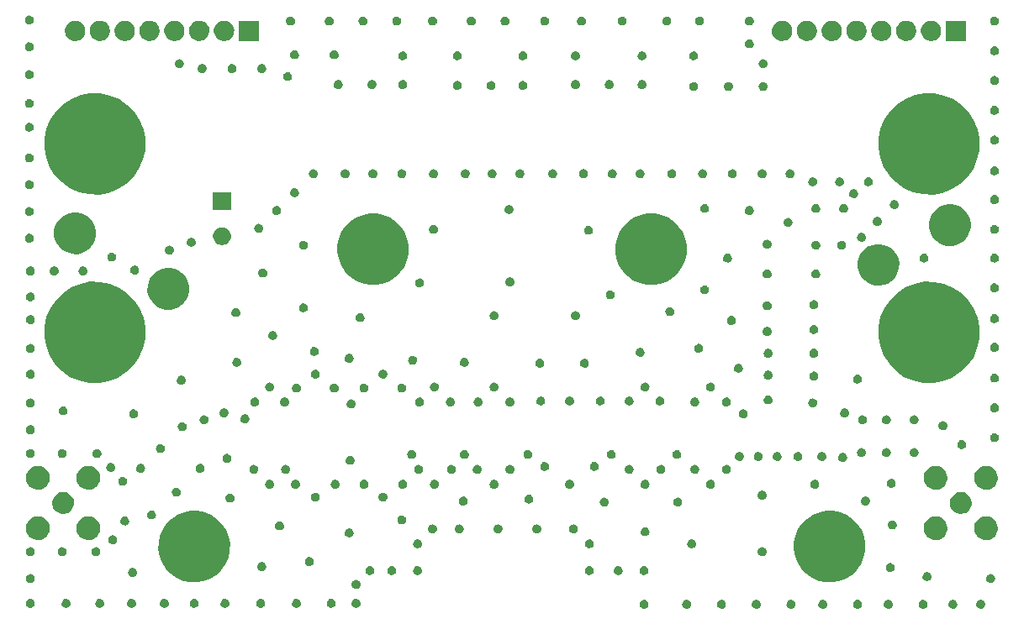
<source format=gbr>
G04 #@! TF.FileFunction,Soldermask,Bot*
%FSLAX46Y46*%
G04 Gerber Fmt 4.6, Leading zero omitted, Abs format (unit mm)*
G04 Created by KiCad (PCBNEW 4.0.7) date 12/03/17 22:14:14*
%MOMM*%
%LPD*%
G01*
G04 APERTURE LIST*
%ADD10C,0.100000*%
G04 APERTURE END LIST*
D10*
G36*
X163347265Y-125350298D02*
X163433714Y-125368044D01*
X163515066Y-125402241D01*
X163588232Y-125451592D01*
X163650415Y-125514210D01*
X163699250Y-125587714D01*
X163732880Y-125669305D01*
X163749953Y-125755530D01*
X163749953Y-125755541D01*
X163750019Y-125755875D01*
X163748611Y-125856673D01*
X163748535Y-125857007D01*
X163748535Y-125857019D01*
X163729063Y-125942728D01*
X163693168Y-126023350D01*
X163642299Y-126095462D01*
X163578389Y-126156322D01*
X163503874Y-126203610D01*
X163421599Y-126235523D01*
X163334693Y-126250846D01*
X163246463Y-126248999D01*
X163160265Y-126230047D01*
X163079400Y-126194718D01*
X163006935Y-126144353D01*
X162945630Y-126080869D01*
X162897824Y-126006691D01*
X162865338Y-125924639D01*
X162849406Y-125837834D01*
X162850639Y-125749595D01*
X162868986Y-125663277D01*
X162903753Y-125582161D01*
X162953611Y-125509345D01*
X163016664Y-125447598D01*
X163090507Y-125399276D01*
X163172331Y-125366217D01*
X163259014Y-125349682D01*
X163347265Y-125350298D01*
X163347265Y-125350298D01*
G37*
G36*
X167647265Y-125350298D02*
X167733714Y-125368044D01*
X167815066Y-125402241D01*
X167888232Y-125451592D01*
X167950415Y-125514210D01*
X167999250Y-125587714D01*
X168032880Y-125669305D01*
X168049953Y-125755530D01*
X168049953Y-125755541D01*
X168050019Y-125755875D01*
X168048611Y-125856673D01*
X168048535Y-125857007D01*
X168048535Y-125857019D01*
X168029063Y-125942728D01*
X167993168Y-126023350D01*
X167942299Y-126095462D01*
X167878389Y-126156322D01*
X167803874Y-126203610D01*
X167721599Y-126235523D01*
X167634693Y-126250846D01*
X167546463Y-126248999D01*
X167460265Y-126230047D01*
X167379400Y-126194718D01*
X167306935Y-126144353D01*
X167245630Y-126080869D01*
X167197824Y-126006691D01*
X167165338Y-125924639D01*
X167149406Y-125837834D01*
X167150639Y-125749595D01*
X167168986Y-125663277D01*
X167203753Y-125582161D01*
X167253611Y-125509345D01*
X167316664Y-125447598D01*
X167390507Y-125399276D01*
X167472331Y-125366217D01*
X167559014Y-125349682D01*
X167647265Y-125350298D01*
X167647265Y-125350298D01*
G37*
G36*
X184847265Y-125350298D02*
X184933714Y-125368044D01*
X185015066Y-125402241D01*
X185088232Y-125451592D01*
X185150415Y-125514210D01*
X185199250Y-125587714D01*
X185232880Y-125669305D01*
X185249953Y-125755530D01*
X185249953Y-125755541D01*
X185250019Y-125755875D01*
X185248611Y-125856673D01*
X185248535Y-125857007D01*
X185248535Y-125857019D01*
X185229063Y-125942728D01*
X185193168Y-126023350D01*
X185142299Y-126095462D01*
X185078389Y-126156322D01*
X185003874Y-126203610D01*
X184921599Y-126235523D01*
X184834693Y-126250846D01*
X184746463Y-126248999D01*
X184660265Y-126230047D01*
X184579400Y-126194718D01*
X184506935Y-126144353D01*
X184445630Y-126080869D01*
X184397824Y-126006691D01*
X184365338Y-125924639D01*
X184349406Y-125837834D01*
X184350639Y-125749595D01*
X184368986Y-125663277D01*
X184403753Y-125582161D01*
X184453611Y-125509345D01*
X184516664Y-125447598D01*
X184590507Y-125399276D01*
X184672331Y-125366217D01*
X184759014Y-125349682D01*
X184847265Y-125350298D01*
X184847265Y-125350298D01*
G37*
G36*
X171147265Y-125350298D02*
X171233714Y-125368044D01*
X171315066Y-125402241D01*
X171388232Y-125451592D01*
X171450415Y-125514210D01*
X171499250Y-125587714D01*
X171532880Y-125669305D01*
X171549953Y-125755530D01*
X171549953Y-125755541D01*
X171550019Y-125755875D01*
X171548611Y-125856673D01*
X171548535Y-125857007D01*
X171548535Y-125857019D01*
X171529063Y-125942728D01*
X171493168Y-126023350D01*
X171442299Y-126095462D01*
X171378389Y-126156322D01*
X171303874Y-126203610D01*
X171221599Y-126235523D01*
X171134693Y-126250846D01*
X171046463Y-126248999D01*
X170960265Y-126230047D01*
X170879400Y-126194718D01*
X170806935Y-126144353D01*
X170745630Y-126080869D01*
X170697824Y-126006691D01*
X170665338Y-125924639D01*
X170649406Y-125837834D01*
X170650639Y-125749595D01*
X170668986Y-125663277D01*
X170703753Y-125582161D01*
X170753611Y-125509345D01*
X170816664Y-125447598D01*
X170890507Y-125399276D01*
X170972331Y-125366217D01*
X171059014Y-125349682D01*
X171147265Y-125350298D01*
X171147265Y-125350298D01*
G37*
G36*
X174647265Y-125350298D02*
X174733714Y-125368044D01*
X174815066Y-125402241D01*
X174888232Y-125451592D01*
X174950415Y-125514210D01*
X174999250Y-125587714D01*
X175032880Y-125669305D01*
X175049953Y-125755530D01*
X175049953Y-125755541D01*
X175050019Y-125755875D01*
X175048611Y-125856673D01*
X175048535Y-125857007D01*
X175048535Y-125857019D01*
X175029063Y-125942728D01*
X174993168Y-126023350D01*
X174942299Y-126095462D01*
X174878389Y-126156322D01*
X174803874Y-126203610D01*
X174721599Y-126235523D01*
X174634693Y-126250846D01*
X174546463Y-126248999D01*
X174460265Y-126230047D01*
X174379400Y-126194718D01*
X174306935Y-126144353D01*
X174245630Y-126080869D01*
X174197824Y-126006691D01*
X174165338Y-125924639D01*
X174149406Y-125837834D01*
X174150639Y-125749595D01*
X174168986Y-125663277D01*
X174203753Y-125582161D01*
X174253611Y-125509345D01*
X174316664Y-125447598D01*
X174390507Y-125399276D01*
X174472331Y-125366217D01*
X174559014Y-125349682D01*
X174647265Y-125350298D01*
X174647265Y-125350298D01*
G37*
G36*
X178147265Y-125350298D02*
X178233714Y-125368044D01*
X178315066Y-125402241D01*
X178388232Y-125451592D01*
X178450415Y-125514210D01*
X178499250Y-125587714D01*
X178532880Y-125669305D01*
X178549953Y-125755530D01*
X178549953Y-125755541D01*
X178550019Y-125755875D01*
X178548611Y-125856673D01*
X178548535Y-125857007D01*
X178548535Y-125857019D01*
X178529063Y-125942728D01*
X178493168Y-126023350D01*
X178442299Y-126095462D01*
X178378389Y-126156322D01*
X178303874Y-126203610D01*
X178221599Y-126235523D01*
X178134693Y-126250846D01*
X178046463Y-126248999D01*
X177960265Y-126230047D01*
X177879400Y-126194718D01*
X177806935Y-126144353D01*
X177745630Y-126080869D01*
X177697824Y-126006691D01*
X177665338Y-125924639D01*
X177649406Y-125837834D01*
X177650639Y-125749595D01*
X177668986Y-125663277D01*
X177703753Y-125582161D01*
X177753611Y-125509345D01*
X177816664Y-125447598D01*
X177890507Y-125399276D01*
X177972331Y-125366217D01*
X178059014Y-125349682D01*
X178147265Y-125350298D01*
X178147265Y-125350298D01*
G37*
G36*
X187947265Y-125350298D02*
X188033714Y-125368044D01*
X188115066Y-125402241D01*
X188188232Y-125451592D01*
X188250415Y-125514210D01*
X188299250Y-125587714D01*
X188332880Y-125669305D01*
X188349953Y-125755530D01*
X188349953Y-125755541D01*
X188350019Y-125755875D01*
X188348611Y-125856673D01*
X188348535Y-125857007D01*
X188348535Y-125857019D01*
X188329063Y-125942728D01*
X188293168Y-126023350D01*
X188242299Y-126095462D01*
X188178389Y-126156322D01*
X188103874Y-126203610D01*
X188021599Y-126235523D01*
X187934693Y-126250846D01*
X187846463Y-126248999D01*
X187760265Y-126230047D01*
X187679400Y-126194718D01*
X187606935Y-126144353D01*
X187545630Y-126080869D01*
X187497824Y-126006691D01*
X187465338Y-125924639D01*
X187449406Y-125837834D01*
X187450639Y-125749595D01*
X187468986Y-125663277D01*
X187503753Y-125582161D01*
X187553611Y-125509345D01*
X187616664Y-125447598D01*
X187690507Y-125399276D01*
X187772331Y-125366217D01*
X187859014Y-125349682D01*
X187947265Y-125350298D01*
X187947265Y-125350298D01*
G37*
G36*
X181347265Y-125350298D02*
X181433714Y-125368044D01*
X181515066Y-125402241D01*
X181588232Y-125451592D01*
X181650415Y-125514210D01*
X181699250Y-125587714D01*
X181732880Y-125669305D01*
X181749953Y-125755530D01*
X181749953Y-125755541D01*
X181750019Y-125755875D01*
X181748611Y-125856673D01*
X181748535Y-125857007D01*
X181748535Y-125857019D01*
X181729063Y-125942728D01*
X181693168Y-126023350D01*
X181642299Y-126095462D01*
X181578389Y-126156322D01*
X181503874Y-126203610D01*
X181421599Y-126235523D01*
X181334693Y-126250846D01*
X181246463Y-126248999D01*
X181160265Y-126230047D01*
X181079400Y-126194718D01*
X181006935Y-126144353D01*
X180945630Y-126080869D01*
X180897824Y-126006691D01*
X180865338Y-125924639D01*
X180849406Y-125837834D01*
X180850639Y-125749595D01*
X180868986Y-125663277D01*
X180903753Y-125582161D01*
X180953611Y-125509345D01*
X181016664Y-125447598D01*
X181090507Y-125399276D01*
X181172331Y-125366217D01*
X181259014Y-125349682D01*
X181347265Y-125350298D01*
X181347265Y-125350298D01*
G37*
G36*
X197247265Y-125350298D02*
X197333714Y-125368044D01*
X197415066Y-125402241D01*
X197488232Y-125451592D01*
X197550415Y-125514210D01*
X197599250Y-125587714D01*
X197632880Y-125669305D01*
X197649953Y-125755530D01*
X197649953Y-125755541D01*
X197650019Y-125755875D01*
X197648611Y-125856673D01*
X197648535Y-125857007D01*
X197648535Y-125857019D01*
X197629063Y-125942728D01*
X197593168Y-126023350D01*
X197542299Y-126095462D01*
X197478389Y-126156322D01*
X197403874Y-126203610D01*
X197321599Y-126235523D01*
X197234693Y-126250846D01*
X197146463Y-126248999D01*
X197060265Y-126230047D01*
X196979400Y-126194718D01*
X196906935Y-126144353D01*
X196845630Y-126080869D01*
X196797824Y-126006691D01*
X196765338Y-125924639D01*
X196749406Y-125837834D01*
X196750639Y-125749595D01*
X196768986Y-125663277D01*
X196803753Y-125582161D01*
X196853611Y-125509345D01*
X196916664Y-125447598D01*
X196990507Y-125399276D01*
X197072331Y-125366217D01*
X197159014Y-125349682D01*
X197247265Y-125350298D01*
X197247265Y-125350298D01*
G37*
G36*
X191447265Y-125350298D02*
X191533714Y-125368044D01*
X191615066Y-125402241D01*
X191688232Y-125451592D01*
X191750415Y-125514210D01*
X191799250Y-125587714D01*
X191832880Y-125669305D01*
X191849953Y-125755530D01*
X191849953Y-125755541D01*
X191850019Y-125755875D01*
X191848611Y-125856673D01*
X191848535Y-125857007D01*
X191848535Y-125857019D01*
X191829063Y-125942728D01*
X191793168Y-126023350D01*
X191742299Y-126095462D01*
X191678389Y-126156322D01*
X191603874Y-126203610D01*
X191521599Y-126235523D01*
X191434693Y-126250846D01*
X191346463Y-126248999D01*
X191260265Y-126230047D01*
X191179400Y-126194718D01*
X191106935Y-126144353D01*
X191045630Y-126080869D01*
X190997824Y-126006691D01*
X190965338Y-125924639D01*
X190949406Y-125837834D01*
X190950639Y-125749595D01*
X190968986Y-125663277D01*
X191003753Y-125582161D01*
X191053611Y-125509345D01*
X191116664Y-125447598D01*
X191190507Y-125399276D01*
X191272331Y-125366217D01*
X191359014Y-125349682D01*
X191447265Y-125350298D01*
X191447265Y-125350298D01*
G37*
G36*
X194447265Y-125350298D02*
X194533714Y-125368044D01*
X194615066Y-125402241D01*
X194688232Y-125451592D01*
X194750415Y-125514210D01*
X194799250Y-125587714D01*
X194832880Y-125669305D01*
X194849953Y-125755530D01*
X194849953Y-125755541D01*
X194850019Y-125755875D01*
X194848611Y-125856673D01*
X194848535Y-125857007D01*
X194848535Y-125857019D01*
X194829063Y-125942728D01*
X194793168Y-126023350D01*
X194742299Y-126095462D01*
X194678389Y-126156322D01*
X194603874Y-126203610D01*
X194521599Y-126235523D01*
X194434693Y-126250846D01*
X194346463Y-126248999D01*
X194260265Y-126230047D01*
X194179400Y-126194718D01*
X194106935Y-126144353D01*
X194045630Y-126080869D01*
X193997824Y-126006691D01*
X193965338Y-125924639D01*
X193949406Y-125837834D01*
X193950639Y-125749595D01*
X193968986Y-125663277D01*
X194003753Y-125582161D01*
X194053611Y-125509345D01*
X194116664Y-125447598D01*
X194190507Y-125399276D01*
X194272331Y-125366217D01*
X194359014Y-125349682D01*
X194447265Y-125350298D01*
X194447265Y-125350298D01*
G37*
G36*
X101547265Y-125250298D02*
X101633714Y-125268044D01*
X101715066Y-125302241D01*
X101788232Y-125351592D01*
X101850415Y-125414210D01*
X101899250Y-125487714D01*
X101932880Y-125569305D01*
X101949953Y-125655530D01*
X101949953Y-125655541D01*
X101950019Y-125655875D01*
X101948611Y-125756673D01*
X101948535Y-125757007D01*
X101948535Y-125757019D01*
X101929063Y-125842728D01*
X101893168Y-125923350D01*
X101842299Y-125995462D01*
X101778389Y-126056322D01*
X101703874Y-126103610D01*
X101621599Y-126135523D01*
X101534693Y-126150846D01*
X101446463Y-126148999D01*
X101360265Y-126130047D01*
X101279400Y-126094718D01*
X101206935Y-126044353D01*
X101145630Y-125980869D01*
X101097824Y-125906691D01*
X101065338Y-125824639D01*
X101049406Y-125737834D01*
X101050639Y-125649595D01*
X101068986Y-125563277D01*
X101103753Y-125482161D01*
X101153611Y-125409345D01*
X101216664Y-125347598D01*
X101290507Y-125299276D01*
X101372331Y-125266217D01*
X101459014Y-125249682D01*
X101547265Y-125250298D01*
X101547265Y-125250298D01*
G37*
G36*
X134347265Y-125250298D02*
X134433714Y-125268044D01*
X134515066Y-125302241D01*
X134588232Y-125351592D01*
X134650415Y-125414210D01*
X134699250Y-125487714D01*
X134732880Y-125569305D01*
X134749953Y-125655530D01*
X134749953Y-125655541D01*
X134750019Y-125655875D01*
X134748611Y-125756673D01*
X134748535Y-125757007D01*
X134748535Y-125757019D01*
X134729063Y-125842728D01*
X134693168Y-125923350D01*
X134642299Y-125995462D01*
X134578389Y-126056322D01*
X134503874Y-126103610D01*
X134421599Y-126135523D01*
X134334693Y-126150846D01*
X134246463Y-126148999D01*
X134160265Y-126130047D01*
X134079400Y-126094718D01*
X134006935Y-126044353D01*
X133945630Y-125980869D01*
X133897824Y-125906691D01*
X133865338Y-125824639D01*
X133849406Y-125737834D01*
X133850639Y-125649595D01*
X133868986Y-125563277D01*
X133903753Y-125482161D01*
X133953611Y-125409345D01*
X134016664Y-125347598D01*
X134090507Y-125299276D01*
X134172331Y-125266217D01*
X134259014Y-125249682D01*
X134347265Y-125250298D01*
X134347265Y-125250298D01*
G37*
G36*
X105147265Y-125250298D02*
X105233714Y-125268044D01*
X105315066Y-125302241D01*
X105388232Y-125351592D01*
X105450415Y-125414210D01*
X105499250Y-125487714D01*
X105532880Y-125569305D01*
X105549953Y-125655530D01*
X105549953Y-125655541D01*
X105550019Y-125655875D01*
X105548611Y-125756673D01*
X105548535Y-125757007D01*
X105548535Y-125757019D01*
X105529063Y-125842728D01*
X105493168Y-125923350D01*
X105442299Y-125995462D01*
X105378389Y-126056322D01*
X105303874Y-126103610D01*
X105221599Y-126135523D01*
X105134693Y-126150846D01*
X105046463Y-126148999D01*
X104960265Y-126130047D01*
X104879400Y-126094718D01*
X104806935Y-126044353D01*
X104745630Y-125980869D01*
X104697824Y-125906691D01*
X104665338Y-125824639D01*
X104649406Y-125737834D01*
X104650639Y-125649595D01*
X104668986Y-125563277D01*
X104703753Y-125482161D01*
X104753611Y-125409345D01*
X104816664Y-125347598D01*
X104890507Y-125299276D01*
X104972331Y-125266217D01*
X105059014Y-125249682D01*
X105147265Y-125250298D01*
X105147265Y-125250298D01*
G37*
G36*
X108547265Y-125250298D02*
X108633714Y-125268044D01*
X108715066Y-125302241D01*
X108788232Y-125351592D01*
X108850415Y-125414210D01*
X108899250Y-125487714D01*
X108932880Y-125569305D01*
X108949953Y-125655530D01*
X108949953Y-125655541D01*
X108950019Y-125655875D01*
X108948611Y-125756673D01*
X108948535Y-125757007D01*
X108948535Y-125757019D01*
X108929063Y-125842728D01*
X108893168Y-125923350D01*
X108842299Y-125995462D01*
X108778389Y-126056322D01*
X108703874Y-126103610D01*
X108621599Y-126135523D01*
X108534693Y-126150846D01*
X108446463Y-126148999D01*
X108360265Y-126130047D01*
X108279400Y-126094718D01*
X108206935Y-126044353D01*
X108145630Y-125980869D01*
X108097824Y-125906691D01*
X108065338Y-125824639D01*
X108049406Y-125737834D01*
X108050639Y-125649595D01*
X108068986Y-125563277D01*
X108103753Y-125482161D01*
X108153611Y-125409345D01*
X108216664Y-125347598D01*
X108290507Y-125299276D01*
X108372331Y-125266217D01*
X108459014Y-125249682D01*
X108547265Y-125250298D01*
X108547265Y-125250298D01*
G37*
G36*
X111747265Y-125250298D02*
X111833714Y-125268044D01*
X111915066Y-125302241D01*
X111988232Y-125351592D01*
X112050415Y-125414210D01*
X112099250Y-125487714D01*
X112132880Y-125569305D01*
X112149953Y-125655530D01*
X112149953Y-125655541D01*
X112150019Y-125655875D01*
X112148611Y-125756673D01*
X112148535Y-125757007D01*
X112148535Y-125757019D01*
X112129063Y-125842728D01*
X112093168Y-125923350D01*
X112042299Y-125995462D01*
X111978389Y-126056322D01*
X111903874Y-126103610D01*
X111821599Y-126135523D01*
X111734693Y-126150846D01*
X111646463Y-126148999D01*
X111560265Y-126130047D01*
X111479400Y-126094718D01*
X111406935Y-126044353D01*
X111345630Y-125980869D01*
X111297824Y-125906691D01*
X111265338Y-125824639D01*
X111249406Y-125737834D01*
X111250639Y-125649595D01*
X111268986Y-125563277D01*
X111303753Y-125482161D01*
X111353611Y-125409345D01*
X111416664Y-125347598D01*
X111490507Y-125299276D01*
X111572331Y-125266217D01*
X111659014Y-125249682D01*
X111747265Y-125250298D01*
X111747265Y-125250298D01*
G37*
G36*
X115047265Y-125250298D02*
X115133714Y-125268044D01*
X115215066Y-125302241D01*
X115288232Y-125351592D01*
X115350415Y-125414210D01*
X115399250Y-125487714D01*
X115432880Y-125569305D01*
X115449953Y-125655530D01*
X115449953Y-125655541D01*
X115450019Y-125655875D01*
X115448611Y-125756673D01*
X115448535Y-125757007D01*
X115448535Y-125757019D01*
X115429063Y-125842728D01*
X115393168Y-125923350D01*
X115342299Y-125995462D01*
X115278389Y-126056322D01*
X115203874Y-126103610D01*
X115121599Y-126135523D01*
X115034693Y-126150846D01*
X114946463Y-126148999D01*
X114860265Y-126130047D01*
X114779400Y-126094718D01*
X114706935Y-126044353D01*
X114645630Y-125980869D01*
X114597824Y-125906691D01*
X114565338Y-125824639D01*
X114549406Y-125737834D01*
X114550639Y-125649595D01*
X114568986Y-125563277D01*
X114603753Y-125482161D01*
X114653611Y-125409345D01*
X114716664Y-125347598D01*
X114790507Y-125299276D01*
X114872331Y-125266217D01*
X114959014Y-125249682D01*
X115047265Y-125250298D01*
X115047265Y-125250298D01*
G37*
G36*
X118047265Y-125250298D02*
X118133714Y-125268044D01*
X118215066Y-125302241D01*
X118288232Y-125351592D01*
X118350415Y-125414210D01*
X118399250Y-125487714D01*
X118432880Y-125569305D01*
X118449953Y-125655530D01*
X118449953Y-125655541D01*
X118450019Y-125655875D01*
X118448611Y-125756673D01*
X118448535Y-125757007D01*
X118448535Y-125757019D01*
X118429063Y-125842728D01*
X118393168Y-125923350D01*
X118342299Y-125995462D01*
X118278389Y-126056322D01*
X118203874Y-126103610D01*
X118121599Y-126135523D01*
X118034693Y-126150846D01*
X117946463Y-126148999D01*
X117860265Y-126130047D01*
X117779400Y-126094718D01*
X117706935Y-126044353D01*
X117645630Y-125980869D01*
X117597824Y-125906691D01*
X117565338Y-125824639D01*
X117549406Y-125737834D01*
X117550639Y-125649595D01*
X117568986Y-125563277D01*
X117603753Y-125482161D01*
X117653611Y-125409345D01*
X117716664Y-125347598D01*
X117790507Y-125299276D01*
X117872331Y-125266217D01*
X117959014Y-125249682D01*
X118047265Y-125250298D01*
X118047265Y-125250298D01*
G37*
G36*
X121147265Y-125250298D02*
X121233714Y-125268044D01*
X121315066Y-125302241D01*
X121388232Y-125351592D01*
X121450415Y-125414210D01*
X121499250Y-125487714D01*
X121532880Y-125569305D01*
X121549953Y-125655530D01*
X121549953Y-125655541D01*
X121550019Y-125655875D01*
X121548611Y-125756673D01*
X121548535Y-125757007D01*
X121548535Y-125757019D01*
X121529063Y-125842728D01*
X121493168Y-125923350D01*
X121442299Y-125995462D01*
X121378389Y-126056322D01*
X121303874Y-126103610D01*
X121221599Y-126135523D01*
X121134693Y-126150846D01*
X121046463Y-126148999D01*
X120960265Y-126130047D01*
X120879400Y-126094718D01*
X120806935Y-126044353D01*
X120745630Y-125980869D01*
X120697824Y-125906691D01*
X120665338Y-125824639D01*
X120649406Y-125737834D01*
X120650639Y-125649595D01*
X120668986Y-125563277D01*
X120703753Y-125482161D01*
X120753611Y-125409345D01*
X120816664Y-125347598D01*
X120890507Y-125299276D01*
X120972331Y-125266217D01*
X121059014Y-125249682D01*
X121147265Y-125250298D01*
X121147265Y-125250298D01*
G37*
G36*
X124747265Y-125250298D02*
X124833714Y-125268044D01*
X124915066Y-125302241D01*
X124988232Y-125351592D01*
X125050415Y-125414210D01*
X125099250Y-125487714D01*
X125132880Y-125569305D01*
X125149953Y-125655530D01*
X125149953Y-125655541D01*
X125150019Y-125655875D01*
X125148611Y-125756673D01*
X125148535Y-125757007D01*
X125148535Y-125757019D01*
X125129063Y-125842728D01*
X125093168Y-125923350D01*
X125042299Y-125995462D01*
X124978389Y-126056322D01*
X124903874Y-126103610D01*
X124821599Y-126135523D01*
X124734693Y-126150846D01*
X124646463Y-126148999D01*
X124560265Y-126130047D01*
X124479400Y-126094718D01*
X124406935Y-126044353D01*
X124345630Y-125980869D01*
X124297824Y-125906691D01*
X124265338Y-125824639D01*
X124249406Y-125737834D01*
X124250639Y-125649595D01*
X124268986Y-125563277D01*
X124303753Y-125482161D01*
X124353611Y-125409345D01*
X124416664Y-125347598D01*
X124490507Y-125299276D01*
X124572331Y-125266217D01*
X124659014Y-125249682D01*
X124747265Y-125250298D01*
X124747265Y-125250298D01*
G37*
G36*
X128347265Y-125250298D02*
X128433714Y-125268044D01*
X128515066Y-125302241D01*
X128588232Y-125351592D01*
X128650415Y-125414210D01*
X128699250Y-125487714D01*
X128732880Y-125569305D01*
X128749953Y-125655530D01*
X128749953Y-125655541D01*
X128750019Y-125655875D01*
X128748611Y-125756673D01*
X128748535Y-125757007D01*
X128748535Y-125757019D01*
X128729063Y-125842728D01*
X128693168Y-125923350D01*
X128642299Y-125995462D01*
X128578389Y-126056322D01*
X128503874Y-126103610D01*
X128421599Y-126135523D01*
X128334693Y-126150846D01*
X128246463Y-126148999D01*
X128160265Y-126130047D01*
X128079400Y-126094718D01*
X128006935Y-126044353D01*
X127945630Y-125980869D01*
X127897824Y-125906691D01*
X127865338Y-125824639D01*
X127849406Y-125737834D01*
X127850639Y-125649595D01*
X127868986Y-125563277D01*
X127903753Y-125482161D01*
X127953611Y-125409345D01*
X128016664Y-125347598D01*
X128090507Y-125299276D01*
X128172331Y-125266217D01*
X128259014Y-125249682D01*
X128347265Y-125250298D01*
X128347265Y-125250298D01*
G37*
G36*
X131847265Y-125250298D02*
X131933714Y-125268044D01*
X132015066Y-125302241D01*
X132088232Y-125351592D01*
X132150415Y-125414210D01*
X132199250Y-125487714D01*
X132232880Y-125569305D01*
X132249953Y-125655530D01*
X132249953Y-125655541D01*
X132250019Y-125655875D01*
X132248611Y-125756673D01*
X132248535Y-125757007D01*
X132248535Y-125757019D01*
X132229063Y-125842728D01*
X132193168Y-125923350D01*
X132142299Y-125995462D01*
X132078389Y-126056322D01*
X132003874Y-126103610D01*
X131921599Y-126135523D01*
X131834693Y-126150846D01*
X131746463Y-126148999D01*
X131660265Y-126130047D01*
X131579400Y-126094718D01*
X131506935Y-126044353D01*
X131445630Y-125980869D01*
X131397824Y-125906691D01*
X131365338Y-125824639D01*
X131349406Y-125737834D01*
X131350639Y-125649595D01*
X131368986Y-125563277D01*
X131403753Y-125482161D01*
X131453611Y-125409345D01*
X131516664Y-125347598D01*
X131590507Y-125299276D01*
X131672331Y-125266217D01*
X131759014Y-125249682D01*
X131847265Y-125250298D01*
X131847265Y-125250298D01*
G37*
G36*
X134347265Y-123350298D02*
X134433714Y-123368044D01*
X134515066Y-123402241D01*
X134588232Y-123451592D01*
X134650415Y-123514210D01*
X134699250Y-123587714D01*
X134732880Y-123669305D01*
X134749953Y-123755530D01*
X134749953Y-123755541D01*
X134750019Y-123755875D01*
X134748611Y-123856673D01*
X134748535Y-123857007D01*
X134748535Y-123857019D01*
X134729063Y-123942728D01*
X134693168Y-124023350D01*
X134642299Y-124095462D01*
X134578389Y-124156322D01*
X134503874Y-124203610D01*
X134421599Y-124235523D01*
X134334693Y-124250846D01*
X134246463Y-124248999D01*
X134160265Y-124230047D01*
X134079400Y-124194718D01*
X134006935Y-124144353D01*
X133945630Y-124080869D01*
X133897824Y-124006691D01*
X133865338Y-123924639D01*
X133849406Y-123837834D01*
X133850639Y-123749595D01*
X133868986Y-123663277D01*
X133903753Y-123582161D01*
X133953611Y-123509345D01*
X134016664Y-123447598D01*
X134090507Y-123399276D01*
X134172331Y-123366217D01*
X134259014Y-123349682D01*
X134347265Y-123350298D01*
X134347265Y-123350298D01*
G37*
G36*
X198247265Y-122750298D02*
X198333714Y-122768044D01*
X198415066Y-122802241D01*
X198488232Y-122851592D01*
X198550415Y-122914210D01*
X198599250Y-122987714D01*
X198632880Y-123069305D01*
X198649953Y-123155530D01*
X198649953Y-123155541D01*
X198650019Y-123155875D01*
X198648611Y-123256673D01*
X198648535Y-123257007D01*
X198648535Y-123257019D01*
X198629063Y-123342728D01*
X198593168Y-123423350D01*
X198542299Y-123495462D01*
X198478389Y-123556322D01*
X198403874Y-123603610D01*
X198321599Y-123635523D01*
X198234693Y-123650846D01*
X198146463Y-123648999D01*
X198060265Y-123630047D01*
X197979400Y-123594718D01*
X197906935Y-123544353D01*
X197845630Y-123480869D01*
X197797824Y-123406691D01*
X197765338Y-123324639D01*
X197749406Y-123237834D01*
X197750639Y-123149595D01*
X197768986Y-123063277D01*
X197803753Y-122982161D01*
X197853611Y-122909345D01*
X197916664Y-122847598D01*
X197990507Y-122799276D01*
X198072331Y-122766217D01*
X198159014Y-122749682D01*
X198247265Y-122750298D01*
X198247265Y-122750298D01*
G37*
G36*
X101547265Y-122750298D02*
X101633714Y-122768044D01*
X101715066Y-122802241D01*
X101788232Y-122851592D01*
X101850415Y-122914210D01*
X101899250Y-122987714D01*
X101932880Y-123069305D01*
X101949953Y-123155530D01*
X101949953Y-123155541D01*
X101950019Y-123155875D01*
X101948611Y-123256673D01*
X101948535Y-123257007D01*
X101948535Y-123257019D01*
X101929063Y-123342728D01*
X101893168Y-123423350D01*
X101842299Y-123495462D01*
X101778389Y-123556322D01*
X101703874Y-123603610D01*
X101621599Y-123635523D01*
X101534693Y-123650846D01*
X101446463Y-123648999D01*
X101360265Y-123630047D01*
X101279400Y-123594718D01*
X101206935Y-123544353D01*
X101145630Y-123480869D01*
X101097824Y-123406691D01*
X101065338Y-123324639D01*
X101049406Y-123237834D01*
X101050639Y-123149595D01*
X101068986Y-123063277D01*
X101103753Y-122982161D01*
X101153611Y-122909345D01*
X101216664Y-122847598D01*
X101290507Y-122799276D01*
X101372331Y-122766217D01*
X101459014Y-122749682D01*
X101547265Y-122750298D01*
X101547265Y-122750298D01*
G37*
G36*
X182378123Y-116402396D02*
X183069702Y-116544357D01*
X183720531Y-116817940D01*
X184305830Y-117212729D01*
X184803302Y-117713686D01*
X185193994Y-118301724D01*
X185463027Y-118954448D01*
X185600089Y-119646658D01*
X185600089Y-119646668D01*
X185600155Y-119647002D01*
X185588895Y-120453383D01*
X185588818Y-120453721D01*
X185588818Y-120453729D01*
X185432486Y-121141834D01*
X185145330Y-121786795D01*
X184738371Y-122363696D01*
X184227104Y-122850569D01*
X183631015Y-123228858D01*
X182972796Y-123484166D01*
X182277527Y-123606759D01*
X181571685Y-123591975D01*
X180882151Y-123440371D01*
X180235206Y-123157727D01*
X179655478Y-122754805D01*
X179165049Y-122246951D01*
X178782607Y-121653518D01*
X178522712Y-120997098D01*
X178395265Y-120302695D01*
X178405123Y-119596769D01*
X178551907Y-118906203D01*
X178830030Y-118257294D01*
X179228895Y-117674767D01*
X179733312Y-117180805D01*
X180324063Y-116794228D01*
X180978652Y-116529757D01*
X181672140Y-116397467D01*
X182378123Y-116402396D01*
X182378123Y-116402396D01*
G37*
G36*
X118378123Y-116402396D02*
X119069702Y-116544357D01*
X119720531Y-116817940D01*
X120305830Y-117212729D01*
X120803302Y-117713686D01*
X121193994Y-118301724D01*
X121463027Y-118954448D01*
X121600089Y-119646658D01*
X121600089Y-119646668D01*
X121600155Y-119647002D01*
X121588895Y-120453383D01*
X121588818Y-120453721D01*
X121588818Y-120453729D01*
X121432486Y-121141834D01*
X121145330Y-121786795D01*
X120738371Y-122363696D01*
X120227104Y-122850569D01*
X119631015Y-123228858D01*
X118972796Y-123484166D01*
X118277527Y-123606759D01*
X117571685Y-123591975D01*
X116882151Y-123440371D01*
X116235206Y-123157727D01*
X115655478Y-122754805D01*
X115165049Y-122246951D01*
X114782607Y-121653518D01*
X114522712Y-120997098D01*
X114395265Y-120302695D01*
X114405123Y-119596769D01*
X114551907Y-118906203D01*
X114830030Y-118257294D01*
X115228895Y-117674767D01*
X115733312Y-117180805D01*
X116324063Y-116794228D01*
X116978652Y-116529757D01*
X117672140Y-116397467D01*
X118378123Y-116402396D01*
X118378123Y-116402396D01*
G37*
G36*
X191847265Y-122550298D02*
X191933714Y-122568044D01*
X192015066Y-122602241D01*
X192088232Y-122651592D01*
X192150415Y-122714210D01*
X192199250Y-122787714D01*
X192232880Y-122869305D01*
X192249953Y-122955530D01*
X192249953Y-122955541D01*
X192250019Y-122955875D01*
X192248611Y-123056673D01*
X192248535Y-123057007D01*
X192248535Y-123057019D01*
X192229063Y-123142728D01*
X192193168Y-123223350D01*
X192142299Y-123295462D01*
X192078389Y-123356322D01*
X192003874Y-123403610D01*
X191921599Y-123435523D01*
X191834693Y-123450846D01*
X191746463Y-123448999D01*
X191660265Y-123430047D01*
X191579400Y-123394718D01*
X191506935Y-123344353D01*
X191445630Y-123280869D01*
X191397824Y-123206691D01*
X191365338Y-123124639D01*
X191349406Y-123037834D01*
X191350639Y-122949595D01*
X191368986Y-122863277D01*
X191403753Y-122782161D01*
X191453611Y-122709345D01*
X191516664Y-122647598D01*
X191590507Y-122599276D01*
X191672331Y-122566217D01*
X191759014Y-122549682D01*
X191847265Y-122550298D01*
X191847265Y-122550298D01*
G37*
G36*
X111847265Y-122150298D02*
X111933714Y-122168044D01*
X112015066Y-122202241D01*
X112088232Y-122251592D01*
X112150415Y-122314210D01*
X112199250Y-122387714D01*
X112232880Y-122469305D01*
X112249953Y-122555530D01*
X112249953Y-122555541D01*
X112250019Y-122555875D01*
X112248611Y-122656673D01*
X112248535Y-122657007D01*
X112248535Y-122657019D01*
X112229063Y-122742728D01*
X112193168Y-122823350D01*
X112142299Y-122895462D01*
X112078389Y-122956322D01*
X112003874Y-123003610D01*
X111921599Y-123035523D01*
X111834693Y-123050846D01*
X111746463Y-123048999D01*
X111660265Y-123030047D01*
X111579400Y-122994718D01*
X111506935Y-122944353D01*
X111445630Y-122880869D01*
X111397824Y-122806691D01*
X111365338Y-122724639D01*
X111349406Y-122637834D01*
X111350639Y-122549595D01*
X111368986Y-122463277D01*
X111403753Y-122382161D01*
X111453611Y-122309345D01*
X111516664Y-122247598D01*
X111590507Y-122199276D01*
X111672331Y-122166217D01*
X111759014Y-122149682D01*
X111847265Y-122150298D01*
X111847265Y-122150298D01*
G37*
G36*
X135747265Y-121950298D02*
X135833714Y-121968044D01*
X135915066Y-122002241D01*
X135988232Y-122051592D01*
X136050415Y-122114210D01*
X136099250Y-122187714D01*
X136132880Y-122269305D01*
X136149953Y-122355530D01*
X136149953Y-122355541D01*
X136150019Y-122355875D01*
X136148611Y-122456673D01*
X136148535Y-122457007D01*
X136148535Y-122457019D01*
X136129063Y-122542728D01*
X136093168Y-122623350D01*
X136042299Y-122695462D01*
X135978389Y-122756322D01*
X135903874Y-122803610D01*
X135821599Y-122835523D01*
X135734693Y-122850846D01*
X135646463Y-122848999D01*
X135560265Y-122830047D01*
X135479400Y-122794718D01*
X135406935Y-122744353D01*
X135345630Y-122680869D01*
X135297824Y-122606691D01*
X135265338Y-122524639D01*
X135249406Y-122437834D01*
X135250639Y-122349595D01*
X135268986Y-122263277D01*
X135303753Y-122182161D01*
X135353611Y-122109345D01*
X135416664Y-122047598D01*
X135490507Y-121999276D01*
X135572331Y-121966217D01*
X135659014Y-121949682D01*
X135747265Y-121950298D01*
X135747265Y-121950298D01*
G37*
G36*
X140547265Y-121950298D02*
X140633714Y-121968044D01*
X140715066Y-122002241D01*
X140788232Y-122051592D01*
X140850415Y-122114210D01*
X140899250Y-122187714D01*
X140932880Y-122269305D01*
X140949953Y-122355530D01*
X140949953Y-122355541D01*
X140950019Y-122355875D01*
X140948611Y-122456673D01*
X140948535Y-122457007D01*
X140948535Y-122457019D01*
X140929063Y-122542728D01*
X140893168Y-122623350D01*
X140842299Y-122695462D01*
X140778389Y-122756322D01*
X140703874Y-122803610D01*
X140621599Y-122835523D01*
X140534693Y-122850846D01*
X140446463Y-122848999D01*
X140360265Y-122830047D01*
X140279400Y-122794718D01*
X140206935Y-122744353D01*
X140145630Y-122680869D01*
X140097824Y-122606691D01*
X140065338Y-122524639D01*
X140049406Y-122437834D01*
X140050639Y-122349595D01*
X140068986Y-122263277D01*
X140103753Y-122182161D01*
X140153611Y-122109345D01*
X140216664Y-122047598D01*
X140290507Y-121999276D01*
X140372331Y-121966217D01*
X140459014Y-121949682D01*
X140547265Y-121950298D01*
X140547265Y-121950298D01*
G37*
G36*
X157847265Y-121950298D02*
X157933714Y-121968044D01*
X158015066Y-122002241D01*
X158088232Y-122051592D01*
X158150415Y-122114210D01*
X158199250Y-122187714D01*
X158232880Y-122269305D01*
X158249953Y-122355530D01*
X158249953Y-122355541D01*
X158250019Y-122355875D01*
X158248611Y-122456673D01*
X158248535Y-122457007D01*
X158248535Y-122457019D01*
X158229063Y-122542728D01*
X158193168Y-122623350D01*
X158142299Y-122695462D01*
X158078389Y-122756322D01*
X158003874Y-122803610D01*
X157921599Y-122835523D01*
X157834693Y-122850846D01*
X157746463Y-122848999D01*
X157660265Y-122830047D01*
X157579400Y-122794718D01*
X157506935Y-122744353D01*
X157445630Y-122680869D01*
X157397824Y-122606691D01*
X157365338Y-122524639D01*
X157349406Y-122437834D01*
X157350639Y-122349595D01*
X157368986Y-122263277D01*
X157403753Y-122182161D01*
X157453611Y-122109345D01*
X157516664Y-122047598D01*
X157590507Y-121999276D01*
X157672331Y-121966217D01*
X157759014Y-121949682D01*
X157847265Y-121950298D01*
X157847265Y-121950298D01*
G37*
G36*
X163347265Y-121950298D02*
X163433714Y-121968044D01*
X163515066Y-122002241D01*
X163588232Y-122051592D01*
X163650415Y-122114210D01*
X163699250Y-122187714D01*
X163732880Y-122269305D01*
X163749953Y-122355530D01*
X163749953Y-122355541D01*
X163750019Y-122355875D01*
X163748611Y-122456673D01*
X163748535Y-122457007D01*
X163748535Y-122457019D01*
X163729063Y-122542728D01*
X163693168Y-122623350D01*
X163642299Y-122695462D01*
X163578389Y-122756322D01*
X163503874Y-122803610D01*
X163421599Y-122835523D01*
X163334693Y-122850846D01*
X163246463Y-122848999D01*
X163160265Y-122830047D01*
X163079400Y-122794718D01*
X163006935Y-122744353D01*
X162945630Y-122680869D01*
X162897824Y-122606691D01*
X162865338Y-122524639D01*
X162849406Y-122437834D01*
X162850639Y-122349595D01*
X162868986Y-122263277D01*
X162903753Y-122182161D01*
X162953611Y-122109345D01*
X163016664Y-122047598D01*
X163090507Y-121999276D01*
X163172331Y-121966217D01*
X163259014Y-121949682D01*
X163347265Y-121950298D01*
X163347265Y-121950298D01*
G37*
G36*
X160747265Y-121950298D02*
X160833714Y-121968044D01*
X160915066Y-122002241D01*
X160988232Y-122051592D01*
X161050415Y-122114210D01*
X161099250Y-122187714D01*
X161132880Y-122269305D01*
X161149953Y-122355530D01*
X161149953Y-122355541D01*
X161150019Y-122355875D01*
X161148611Y-122456673D01*
X161148535Y-122457007D01*
X161148535Y-122457019D01*
X161129063Y-122542728D01*
X161093168Y-122623350D01*
X161042299Y-122695462D01*
X160978389Y-122756322D01*
X160903874Y-122803610D01*
X160821599Y-122835523D01*
X160734693Y-122850846D01*
X160646463Y-122848999D01*
X160560265Y-122830047D01*
X160479400Y-122794718D01*
X160406935Y-122744353D01*
X160345630Y-122680869D01*
X160297824Y-122606691D01*
X160265338Y-122524639D01*
X160249406Y-122437834D01*
X160250639Y-122349595D01*
X160268986Y-122263277D01*
X160303753Y-122182161D01*
X160353611Y-122109345D01*
X160416664Y-122047598D01*
X160490507Y-121999276D01*
X160572331Y-121966217D01*
X160659014Y-121949682D01*
X160747265Y-121950298D01*
X160747265Y-121950298D01*
G37*
G36*
X137947265Y-121950298D02*
X138033714Y-121968044D01*
X138115066Y-122002241D01*
X138188232Y-122051592D01*
X138250415Y-122114210D01*
X138299250Y-122187714D01*
X138332880Y-122269305D01*
X138349953Y-122355530D01*
X138349953Y-122355541D01*
X138350019Y-122355875D01*
X138348611Y-122456673D01*
X138348535Y-122457007D01*
X138348535Y-122457019D01*
X138329063Y-122542728D01*
X138293168Y-122623350D01*
X138242299Y-122695462D01*
X138178389Y-122756322D01*
X138103874Y-122803610D01*
X138021599Y-122835523D01*
X137934693Y-122850846D01*
X137846463Y-122848999D01*
X137760265Y-122830047D01*
X137679400Y-122794718D01*
X137606935Y-122744353D01*
X137545630Y-122680869D01*
X137497824Y-122606691D01*
X137465338Y-122524639D01*
X137449406Y-122437834D01*
X137450639Y-122349595D01*
X137468986Y-122263277D01*
X137503753Y-122182161D01*
X137553611Y-122109345D01*
X137616664Y-122047598D01*
X137690507Y-121999276D01*
X137772331Y-121966217D01*
X137859014Y-121949682D01*
X137947265Y-121950298D01*
X137947265Y-121950298D01*
G37*
G36*
X188147265Y-121650298D02*
X188233714Y-121668044D01*
X188315066Y-121702241D01*
X188388232Y-121751592D01*
X188450415Y-121814210D01*
X188499250Y-121887714D01*
X188532880Y-121969305D01*
X188549953Y-122055530D01*
X188549953Y-122055541D01*
X188550019Y-122055875D01*
X188548611Y-122156673D01*
X188548535Y-122157007D01*
X188548535Y-122157019D01*
X188529063Y-122242728D01*
X188493168Y-122323350D01*
X188442299Y-122395462D01*
X188378389Y-122456322D01*
X188303874Y-122503610D01*
X188221599Y-122535523D01*
X188134693Y-122550846D01*
X188046463Y-122548999D01*
X187960265Y-122530047D01*
X187879400Y-122494718D01*
X187806935Y-122444353D01*
X187745630Y-122380869D01*
X187697824Y-122306691D01*
X187665338Y-122224639D01*
X187649406Y-122137834D01*
X187650639Y-122049595D01*
X187668986Y-121963277D01*
X187703753Y-121882161D01*
X187753611Y-121809345D01*
X187816664Y-121747598D01*
X187890507Y-121699276D01*
X187972331Y-121666217D01*
X188059014Y-121649682D01*
X188147265Y-121650298D01*
X188147265Y-121650298D01*
G37*
G36*
X124847265Y-121550298D02*
X124933714Y-121568044D01*
X125015066Y-121602241D01*
X125088232Y-121651592D01*
X125150415Y-121714210D01*
X125199250Y-121787714D01*
X125232880Y-121869305D01*
X125249953Y-121955530D01*
X125249953Y-121955541D01*
X125250019Y-121955875D01*
X125248611Y-122056673D01*
X125248535Y-122057007D01*
X125248535Y-122057019D01*
X125229063Y-122142728D01*
X125193168Y-122223350D01*
X125142299Y-122295462D01*
X125078389Y-122356322D01*
X125003874Y-122403610D01*
X124921599Y-122435523D01*
X124834693Y-122450846D01*
X124746463Y-122448999D01*
X124660265Y-122430047D01*
X124579400Y-122394718D01*
X124506935Y-122344353D01*
X124445630Y-122280869D01*
X124397824Y-122206691D01*
X124365338Y-122124639D01*
X124349406Y-122037834D01*
X124350639Y-121949595D01*
X124368986Y-121863277D01*
X124403753Y-121782161D01*
X124453611Y-121709345D01*
X124516664Y-121647598D01*
X124590507Y-121599276D01*
X124672331Y-121566217D01*
X124759014Y-121549682D01*
X124847265Y-121550298D01*
X124847265Y-121550298D01*
G37*
G36*
X129647265Y-121050298D02*
X129733714Y-121068044D01*
X129815066Y-121102241D01*
X129888232Y-121151592D01*
X129950415Y-121214210D01*
X129999250Y-121287714D01*
X130032880Y-121369305D01*
X130049953Y-121455530D01*
X130049953Y-121455541D01*
X130050019Y-121455875D01*
X130048611Y-121556673D01*
X130048535Y-121557007D01*
X130048535Y-121557019D01*
X130029063Y-121642728D01*
X129993168Y-121723350D01*
X129942299Y-121795462D01*
X129878389Y-121856322D01*
X129803874Y-121903610D01*
X129721599Y-121935523D01*
X129634693Y-121950846D01*
X129546463Y-121948999D01*
X129460265Y-121930047D01*
X129379400Y-121894718D01*
X129306935Y-121844353D01*
X129245630Y-121780869D01*
X129197824Y-121706691D01*
X129165338Y-121624639D01*
X129149406Y-121537834D01*
X129150639Y-121449595D01*
X129168986Y-121363277D01*
X129203753Y-121282161D01*
X129253611Y-121209345D01*
X129316664Y-121147598D01*
X129390507Y-121099276D01*
X129472331Y-121066217D01*
X129559014Y-121049682D01*
X129647265Y-121050298D01*
X129647265Y-121050298D01*
G37*
G36*
X101547265Y-120050298D02*
X101633714Y-120068044D01*
X101715066Y-120102241D01*
X101788232Y-120151592D01*
X101850415Y-120214210D01*
X101899250Y-120287714D01*
X101932880Y-120369305D01*
X101949953Y-120455530D01*
X101949953Y-120455541D01*
X101950019Y-120455875D01*
X101948611Y-120556673D01*
X101948535Y-120557007D01*
X101948535Y-120557019D01*
X101929063Y-120642728D01*
X101893168Y-120723350D01*
X101842299Y-120795462D01*
X101778389Y-120856322D01*
X101703874Y-120903610D01*
X101621599Y-120935523D01*
X101534693Y-120950846D01*
X101446463Y-120948999D01*
X101360265Y-120930047D01*
X101279400Y-120894718D01*
X101206935Y-120844353D01*
X101145630Y-120780869D01*
X101097824Y-120706691D01*
X101065338Y-120624639D01*
X101049406Y-120537834D01*
X101050639Y-120449595D01*
X101068986Y-120363277D01*
X101103753Y-120282161D01*
X101153611Y-120209345D01*
X101216664Y-120147598D01*
X101290507Y-120099276D01*
X101372331Y-120066217D01*
X101459014Y-120049682D01*
X101547265Y-120050298D01*
X101547265Y-120050298D01*
G37*
G36*
X104747265Y-120050298D02*
X104833714Y-120068044D01*
X104915066Y-120102241D01*
X104988232Y-120151592D01*
X105050415Y-120214210D01*
X105099250Y-120287714D01*
X105132880Y-120369305D01*
X105149953Y-120455530D01*
X105149953Y-120455541D01*
X105150019Y-120455875D01*
X105148611Y-120556673D01*
X105148535Y-120557007D01*
X105148535Y-120557019D01*
X105129063Y-120642728D01*
X105093168Y-120723350D01*
X105042299Y-120795462D01*
X104978389Y-120856322D01*
X104903874Y-120903610D01*
X104821599Y-120935523D01*
X104734693Y-120950846D01*
X104646463Y-120948999D01*
X104560265Y-120930047D01*
X104479400Y-120894718D01*
X104406935Y-120844353D01*
X104345630Y-120780869D01*
X104297824Y-120706691D01*
X104265338Y-120624639D01*
X104249406Y-120537834D01*
X104250639Y-120449595D01*
X104268986Y-120363277D01*
X104303753Y-120282161D01*
X104353611Y-120209345D01*
X104416664Y-120147598D01*
X104490507Y-120099276D01*
X104572331Y-120066217D01*
X104659014Y-120049682D01*
X104747265Y-120050298D01*
X104747265Y-120050298D01*
G37*
G36*
X175247265Y-120050298D02*
X175333714Y-120068044D01*
X175415066Y-120102241D01*
X175488232Y-120151592D01*
X175550415Y-120214210D01*
X175599250Y-120287714D01*
X175632880Y-120369305D01*
X175649953Y-120455530D01*
X175649953Y-120455541D01*
X175650019Y-120455875D01*
X175648611Y-120556673D01*
X175648535Y-120557007D01*
X175648535Y-120557019D01*
X175629063Y-120642728D01*
X175593168Y-120723350D01*
X175542299Y-120795462D01*
X175478389Y-120856322D01*
X175403874Y-120903610D01*
X175321599Y-120935523D01*
X175234693Y-120950846D01*
X175146463Y-120948999D01*
X175060265Y-120930047D01*
X174979400Y-120894718D01*
X174906935Y-120844353D01*
X174845630Y-120780869D01*
X174797824Y-120706691D01*
X174765338Y-120624639D01*
X174749406Y-120537834D01*
X174750639Y-120449595D01*
X174768986Y-120363277D01*
X174803753Y-120282161D01*
X174853611Y-120209345D01*
X174916664Y-120147598D01*
X174990507Y-120099276D01*
X175072331Y-120066217D01*
X175159014Y-120049682D01*
X175247265Y-120050298D01*
X175247265Y-120050298D01*
G37*
G36*
X108147265Y-120050298D02*
X108233714Y-120068044D01*
X108315066Y-120102241D01*
X108388232Y-120151592D01*
X108450415Y-120214210D01*
X108499250Y-120287714D01*
X108532880Y-120369305D01*
X108549953Y-120455530D01*
X108549953Y-120455541D01*
X108550019Y-120455875D01*
X108548611Y-120556673D01*
X108548535Y-120557007D01*
X108548535Y-120557019D01*
X108529063Y-120642728D01*
X108493168Y-120723350D01*
X108442299Y-120795462D01*
X108378389Y-120856322D01*
X108303874Y-120903610D01*
X108221599Y-120935523D01*
X108134693Y-120950846D01*
X108046463Y-120948999D01*
X107960265Y-120930047D01*
X107879400Y-120894718D01*
X107806935Y-120844353D01*
X107745630Y-120780869D01*
X107697824Y-120706691D01*
X107665338Y-120624639D01*
X107649406Y-120537834D01*
X107650639Y-120449595D01*
X107668986Y-120363277D01*
X107703753Y-120282161D01*
X107753611Y-120209345D01*
X107816664Y-120147598D01*
X107890507Y-120099276D01*
X107972331Y-120066217D01*
X108059014Y-120049682D01*
X108147265Y-120050298D01*
X108147265Y-120050298D01*
G37*
G36*
X140547265Y-119250298D02*
X140633714Y-119268044D01*
X140715066Y-119302241D01*
X140788232Y-119351592D01*
X140850415Y-119414210D01*
X140899250Y-119487714D01*
X140932880Y-119569305D01*
X140949953Y-119655530D01*
X140949953Y-119655541D01*
X140950019Y-119655875D01*
X140948611Y-119756673D01*
X140948535Y-119757007D01*
X140948535Y-119757019D01*
X140929063Y-119842728D01*
X140893168Y-119923350D01*
X140842299Y-119995462D01*
X140778389Y-120056322D01*
X140703874Y-120103610D01*
X140621599Y-120135523D01*
X140534693Y-120150846D01*
X140446463Y-120148999D01*
X140360265Y-120130047D01*
X140279400Y-120094718D01*
X140206935Y-120044353D01*
X140145630Y-119980869D01*
X140097824Y-119906691D01*
X140065338Y-119824639D01*
X140049406Y-119737834D01*
X140050639Y-119649595D01*
X140068986Y-119563277D01*
X140103753Y-119482161D01*
X140153611Y-119409345D01*
X140216664Y-119347598D01*
X140290507Y-119299276D01*
X140372331Y-119266217D01*
X140459014Y-119249682D01*
X140547265Y-119250298D01*
X140547265Y-119250298D01*
G37*
G36*
X168147265Y-119250298D02*
X168233714Y-119268044D01*
X168315066Y-119302241D01*
X168388232Y-119351592D01*
X168450415Y-119414210D01*
X168499250Y-119487714D01*
X168532880Y-119569305D01*
X168549953Y-119655530D01*
X168549953Y-119655541D01*
X168550019Y-119655875D01*
X168548611Y-119756673D01*
X168548535Y-119757007D01*
X168548535Y-119757019D01*
X168529063Y-119842728D01*
X168493168Y-119923350D01*
X168442299Y-119995462D01*
X168378389Y-120056322D01*
X168303874Y-120103610D01*
X168221599Y-120135523D01*
X168134693Y-120150846D01*
X168046463Y-120148999D01*
X167960265Y-120130047D01*
X167879400Y-120094718D01*
X167806935Y-120044353D01*
X167745630Y-119980869D01*
X167697824Y-119906691D01*
X167665338Y-119824639D01*
X167649406Y-119737834D01*
X167650639Y-119649595D01*
X167668986Y-119563277D01*
X167703753Y-119482161D01*
X167753611Y-119409345D01*
X167816664Y-119347598D01*
X167890507Y-119299276D01*
X167972331Y-119266217D01*
X168059014Y-119249682D01*
X168147265Y-119250298D01*
X168147265Y-119250298D01*
G37*
G36*
X157847265Y-119250298D02*
X157933714Y-119268044D01*
X158015066Y-119302241D01*
X158088232Y-119351592D01*
X158150415Y-119414210D01*
X158199250Y-119487714D01*
X158232880Y-119569305D01*
X158249953Y-119655530D01*
X158249953Y-119655541D01*
X158250019Y-119655875D01*
X158248611Y-119756673D01*
X158248535Y-119757007D01*
X158248535Y-119757019D01*
X158229063Y-119842728D01*
X158193168Y-119923350D01*
X158142299Y-119995462D01*
X158078389Y-120056322D01*
X158003874Y-120103610D01*
X157921599Y-120135523D01*
X157834693Y-120150846D01*
X157746463Y-120148999D01*
X157660265Y-120130047D01*
X157579400Y-120094718D01*
X157506935Y-120044353D01*
X157445630Y-119980869D01*
X157397824Y-119906691D01*
X157365338Y-119824639D01*
X157349406Y-119737834D01*
X157350639Y-119649595D01*
X157368986Y-119563277D01*
X157403753Y-119482161D01*
X157453611Y-119409345D01*
X157516664Y-119347598D01*
X157590507Y-119299276D01*
X157672331Y-119266217D01*
X157759014Y-119249682D01*
X157847265Y-119250298D01*
X157847265Y-119250298D01*
G37*
G36*
X109847265Y-118850298D02*
X109933714Y-118868044D01*
X110015066Y-118902241D01*
X110088232Y-118951592D01*
X110150415Y-119014210D01*
X110199250Y-119087714D01*
X110232880Y-119169305D01*
X110249953Y-119255530D01*
X110249953Y-119255541D01*
X110250019Y-119255875D01*
X110248611Y-119356673D01*
X110248535Y-119357007D01*
X110248535Y-119357019D01*
X110229063Y-119442728D01*
X110193168Y-119523350D01*
X110142299Y-119595462D01*
X110078389Y-119656322D01*
X110003874Y-119703610D01*
X109921599Y-119735523D01*
X109834693Y-119750846D01*
X109746463Y-119748999D01*
X109660265Y-119730047D01*
X109579400Y-119694718D01*
X109506935Y-119644353D01*
X109445630Y-119580869D01*
X109397824Y-119506691D01*
X109365338Y-119424639D01*
X109349406Y-119337834D01*
X109350639Y-119249595D01*
X109368986Y-119163277D01*
X109403753Y-119082161D01*
X109453611Y-119009345D01*
X109516664Y-118947598D01*
X109590507Y-118899276D01*
X109672331Y-118866217D01*
X109759014Y-118849682D01*
X109847265Y-118850298D01*
X109847265Y-118850298D01*
G37*
G36*
X102386041Y-116940798D02*
X102616569Y-116988119D01*
X102833510Y-117079312D01*
X103028610Y-117210908D01*
X103194435Y-117377896D01*
X103324668Y-117573910D01*
X103414342Y-117791479D01*
X103459985Y-118021990D01*
X103459985Y-118022000D01*
X103460051Y-118022334D01*
X103456298Y-118291128D01*
X103456222Y-118291462D01*
X103456222Y-118291474D01*
X103404164Y-118520610D01*
X103308444Y-118735599D01*
X103172792Y-118927899D01*
X103002366Y-119090192D01*
X102803673Y-119216287D01*
X102584265Y-119301390D01*
X102352511Y-119342254D01*
X102117230Y-119337326D01*
X101887383Y-119286791D01*
X101671737Y-119192578D01*
X101478489Y-119058267D01*
X101315014Y-118888983D01*
X101187535Y-118691175D01*
X101100903Y-118472368D01*
X101058420Y-118240896D01*
X101061707Y-118005589D01*
X101110634Y-117775402D01*
X101203343Y-117559097D01*
X101336297Y-117364922D01*
X101504438Y-117200266D01*
X101701354Y-117071408D01*
X101919551Y-116983251D01*
X102150711Y-116939154D01*
X102386041Y-116940798D01*
X102386041Y-116940798D01*
G37*
G36*
X107466041Y-116940798D02*
X107696569Y-116988119D01*
X107913510Y-117079312D01*
X108108610Y-117210908D01*
X108274435Y-117377896D01*
X108404668Y-117573910D01*
X108494342Y-117791479D01*
X108539985Y-118021990D01*
X108539985Y-118022000D01*
X108540051Y-118022334D01*
X108536298Y-118291128D01*
X108536222Y-118291462D01*
X108536222Y-118291474D01*
X108484164Y-118520610D01*
X108388444Y-118735599D01*
X108252792Y-118927899D01*
X108082366Y-119090192D01*
X107883673Y-119216287D01*
X107664265Y-119301390D01*
X107432511Y-119342254D01*
X107197230Y-119337326D01*
X106967383Y-119286791D01*
X106751737Y-119192578D01*
X106558489Y-119058267D01*
X106395014Y-118888983D01*
X106267535Y-118691175D01*
X106180903Y-118472368D01*
X106138420Y-118240896D01*
X106141707Y-118005589D01*
X106190634Y-117775402D01*
X106283343Y-117559097D01*
X106416297Y-117364922D01*
X106584438Y-117200266D01*
X106781354Y-117071408D01*
X106999551Y-116983251D01*
X107230711Y-116939154D01*
X107466041Y-116940798D01*
X107466041Y-116940798D01*
G37*
G36*
X192786041Y-116940798D02*
X193016569Y-116988119D01*
X193233510Y-117079312D01*
X193428610Y-117210908D01*
X193594435Y-117377896D01*
X193724668Y-117573910D01*
X193814342Y-117791479D01*
X193859985Y-118021990D01*
X193859985Y-118022000D01*
X193860051Y-118022334D01*
X193856298Y-118291128D01*
X193856222Y-118291462D01*
X193856222Y-118291474D01*
X193804164Y-118520610D01*
X193708444Y-118735599D01*
X193572792Y-118927899D01*
X193402366Y-119090192D01*
X193203673Y-119216287D01*
X192984265Y-119301390D01*
X192752511Y-119342254D01*
X192517230Y-119337326D01*
X192287383Y-119286791D01*
X192071737Y-119192578D01*
X191878489Y-119058267D01*
X191715014Y-118888983D01*
X191587535Y-118691175D01*
X191500903Y-118472368D01*
X191458420Y-118240896D01*
X191461707Y-118005589D01*
X191510634Y-117775402D01*
X191603343Y-117559097D01*
X191736297Y-117364922D01*
X191904438Y-117200266D01*
X192101354Y-117071408D01*
X192319551Y-116983251D01*
X192550711Y-116939154D01*
X192786041Y-116940798D01*
X192786041Y-116940798D01*
G37*
G36*
X197866041Y-116940798D02*
X198096569Y-116988119D01*
X198313510Y-117079312D01*
X198508610Y-117210908D01*
X198674435Y-117377896D01*
X198804668Y-117573910D01*
X198894342Y-117791479D01*
X198939985Y-118021990D01*
X198939985Y-118022000D01*
X198940051Y-118022334D01*
X198936298Y-118291128D01*
X198936222Y-118291462D01*
X198936222Y-118291474D01*
X198884164Y-118520610D01*
X198788444Y-118735599D01*
X198652792Y-118927899D01*
X198482366Y-119090192D01*
X198283673Y-119216287D01*
X198064265Y-119301390D01*
X197832511Y-119342254D01*
X197597230Y-119337326D01*
X197367383Y-119286791D01*
X197151737Y-119192578D01*
X196958489Y-119058267D01*
X196795014Y-118888983D01*
X196667535Y-118691175D01*
X196580903Y-118472368D01*
X196538420Y-118240896D01*
X196541707Y-118005589D01*
X196590634Y-117775402D01*
X196683343Y-117559097D01*
X196816297Y-117364922D01*
X196984438Y-117200266D01*
X197181354Y-117071408D01*
X197399551Y-116983251D01*
X197630711Y-116939154D01*
X197866041Y-116940798D01*
X197866041Y-116940798D01*
G37*
G36*
X133647265Y-118150298D02*
X133733714Y-118168044D01*
X133815066Y-118202241D01*
X133888232Y-118251592D01*
X133950415Y-118314210D01*
X133999250Y-118387714D01*
X134032880Y-118469305D01*
X134049953Y-118555530D01*
X134049953Y-118555541D01*
X134050019Y-118555875D01*
X134048611Y-118656673D01*
X134048535Y-118657007D01*
X134048535Y-118657019D01*
X134029063Y-118742728D01*
X133993168Y-118823350D01*
X133942299Y-118895462D01*
X133878389Y-118956322D01*
X133803874Y-119003610D01*
X133721599Y-119035523D01*
X133634693Y-119050846D01*
X133546463Y-119048999D01*
X133460265Y-119030047D01*
X133379400Y-118994718D01*
X133306935Y-118944353D01*
X133245630Y-118880869D01*
X133197824Y-118806691D01*
X133165338Y-118724639D01*
X133149406Y-118637834D01*
X133150639Y-118549595D01*
X133168986Y-118463277D01*
X133203753Y-118382161D01*
X133253611Y-118309345D01*
X133316664Y-118247598D01*
X133390507Y-118199276D01*
X133472331Y-118166217D01*
X133559014Y-118149682D01*
X133647265Y-118150298D01*
X133647265Y-118150298D01*
G37*
G36*
X163447265Y-118050298D02*
X163533714Y-118068044D01*
X163615066Y-118102241D01*
X163688232Y-118151592D01*
X163750415Y-118214210D01*
X163799250Y-118287714D01*
X163832880Y-118369305D01*
X163849953Y-118455530D01*
X163849953Y-118455541D01*
X163850019Y-118455875D01*
X163848611Y-118556673D01*
X163848535Y-118557007D01*
X163848535Y-118557019D01*
X163829063Y-118642728D01*
X163793168Y-118723350D01*
X163742299Y-118795462D01*
X163678389Y-118856322D01*
X163603874Y-118903610D01*
X163521599Y-118935523D01*
X163434693Y-118950846D01*
X163346463Y-118948999D01*
X163260265Y-118930047D01*
X163179400Y-118894718D01*
X163106935Y-118844353D01*
X163045630Y-118780869D01*
X162997824Y-118706691D01*
X162965338Y-118624639D01*
X162949406Y-118537834D01*
X162950639Y-118449595D01*
X162968986Y-118363277D01*
X163003753Y-118282161D01*
X163053611Y-118209345D01*
X163116664Y-118147598D01*
X163190507Y-118099276D01*
X163272331Y-118066217D01*
X163359014Y-118049682D01*
X163447265Y-118050298D01*
X163447265Y-118050298D01*
G37*
G36*
X156247265Y-117750298D02*
X156333714Y-117768044D01*
X156415066Y-117802241D01*
X156488232Y-117851592D01*
X156550415Y-117914210D01*
X156599250Y-117987714D01*
X156632880Y-118069305D01*
X156649953Y-118155530D01*
X156649953Y-118155541D01*
X156650019Y-118155875D01*
X156648611Y-118256673D01*
X156648535Y-118257007D01*
X156648535Y-118257019D01*
X156629063Y-118342728D01*
X156593168Y-118423350D01*
X156542299Y-118495462D01*
X156478389Y-118556322D01*
X156403874Y-118603610D01*
X156321599Y-118635523D01*
X156234693Y-118650846D01*
X156146463Y-118648999D01*
X156060265Y-118630047D01*
X155979400Y-118594718D01*
X155906935Y-118544353D01*
X155845630Y-118480869D01*
X155797824Y-118406691D01*
X155765338Y-118324639D01*
X155749406Y-118237834D01*
X155750639Y-118149595D01*
X155768986Y-118063277D01*
X155803753Y-117982161D01*
X155853611Y-117909345D01*
X155916664Y-117847598D01*
X155990507Y-117799276D01*
X156072331Y-117766217D01*
X156159014Y-117749682D01*
X156247265Y-117750298D01*
X156247265Y-117750298D01*
G37*
G36*
X144747265Y-117750298D02*
X144833714Y-117768044D01*
X144915066Y-117802241D01*
X144988232Y-117851592D01*
X145050415Y-117914210D01*
X145099250Y-117987714D01*
X145132880Y-118069305D01*
X145149953Y-118155530D01*
X145149953Y-118155541D01*
X145150019Y-118155875D01*
X145148611Y-118256673D01*
X145148535Y-118257007D01*
X145148535Y-118257019D01*
X145129063Y-118342728D01*
X145093168Y-118423350D01*
X145042299Y-118495462D01*
X144978389Y-118556322D01*
X144903874Y-118603610D01*
X144821599Y-118635523D01*
X144734693Y-118650846D01*
X144646463Y-118648999D01*
X144560265Y-118630047D01*
X144479400Y-118594718D01*
X144406935Y-118544353D01*
X144345630Y-118480869D01*
X144297824Y-118406691D01*
X144265338Y-118324639D01*
X144249406Y-118237834D01*
X144250639Y-118149595D01*
X144268986Y-118063277D01*
X144303753Y-117982161D01*
X144353611Y-117909345D01*
X144416664Y-117847598D01*
X144490507Y-117799276D01*
X144572331Y-117766217D01*
X144659014Y-117749682D01*
X144747265Y-117750298D01*
X144747265Y-117750298D01*
G37*
G36*
X142047265Y-117750298D02*
X142133714Y-117768044D01*
X142215066Y-117802241D01*
X142288232Y-117851592D01*
X142350415Y-117914210D01*
X142399250Y-117987714D01*
X142432880Y-118069305D01*
X142449953Y-118155530D01*
X142449953Y-118155541D01*
X142450019Y-118155875D01*
X142448611Y-118256673D01*
X142448535Y-118257007D01*
X142448535Y-118257019D01*
X142429063Y-118342728D01*
X142393168Y-118423350D01*
X142342299Y-118495462D01*
X142278389Y-118556322D01*
X142203874Y-118603610D01*
X142121599Y-118635523D01*
X142034693Y-118650846D01*
X141946463Y-118648999D01*
X141860265Y-118630047D01*
X141779400Y-118594718D01*
X141706935Y-118544353D01*
X141645630Y-118480869D01*
X141597824Y-118406691D01*
X141565338Y-118324639D01*
X141549406Y-118237834D01*
X141550639Y-118149595D01*
X141568986Y-118063277D01*
X141603753Y-117982161D01*
X141653611Y-117909345D01*
X141716664Y-117847598D01*
X141790507Y-117799276D01*
X141872331Y-117766217D01*
X141959014Y-117749682D01*
X142047265Y-117750298D01*
X142047265Y-117750298D01*
G37*
G36*
X148647265Y-117750298D02*
X148733714Y-117768044D01*
X148815066Y-117802241D01*
X148888232Y-117851592D01*
X148950415Y-117914210D01*
X148999250Y-117987714D01*
X149032880Y-118069305D01*
X149049953Y-118155530D01*
X149049953Y-118155541D01*
X149050019Y-118155875D01*
X149048611Y-118256673D01*
X149048535Y-118257007D01*
X149048535Y-118257019D01*
X149029063Y-118342728D01*
X148993168Y-118423350D01*
X148942299Y-118495462D01*
X148878389Y-118556322D01*
X148803874Y-118603610D01*
X148721599Y-118635523D01*
X148634693Y-118650846D01*
X148546463Y-118648999D01*
X148460265Y-118630047D01*
X148379400Y-118594718D01*
X148306935Y-118544353D01*
X148245630Y-118480869D01*
X148197824Y-118406691D01*
X148165338Y-118324639D01*
X148149406Y-118237834D01*
X148150639Y-118149595D01*
X148168986Y-118063277D01*
X148203753Y-117982161D01*
X148253611Y-117909345D01*
X148316664Y-117847598D01*
X148390507Y-117799276D01*
X148472331Y-117766217D01*
X148559014Y-117749682D01*
X148647265Y-117750298D01*
X148647265Y-117750298D01*
G37*
G36*
X152547265Y-117750298D02*
X152633714Y-117768044D01*
X152715066Y-117802241D01*
X152788232Y-117851592D01*
X152850415Y-117914210D01*
X152899250Y-117987714D01*
X152932880Y-118069305D01*
X152949953Y-118155530D01*
X152949953Y-118155541D01*
X152950019Y-118155875D01*
X152948611Y-118256673D01*
X152948535Y-118257007D01*
X152948535Y-118257019D01*
X152929063Y-118342728D01*
X152893168Y-118423350D01*
X152842299Y-118495462D01*
X152778389Y-118556322D01*
X152703874Y-118603610D01*
X152621599Y-118635523D01*
X152534693Y-118650846D01*
X152446463Y-118648999D01*
X152360265Y-118630047D01*
X152279400Y-118594718D01*
X152206935Y-118544353D01*
X152145630Y-118480869D01*
X152097824Y-118406691D01*
X152065338Y-118324639D01*
X152049406Y-118237834D01*
X152050639Y-118149595D01*
X152068986Y-118063277D01*
X152103753Y-117982161D01*
X152153611Y-117909345D01*
X152216664Y-117847598D01*
X152290507Y-117799276D01*
X152372331Y-117766217D01*
X152459014Y-117749682D01*
X152547265Y-117750298D01*
X152547265Y-117750298D01*
G37*
G36*
X126647265Y-117450298D02*
X126733714Y-117468044D01*
X126815066Y-117502241D01*
X126888232Y-117551592D01*
X126950415Y-117614210D01*
X126999250Y-117687714D01*
X127032880Y-117769305D01*
X127049953Y-117855530D01*
X127049953Y-117855541D01*
X127050019Y-117855875D01*
X127048611Y-117956673D01*
X127048535Y-117957007D01*
X127048535Y-117957019D01*
X127029063Y-118042728D01*
X126993168Y-118123350D01*
X126942299Y-118195462D01*
X126878389Y-118256322D01*
X126803874Y-118303610D01*
X126721599Y-118335523D01*
X126634693Y-118350846D01*
X126546463Y-118348999D01*
X126460265Y-118330047D01*
X126379400Y-118294718D01*
X126306935Y-118244353D01*
X126245630Y-118180869D01*
X126197824Y-118106691D01*
X126165338Y-118024639D01*
X126149406Y-117937834D01*
X126150639Y-117849595D01*
X126168986Y-117763277D01*
X126203753Y-117682161D01*
X126253611Y-117609345D01*
X126316664Y-117547598D01*
X126390507Y-117499276D01*
X126472331Y-117466217D01*
X126559014Y-117449682D01*
X126647265Y-117450298D01*
X126647265Y-117450298D01*
G37*
G36*
X188347265Y-117350298D02*
X188433714Y-117368044D01*
X188515066Y-117402241D01*
X188588232Y-117451592D01*
X188650415Y-117514210D01*
X188699250Y-117587714D01*
X188732880Y-117669305D01*
X188749953Y-117755530D01*
X188749953Y-117755541D01*
X188750019Y-117755875D01*
X188748611Y-117856673D01*
X188748535Y-117857007D01*
X188748535Y-117857019D01*
X188729063Y-117942728D01*
X188693168Y-118023350D01*
X188642299Y-118095462D01*
X188578389Y-118156322D01*
X188503874Y-118203610D01*
X188421599Y-118235523D01*
X188334693Y-118250846D01*
X188246463Y-118248999D01*
X188160265Y-118230047D01*
X188079400Y-118194718D01*
X188006935Y-118144353D01*
X187945630Y-118080869D01*
X187897824Y-118006691D01*
X187865338Y-117924639D01*
X187849406Y-117837834D01*
X187850639Y-117749595D01*
X187868986Y-117663277D01*
X187903753Y-117582161D01*
X187953611Y-117509345D01*
X188016664Y-117447598D01*
X188090507Y-117399276D01*
X188172331Y-117366217D01*
X188259014Y-117349682D01*
X188347265Y-117350298D01*
X188347265Y-117350298D01*
G37*
G36*
X111047265Y-116950298D02*
X111133714Y-116968044D01*
X111215066Y-117002241D01*
X111288232Y-117051592D01*
X111350415Y-117114210D01*
X111399250Y-117187714D01*
X111432880Y-117269305D01*
X111449953Y-117355530D01*
X111449953Y-117355541D01*
X111450019Y-117355875D01*
X111448611Y-117456673D01*
X111448535Y-117457007D01*
X111448535Y-117457019D01*
X111429063Y-117542728D01*
X111393168Y-117623350D01*
X111342299Y-117695462D01*
X111278389Y-117756322D01*
X111203874Y-117803610D01*
X111121599Y-117835523D01*
X111034693Y-117850846D01*
X110946463Y-117848999D01*
X110860265Y-117830047D01*
X110779400Y-117794718D01*
X110706935Y-117744353D01*
X110645630Y-117680869D01*
X110597824Y-117606691D01*
X110565338Y-117524639D01*
X110549406Y-117437834D01*
X110550639Y-117349595D01*
X110568986Y-117263277D01*
X110603753Y-117182161D01*
X110653611Y-117109345D01*
X110716664Y-117047598D01*
X110790507Y-116999276D01*
X110872331Y-116966217D01*
X110959014Y-116949682D01*
X111047265Y-116950298D01*
X111047265Y-116950298D01*
G37*
G36*
X138947265Y-116850298D02*
X139033714Y-116868044D01*
X139115066Y-116902241D01*
X139188232Y-116951592D01*
X139250415Y-117014210D01*
X139299250Y-117087714D01*
X139332880Y-117169305D01*
X139349953Y-117255530D01*
X139349953Y-117255541D01*
X139350019Y-117255875D01*
X139348611Y-117356673D01*
X139348535Y-117357007D01*
X139348535Y-117357019D01*
X139329063Y-117442728D01*
X139293168Y-117523350D01*
X139242299Y-117595462D01*
X139178389Y-117656322D01*
X139103874Y-117703610D01*
X139021599Y-117735523D01*
X138934693Y-117750846D01*
X138846463Y-117748999D01*
X138760265Y-117730047D01*
X138679400Y-117694718D01*
X138606935Y-117644353D01*
X138545630Y-117580869D01*
X138497824Y-117506691D01*
X138465338Y-117424639D01*
X138449406Y-117337834D01*
X138450639Y-117249595D01*
X138468986Y-117163277D01*
X138503753Y-117082161D01*
X138553611Y-117009345D01*
X138616664Y-116947598D01*
X138690507Y-116899276D01*
X138772331Y-116866217D01*
X138859014Y-116849682D01*
X138947265Y-116850298D01*
X138947265Y-116850298D01*
G37*
G36*
X113747265Y-116350298D02*
X113833714Y-116368044D01*
X113915066Y-116402241D01*
X113988232Y-116451592D01*
X114050415Y-116514210D01*
X114099250Y-116587714D01*
X114132880Y-116669305D01*
X114149953Y-116755530D01*
X114149953Y-116755541D01*
X114150019Y-116755875D01*
X114148611Y-116856673D01*
X114148535Y-116857007D01*
X114148535Y-116857019D01*
X114129063Y-116942728D01*
X114093168Y-117023350D01*
X114042299Y-117095462D01*
X113978389Y-117156322D01*
X113903874Y-117203610D01*
X113821599Y-117235523D01*
X113734693Y-117250846D01*
X113646463Y-117248999D01*
X113560265Y-117230047D01*
X113479400Y-117194718D01*
X113406935Y-117144353D01*
X113345630Y-117080869D01*
X113297824Y-117006691D01*
X113265338Y-116924639D01*
X113249406Y-116837834D01*
X113250639Y-116749595D01*
X113268986Y-116663277D01*
X113303753Y-116582161D01*
X113353611Y-116509345D01*
X113416664Y-116447598D01*
X113490507Y-116399276D01*
X113572331Y-116366217D01*
X113659014Y-116349682D01*
X113747265Y-116350298D01*
X113747265Y-116350298D01*
G37*
G36*
X195315537Y-114500731D02*
X195526855Y-114544109D01*
X195725717Y-114627703D01*
X195904559Y-114748333D01*
X196056568Y-114901407D01*
X196175942Y-115081081D01*
X196258148Y-115280524D01*
X196299981Y-115491796D01*
X196299981Y-115491805D01*
X196300047Y-115492139D01*
X196296606Y-115738534D01*
X196296530Y-115738868D01*
X196296530Y-115738880D01*
X196248817Y-115948893D01*
X196161074Y-116145965D01*
X196036726Y-116322240D01*
X195880502Y-116471010D01*
X195698367Y-116586596D01*
X195497243Y-116664608D01*
X195284802Y-116702066D01*
X195069128Y-116697549D01*
X194858434Y-116651225D01*
X194660756Y-116564861D01*
X194483618Y-116441747D01*
X194333763Y-116286567D01*
X194216907Y-116105244D01*
X194137495Y-115904671D01*
X194098552Y-115692488D01*
X194101565Y-115476789D01*
X194146414Y-115265786D01*
X194231398Y-115067506D01*
X194353273Y-114889512D01*
X194507401Y-114738577D01*
X194687908Y-114620457D01*
X194887921Y-114539646D01*
X195099818Y-114499225D01*
X195315537Y-114500731D01*
X195315537Y-114500731D01*
G37*
G36*
X104915537Y-114500731D02*
X105126855Y-114544109D01*
X105325717Y-114627703D01*
X105504559Y-114748333D01*
X105656568Y-114901407D01*
X105775942Y-115081081D01*
X105858148Y-115280524D01*
X105899981Y-115491796D01*
X105899981Y-115491805D01*
X105900047Y-115492139D01*
X105896606Y-115738534D01*
X105896530Y-115738868D01*
X105896530Y-115738880D01*
X105848817Y-115948893D01*
X105761074Y-116145965D01*
X105636726Y-116322240D01*
X105480502Y-116471010D01*
X105298367Y-116586596D01*
X105097243Y-116664608D01*
X104884802Y-116702066D01*
X104669128Y-116697549D01*
X104458434Y-116651225D01*
X104260756Y-116564861D01*
X104083618Y-116441747D01*
X103933763Y-116286567D01*
X103816907Y-116105244D01*
X103737495Y-115904671D01*
X103698552Y-115692488D01*
X103701565Y-115476789D01*
X103746414Y-115265786D01*
X103831398Y-115067506D01*
X103953273Y-114889512D01*
X104107401Y-114738577D01*
X104287908Y-114620457D01*
X104487921Y-114539646D01*
X104699818Y-114499225D01*
X104915537Y-114500731D01*
X104915537Y-114500731D01*
G37*
G36*
X159347265Y-115050298D02*
X159433714Y-115068044D01*
X159515066Y-115102241D01*
X159588232Y-115151592D01*
X159650415Y-115214210D01*
X159699250Y-115287714D01*
X159732880Y-115369305D01*
X159749953Y-115455530D01*
X159749953Y-115455541D01*
X159750019Y-115455875D01*
X159748611Y-115556673D01*
X159748535Y-115557007D01*
X159748535Y-115557019D01*
X159729063Y-115642728D01*
X159693168Y-115723350D01*
X159642299Y-115795462D01*
X159578389Y-115856322D01*
X159503874Y-115903610D01*
X159421599Y-115935523D01*
X159334693Y-115950846D01*
X159246463Y-115948999D01*
X159160265Y-115930047D01*
X159079400Y-115894718D01*
X159006935Y-115844353D01*
X158945630Y-115780869D01*
X158897824Y-115706691D01*
X158865338Y-115624639D01*
X158849406Y-115537834D01*
X158850639Y-115449595D01*
X158868986Y-115363277D01*
X158903753Y-115282161D01*
X158953611Y-115209345D01*
X159016664Y-115147598D01*
X159090507Y-115099276D01*
X159172331Y-115066217D01*
X159259014Y-115049682D01*
X159347265Y-115050298D01*
X159347265Y-115050298D01*
G37*
G36*
X166747265Y-115050298D02*
X166833714Y-115068044D01*
X166915066Y-115102241D01*
X166988232Y-115151592D01*
X167050415Y-115214210D01*
X167099250Y-115287714D01*
X167132880Y-115369305D01*
X167149953Y-115455530D01*
X167149953Y-115455541D01*
X167150019Y-115455875D01*
X167148611Y-115556673D01*
X167148535Y-115557007D01*
X167148535Y-115557019D01*
X167129063Y-115642728D01*
X167093168Y-115723350D01*
X167042299Y-115795462D01*
X166978389Y-115856322D01*
X166903874Y-115903610D01*
X166821599Y-115935523D01*
X166734693Y-115950846D01*
X166646463Y-115948999D01*
X166560265Y-115930047D01*
X166479400Y-115894718D01*
X166406935Y-115844353D01*
X166345630Y-115780869D01*
X166297824Y-115706691D01*
X166265338Y-115624639D01*
X166249406Y-115537834D01*
X166250639Y-115449595D01*
X166268986Y-115363277D01*
X166303753Y-115282161D01*
X166353611Y-115209345D01*
X166416664Y-115147598D01*
X166490507Y-115099276D01*
X166572331Y-115066217D01*
X166659014Y-115049682D01*
X166747265Y-115050298D01*
X166747265Y-115050298D01*
G37*
G36*
X145147265Y-114950298D02*
X145233714Y-114968044D01*
X145315066Y-115002241D01*
X145388232Y-115051592D01*
X145450415Y-115114210D01*
X145499250Y-115187714D01*
X145532880Y-115269305D01*
X145549953Y-115355530D01*
X145549953Y-115355541D01*
X145550019Y-115355875D01*
X145548611Y-115456673D01*
X145548535Y-115457007D01*
X145548535Y-115457019D01*
X145529063Y-115542728D01*
X145493168Y-115623350D01*
X145442299Y-115695462D01*
X145378389Y-115756322D01*
X145303874Y-115803610D01*
X145221599Y-115835523D01*
X145134693Y-115850846D01*
X145046463Y-115848999D01*
X144960265Y-115830047D01*
X144879400Y-115794718D01*
X144806935Y-115744353D01*
X144745630Y-115680869D01*
X144697824Y-115606691D01*
X144665338Y-115524639D01*
X144649406Y-115437834D01*
X144650639Y-115349595D01*
X144668986Y-115263277D01*
X144703753Y-115182161D01*
X144753611Y-115109345D01*
X144816664Y-115047598D01*
X144890507Y-114999276D01*
X144972331Y-114966217D01*
X145059014Y-114949682D01*
X145147265Y-114950298D01*
X145147265Y-114950298D01*
G37*
G36*
X185647265Y-114950298D02*
X185733714Y-114968044D01*
X185815066Y-115002241D01*
X185888232Y-115051592D01*
X185950415Y-115114210D01*
X185999250Y-115187714D01*
X186032880Y-115269305D01*
X186049953Y-115355530D01*
X186049953Y-115355541D01*
X186050019Y-115355875D01*
X186048611Y-115456673D01*
X186048535Y-115457007D01*
X186048535Y-115457019D01*
X186029063Y-115542728D01*
X185993168Y-115623350D01*
X185942299Y-115695462D01*
X185878389Y-115756322D01*
X185803874Y-115803610D01*
X185721599Y-115835523D01*
X185634693Y-115850846D01*
X185546463Y-115848999D01*
X185460265Y-115830047D01*
X185379400Y-115794718D01*
X185306935Y-115744353D01*
X185245630Y-115680869D01*
X185197824Y-115606691D01*
X185165338Y-115524639D01*
X185149406Y-115437834D01*
X185150639Y-115349595D01*
X185168986Y-115263277D01*
X185203753Y-115182161D01*
X185253611Y-115109345D01*
X185316664Y-115047598D01*
X185390507Y-114999276D01*
X185472331Y-114966217D01*
X185559014Y-114949682D01*
X185647265Y-114950298D01*
X185647265Y-114950298D01*
G37*
G36*
X151747265Y-114750298D02*
X151833714Y-114768044D01*
X151915066Y-114802241D01*
X151988232Y-114851592D01*
X152050415Y-114914210D01*
X152099250Y-114987714D01*
X152132880Y-115069305D01*
X152149953Y-115155530D01*
X152149953Y-115155541D01*
X152150019Y-115155875D01*
X152148611Y-115256673D01*
X152148535Y-115257007D01*
X152148535Y-115257019D01*
X152129063Y-115342728D01*
X152093168Y-115423350D01*
X152042299Y-115495462D01*
X151978389Y-115556322D01*
X151903874Y-115603610D01*
X151821599Y-115635523D01*
X151734693Y-115650846D01*
X151646463Y-115648999D01*
X151560265Y-115630047D01*
X151479400Y-115594718D01*
X151406935Y-115544353D01*
X151345630Y-115480869D01*
X151297824Y-115406691D01*
X151265338Y-115324639D01*
X151249406Y-115237834D01*
X151250639Y-115149595D01*
X151268986Y-115063277D01*
X151303753Y-114982161D01*
X151353611Y-114909345D01*
X151416664Y-114847598D01*
X151490507Y-114799276D01*
X151572331Y-114766217D01*
X151659014Y-114749682D01*
X151747265Y-114750298D01*
X151747265Y-114750298D01*
G37*
G36*
X121647265Y-114650298D02*
X121733714Y-114668044D01*
X121815066Y-114702241D01*
X121888232Y-114751592D01*
X121950415Y-114814210D01*
X121999250Y-114887714D01*
X122032880Y-114969305D01*
X122049953Y-115055530D01*
X122049953Y-115055541D01*
X122050019Y-115055875D01*
X122048611Y-115156673D01*
X122048535Y-115157007D01*
X122048535Y-115157019D01*
X122029063Y-115242728D01*
X121993168Y-115323350D01*
X121942299Y-115395462D01*
X121878389Y-115456322D01*
X121803874Y-115503610D01*
X121721599Y-115535523D01*
X121634693Y-115550846D01*
X121546463Y-115548999D01*
X121460265Y-115530047D01*
X121379400Y-115494718D01*
X121306935Y-115444353D01*
X121245630Y-115380869D01*
X121197824Y-115306691D01*
X121165338Y-115224639D01*
X121149406Y-115137834D01*
X121150639Y-115049595D01*
X121168986Y-114963277D01*
X121203753Y-114882161D01*
X121253611Y-114809345D01*
X121316664Y-114747598D01*
X121390507Y-114699276D01*
X121472331Y-114666217D01*
X121559014Y-114649682D01*
X121647265Y-114650298D01*
X121647265Y-114650298D01*
G37*
G36*
X137047265Y-114550298D02*
X137133714Y-114568044D01*
X137215066Y-114602241D01*
X137288232Y-114651592D01*
X137350415Y-114714210D01*
X137399250Y-114787714D01*
X137432880Y-114869305D01*
X137449953Y-114955530D01*
X137449953Y-114955541D01*
X137450019Y-114955875D01*
X137448611Y-115056673D01*
X137448535Y-115057007D01*
X137448535Y-115057019D01*
X137429063Y-115142728D01*
X137393168Y-115223350D01*
X137342299Y-115295462D01*
X137278389Y-115356322D01*
X137203874Y-115403610D01*
X137121599Y-115435523D01*
X137034693Y-115450846D01*
X136946463Y-115448999D01*
X136860265Y-115430047D01*
X136779400Y-115394718D01*
X136706935Y-115344353D01*
X136645630Y-115280869D01*
X136597824Y-115206691D01*
X136565338Y-115124639D01*
X136549406Y-115037834D01*
X136550639Y-114949595D01*
X136568986Y-114863277D01*
X136603753Y-114782161D01*
X136653611Y-114709345D01*
X136716664Y-114647598D01*
X136790507Y-114599276D01*
X136872331Y-114566217D01*
X136959014Y-114549682D01*
X137047265Y-114550298D01*
X137047265Y-114550298D01*
G37*
G36*
X130247265Y-114550298D02*
X130333714Y-114568044D01*
X130415066Y-114602241D01*
X130488232Y-114651592D01*
X130550415Y-114714210D01*
X130599250Y-114787714D01*
X130632880Y-114869305D01*
X130649953Y-114955530D01*
X130649953Y-114955541D01*
X130650019Y-114955875D01*
X130648611Y-115056673D01*
X130648535Y-115057007D01*
X130648535Y-115057019D01*
X130629063Y-115142728D01*
X130593168Y-115223350D01*
X130542299Y-115295462D01*
X130478389Y-115356322D01*
X130403874Y-115403610D01*
X130321599Y-115435523D01*
X130234693Y-115450846D01*
X130146463Y-115448999D01*
X130060265Y-115430047D01*
X129979400Y-115394718D01*
X129906935Y-115344353D01*
X129845630Y-115280869D01*
X129797824Y-115206691D01*
X129765338Y-115124639D01*
X129749406Y-115037834D01*
X129750639Y-114949595D01*
X129768986Y-114863277D01*
X129803753Y-114782161D01*
X129853611Y-114709345D01*
X129916664Y-114647598D01*
X129990507Y-114599276D01*
X130072331Y-114566217D01*
X130159014Y-114549682D01*
X130247265Y-114550298D01*
X130247265Y-114550298D01*
G37*
G36*
X175247265Y-114350298D02*
X175333714Y-114368044D01*
X175415066Y-114402241D01*
X175488232Y-114451592D01*
X175550415Y-114514210D01*
X175599250Y-114587714D01*
X175632880Y-114669305D01*
X175649953Y-114755530D01*
X175649953Y-114755541D01*
X175650019Y-114755875D01*
X175648611Y-114856673D01*
X175648535Y-114857007D01*
X175648535Y-114857019D01*
X175629063Y-114942728D01*
X175593168Y-115023350D01*
X175542299Y-115095462D01*
X175478389Y-115156322D01*
X175403874Y-115203610D01*
X175321599Y-115235523D01*
X175234693Y-115250846D01*
X175146463Y-115248999D01*
X175060265Y-115230047D01*
X174979400Y-115194718D01*
X174906935Y-115144353D01*
X174845630Y-115080869D01*
X174797824Y-115006691D01*
X174765338Y-114924639D01*
X174749406Y-114837834D01*
X174750639Y-114749595D01*
X174768986Y-114663277D01*
X174803753Y-114582161D01*
X174853611Y-114509345D01*
X174916664Y-114447598D01*
X174990507Y-114399276D01*
X175072331Y-114366217D01*
X175159014Y-114349682D01*
X175247265Y-114350298D01*
X175247265Y-114350298D01*
G37*
G36*
X116247265Y-114050298D02*
X116333714Y-114068044D01*
X116415066Y-114102241D01*
X116488232Y-114151592D01*
X116550415Y-114214210D01*
X116599250Y-114287714D01*
X116632880Y-114369305D01*
X116649953Y-114455530D01*
X116649953Y-114455541D01*
X116650019Y-114455875D01*
X116648611Y-114556673D01*
X116648535Y-114557007D01*
X116648535Y-114557019D01*
X116629063Y-114642728D01*
X116593168Y-114723350D01*
X116542299Y-114795462D01*
X116478389Y-114856322D01*
X116403874Y-114903610D01*
X116321599Y-114935523D01*
X116234693Y-114950846D01*
X116146463Y-114948999D01*
X116060265Y-114930047D01*
X115979400Y-114894718D01*
X115906935Y-114844353D01*
X115845630Y-114780869D01*
X115797824Y-114706691D01*
X115765338Y-114624639D01*
X115749406Y-114537834D01*
X115750639Y-114449595D01*
X115768986Y-114363277D01*
X115803753Y-114282161D01*
X115853611Y-114209345D01*
X115916664Y-114147598D01*
X115990507Y-114099276D01*
X116072331Y-114066217D01*
X116159014Y-114049682D01*
X116247265Y-114050298D01*
X116247265Y-114050298D01*
G37*
G36*
X102386041Y-111860798D02*
X102616569Y-111908119D01*
X102833510Y-111999312D01*
X103028610Y-112130908D01*
X103194435Y-112297896D01*
X103324668Y-112493910D01*
X103414342Y-112711479D01*
X103459985Y-112941990D01*
X103459985Y-112942000D01*
X103460051Y-112942334D01*
X103456298Y-113211128D01*
X103456222Y-113211462D01*
X103456222Y-113211474D01*
X103404164Y-113440610D01*
X103308444Y-113655599D01*
X103172792Y-113847899D01*
X103002366Y-114010192D01*
X102803673Y-114136287D01*
X102584265Y-114221390D01*
X102352511Y-114262254D01*
X102117230Y-114257326D01*
X101887383Y-114206791D01*
X101671737Y-114112578D01*
X101478489Y-113978267D01*
X101315014Y-113808983D01*
X101187535Y-113611175D01*
X101100903Y-113392368D01*
X101058420Y-113160896D01*
X101061707Y-112925589D01*
X101110634Y-112695402D01*
X101203343Y-112479097D01*
X101336297Y-112284922D01*
X101504438Y-112120266D01*
X101701354Y-111991408D01*
X101919551Y-111903251D01*
X102150711Y-111859154D01*
X102386041Y-111860798D01*
X102386041Y-111860798D01*
G37*
G36*
X197866041Y-111860798D02*
X198096569Y-111908119D01*
X198313510Y-111999312D01*
X198508610Y-112130908D01*
X198674435Y-112297896D01*
X198804668Y-112493910D01*
X198894342Y-112711479D01*
X198939985Y-112941990D01*
X198939985Y-112942000D01*
X198940051Y-112942334D01*
X198936298Y-113211128D01*
X198936222Y-113211462D01*
X198936222Y-113211474D01*
X198884164Y-113440610D01*
X198788444Y-113655599D01*
X198652792Y-113847899D01*
X198482366Y-114010192D01*
X198283673Y-114136287D01*
X198064265Y-114221390D01*
X197832511Y-114262254D01*
X197597230Y-114257326D01*
X197367383Y-114206791D01*
X197151737Y-114112578D01*
X196958489Y-113978267D01*
X196795014Y-113808983D01*
X196667535Y-113611175D01*
X196580903Y-113392368D01*
X196538420Y-113160896D01*
X196541707Y-112925589D01*
X196590634Y-112695402D01*
X196683343Y-112479097D01*
X196816297Y-112284922D01*
X196984438Y-112120266D01*
X197181354Y-111991408D01*
X197399551Y-111903251D01*
X197630711Y-111859154D01*
X197866041Y-111860798D01*
X197866041Y-111860798D01*
G37*
G36*
X192786041Y-111860798D02*
X193016569Y-111908119D01*
X193233510Y-111999312D01*
X193428610Y-112130908D01*
X193594435Y-112297896D01*
X193724668Y-112493910D01*
X193814342Y-112711479D01*
X193859985Y-112941990D01*
X193859985Y-112942000D01*
X193860051Y-112942334D01*
X193856298Y-113211128D01*
X193856222Y-113211462D01*
X193856222Y-113211474D01*
X193804164Y-113440610D01*
X193708444Y-113655599D01*
X193572792Y-113847899D01*
X193402366Y-114010192D01*
X193203673Y-114136287D01*
X192984265Y-114221390D01*
X192752511Y-114262254D01*
X192517230Y-114257326D01*
X192287383Y-114206791D01*
X192071737Y-114112578D01*
X191878489Y-113978267D01*
X191715014Y-113808983D01*
X191587535Y-113611175D01*
X191500903Y-113392368D01*
X191458420Y-113160896D01*
X191461707Y-112925589D01*
X191510634Y-112695402D01*
X191603343Y-112479097D01*
X191736297Y-112284922D01*
X191904438Y-112120266D01*
X192101354Y-111991408D01*
X192319551Y-111903251D01*
X192550711Y-111859154D01*
X192786041Y-111860798D01*
X192786041Y-111860798D01*
G37*
G36*
X107466041Y-111860798D02*
X107696569Y-111908119D01*
X107913510Y-111999312D01*
X108108610Y-112130908D01*
X108274435Y-112297896D01*
X108404668Y-112493910D01*
X108494342Y-112711479D01*
X108539985Y-112941990D01*
X108539985Y-112942000D01*
X108540051Y-112942334D01*
X108536298Y-113211128D01*
X108536222Y-113211462D01*
X108536222Y-113211474D01*
X108484164Y-113440610D01*
X108388444Y-113655599D01*
X108252792Y-113847899D01*
X108082366Y-114010192D01*
X107883673Y-114136287D01*
X107664265Y-114221390D01*
X107432511Y-114262254D01*
X107197230Y-114257326D01*
X106967383Y-114206791D01*
X106751737Y-114112578D01*
X106558489Y-113978267D01*
X106395014Y-113808983D01*
X106267535Y-113611175D01*
X106180903Y-113392368D01*
X106138420Y-113160896D01*
X106141707Y-112925589D01*
X106190634Y-112695402D01*
X106283343Y-112479097D01*
X106416297Y-112284922D01*
X106584438Y-112120266D01*
X106781354Y-111991408D01*
X106999551Y-111903251D01*
X107230711Y-111859154D01*
X107466041Y-111860798D01*
X107466041Y-111860798D01*
G37*
G36*
X155847265Y-113250298D02*
X155933714Y-113268044D01*
X156015066Y-113302241D01*
X156088232Y-113351592D01*
X156150415Y-113414210D01*
X156199250Y-113487714D01*
X156232880Y-113569305D01*
X156249953Y-113655530D01*
X156249953Y-113655541D01*
X156250019Y-113655875D01*
X156248611Y-113756673D01*
X156248535Y-113757007D01*
X156248535Y-113757019D01*
X156229063Y-113842728D01*
X156193168Y-113923350D01*
X156142299Y-113995462D01*
X156078389Y-114056322D01*
X156003874Y-114103610D01*
X155921599Y-114135523D01*
X155834693Y-114150846D01*
X155746463Y-114148999D01*
X155660265Y-114130047D01*
X155579400Y-114094718D01*
X155506935Y-114044353D01*
X155445630Y-113980869D01*
X155397824Y-113906691D01*
X155365338Y-113824639D01*
X155349406Y-113737834D01*
X155350639Y-113649595D01*
X155368986Y-113563277D01*
X155403753Y-113482161D01*
X155453611Y-113409345D01*
X155516664Y-113347598D01*
X155590507Y-113299276D01*
X155672331Y-113266217D01*
X155759014Y-113249682D01*
X155847265Y-113250298D01*
X155847265Y-113250298D01*
G37*
G36*
X180547265Y-113250298D02*
X180633714Y-113268044D01*
X180715066Y-113302241D01*
X180788232Y-113351592D01*
X180850415Y-113414210D01*
X180899250Y-113487714D01*
X180932880Y-113569305D01*
X180949953Y-113655530D01*
X180949953Y-113655541D01*
X180950019Y-113655875D01*
X180948611Y-113756673D01*
X180948535Y-113757007D01*
X180948535Y-113757019D01*
X180929063Y-113842728D01*
X180893168Y-113923350D01*
X180842299Y-113995462D01*
X180778389Y-114056322D01*
X180703874Y-114103610D01*
X180621599Y-114135523D01*
X180534693Y-114150846D01*
X180446463Y-114148999D01*
X180360265Y-114130047D01*
X180279400Y-114094718D01*
X180206935Y-114044353D01*
X180145630Y-113980869D01*
X180097824Y-113906691D01*
X180065338Y-113824639D01*
X180049406Y-113737834D01*
X180050639Y-113649595D01*
X180068986Y-113563277D01*
X180103753Y-113482161D01*
X180153611Y-113409345D01*
X180216664Y-113347598D01*
X180290507Y-113299276D01*
X180372331Y-113266217D01*
X180459014Y-113249682D01*
X180547265Y-113250298D01*
X180547265Y-113250298D01*
G37*
G36*
X125647265Y-113250298D02*
X125733714Y-113268044D01*
X125815066Y-113302241D01*
X125888232Y-113351592D01*
X125950415Y-113414210D01*
X125999250Y-113487714D01*
X126032880Y-113569305D01*
X126049953Y-113655530D01*
X126049953Y-113655541D01*
X126050019Y-113655875D01*
X126048611Y-113756673D01*
X126048535Y-113757007D01*
X126048535Y-113757019D01*
X126029063Y-113842728D01*
X125993168Y-113923350D01*
X125942299Y-113995462D01*
X125878389Y-114056322D01*
X125803874Y-114103610D01*
X125721599Y-114135523D01*
X125634693Y-114150846D01*
X125546463Y-114148999D01*
X125460265Y-114130047D01*
X125379400Y-114094718D01*
X125306935Y-114044353D01*
X125245630Y-113980869D01*
X125197824Y-113906691D01*
X125165338Y-113824639D01*
X125149406Y-113737834D01*
X125150639Y-113649595D01*
X125168986Y-113563277D01*
X125203753Y-113482161D01*
X125253611Y-113409345D01*
X125316664Y-113347598D01*
X125390507Y-113299276D01*
X125472331Y-113266217D01*
X125559014Y-113249682D01*
X125647265Y-113250298D01*
X125647265Y-113250298D01*
G37*
G36*
X128247265Y-113250298D02*
X128333714Y-113268044D01*
X128415066Y-113302241D01*
X128488232Y-113351592D01*
X128550415Y-113414210D01*
X128599250Y-113487714D01*
X128632880Y-113569305D01*
X128649953Y-113655530D01*
X128649953Y-113655541D01*
X128650019Y-113655875D01*
X128648611Y-113756673D01*
X128648535Y-113757007D01*
X128648535Y-113757019D01*
X128629063Y-113842728D01*
X128593168Y-113923350D01*
X128542299Y-113995462D01*
X128478389Y-114056322D01*
X128403874Y-114103610D01*
X128321599Y-114135523D01*
X128234693Y-114150846D01*
X128146463Y-114148999D01*
X128060265Y-114130047D01*
X127979400Y-114094718D01*
X127906935Y-114044353D01*
X127845630Y-113980869D01*
X127797824Y-113906691D01*
X127765338Y-113824639D01*
X127749406Y-113737834D01*
X127750639Y-113649595D01*
X127768986Y-113563277D01*
X127803753Y-113482161D01*
X127853611Y-113409345D01*
X127916664Y-113347598D01*
X127990507Y-113299276D01*
X128072331Y-113266217D01*
X128159014Y-113249682D01*
X128247265Y-113250298D01*
X128247265Y-113250298D01*
G37*
G36*
X132247265Y-113250298D02*
X132333714Y-113268044D01*
X132415066Y-113302241D01*
X132488232Y-113351592D01*
X132550415Y-113414210D01*
X132599250Y-113487714D01*
X132632880Y-113569305D01*
X132649953Y-113655530D01*
X132649953Y-113655541D01*
X132650019Y-113655875D01*
X132648611Y-113756673D01*
X132648535Y-113757007D01*
X132648535Y-113757019D01*
X132629063Y-113842728D01*
X132593168Y-113923350D01*
X132542299Y-113995462D01*
X132478389Y-114056322D01*
X132403874Y-114103610D01*
X132321599Y-114135523D01*
X132234693Y-114150846D01*
X132146463Y-114148999D01*
X132060265Y-114130047D01*
X131979400Y-114094718D01*
X131906935Y-114044353D01*
X131845630Y-113980869D01*
X131797824Y-113906691D01*
X131765338Y-113824639D01*
X131749406Y-113737834D01*
X131750639Y-113649595D01*
X131768986Y-113563277D01*
X131803753Y-113482161D01*
X131853611Y-113409345D01*
X131916664Y-113347598D01*
X131990507Y-113299276D01*
X132072331Y-113266217D01*
X132159014Y-113249682D01*
X132247265Y-113250298D01*
X132247265Y-113250298D01*
G37*
G36*
X135147265Y-113250298D02*
X135233714Y-113268044D01*
X135315066Y-113302241D01*
X135388232Y-113351592D01*
X135450415Y-113414210D01*
X135499250Y-113487714D01*
X135532880Y-113569305D01*
X135549953Y-113655530D01*
X135549953Y-113655541D01*
X135550019Y-113655875D01*
X135548611Y-113756673D01*
X135548535Y-113757007D01*
X135548535Y-113757019D01*
X135529063Y-113842728D01*
X135493168Y-113923350D01*
X135442299Y-113995462D01*
X135378389Y-114056322D01*
X135303874Y-114103610D01*
X135221599Y-114135523D01*
X135134693Y-114150846D01*
X135046463Y-114148999D01*
X134960265Y-114130047D01*
X134879400Y-114094718D01*
X134806935Y-114044353D01*
X134745630Y-113980869D01*
X134697824Y-113906691D01*
X134665338Y-113824639D01*
X134649406Y-113737834D01*
X134650639Y-113649595D01*
X134668986Y-113563277D01*
X134703753Y-113482161D01*
X134753611Y-113409345D01*
X134816664Y-113347598D01*
X134890507Y-113299276D01*
X134972331Y-113266217D01*
X135059014Y-113249682D01*
X135147265Y-113250298D01*
X135147265Y-113250298D01*
G37*
G36*
X142247265Y-113250298D02*
X142333714Y-113268044D01*
X142415066Y-113302241D01*
X142488232Y-113351592D01*
X142550415Y-113414210D01*
X142599250Y-113487714D01*
X142632880Y-113569305D01*
X142649953Y-113655530D01*
X142649953Y-113655541D01*
X142650019Y-113655875D01*
X142648611Y-113756673D01*
X142648535Y-113757007D01*
X142648535Y-113757019D01*
X142629063Y-113842728D01*
X142593168Y-113923350D01*
X142542299Y-113995462D01*
X142478389Y-114056322D01*
X142403874Y-114103610D01*
X142321599Y-114135523D01*
X142234693Y-114150846D01*
X142146463Y-114148999D01*
X142060265Y-114130047D01*
X141979400Y-114094718D01*
X141906935Y-114044353D01*
X141845630Y-113980869D01*
X141797824Y-113906691D01*
X141765338Y-113824639D01*
X141749406Y-113737834D01*
X141750639Y-113649595D01*
X141768986Y-113563277D01*
X141803753Y-113482161D01*
X141853611Y-113409345D01*
X141916664Y-113347598D01*
X141990507Y-113299276D01*
X142072331Y-113266217D01*
X142159014Y-113249682D01*
X142247265Y-113250298D01*
X142247265Y-113250298D01*
G37*
G36*
X148247265Y-113250298D02*
X148333714Y-113268044D01*
X148415066Y-113302241D01*
X148488232Y-113351592D01*
X148550415Y-113414210D01*
X148599250Y-113487714D01*
X148632880Y-113569305D01*
X148649953Y-113655530D01*
X148649953Y-113655541D01*
X148650019Y-113655875D01*
X148648611Y-113756673D01*
X148648535Y-113757007D01*
X148648535Y-113757019D01*
X148629063Y-113842728D01*
X148593168Y-113923350D01*
X148542299Y-113995462D01*
X148478389Y-114056322D01*
X148403874Y-114103610D01*
X148321599Y-114135523D01*
X148234693Y-114150846D01*
X148146463Y-114148999D01*
X148060265Y-114130047D01*
X147979400Y-114094718D01*
X147906935Y-114044353D01*
X147845630Y-113980869D01*
X147797824Y-113906691D01*
X147765338Y-113824639D01*
X147749406Y-113737834D01*
X147750639Y-113649595D01*
X147768986Y-113563277D01*
X147803753Y-113482161D01*
X147853611Y-113409345D01*
X147916664Y-113347598D01*
X147990507Y-113299276D01*
X148072331Y-113266217D01*
X148159014Y-113249682D01*
X148247265Y-113250298D01*
X148247265Y-113250298D01*
G37*
G36*
X163447265Y-113250298D02*
X163533714Y-113268044D01*
X163615066Y-113302241D01*
X163688232Y-113351592D01*
X163750415Y-113414210D01*
X163799250Y-113487714D01*
X163832880Y-113569305D01*
X163849953Y-113655530D01*
X163849953Y-113655541D01*
X163850019Y-113655875D01*
X163848611Y-113756673D01*
X163848535Y-113757007D01*
X163848535Y-113757019D01*
X163829063Y-113842728D01*
X163793168Y-113923350D01*
X163742299Y-113995462D01*
X163678389Y-114056322D01*
X163603874Y-114103610D01*
X163521599Y-114135523D01*
X163434693Y-114150846D01*
X163346463Y-114148999D01*
X163260265Y-114130047D01*
X163179400Y-114094718D01*
X163106935Y-114044353D01*
X163045630Y-113980869D01*
X162997824Y-113906691D01*
X162965338Y-113824639D01*
X162949406Y-113737834D01*
X162950639Y-113649595D01*
X162968986Y-113563277D01*
X163003753Y-113482161D01*
X163053611Y-113409345D01*
X163116664Y-113347598D01*
X163190507Y-113299276D01*
X163272331Y-113266217D01*
X163359014Y-113249682D01*
X163447265Y-113250298D01*
X163447265Y-113250298D01*
G37*
G36*
X170047265Y-113250298D02*
X170133714Y-113268044D01*
X170215066Y-113302241D01*
X170288232Y-113351592D01*
X170350415Y-113414210D01*
X170399250Y-113487714D01*
X170432880Y-113569305D01*
X170449953Y-113655530D01*
X170449953Y-113655541D01*
X170450019Y-113655875D01*
X170448611Y-113756673D01*
X170448535Y-113757007D01*
X170448535Y-113757019D01*
X170429063Y-113842728D01*
X170393168Y-113923350D01*
X170342299Y-113995462D01*
X170278389Y-114056322D01*
X170203874Y-114103610D01*
X170121599Y-114135523D01*
X170034693Y-114150846D01*
X169946463Y-114148999D01*
X169860265Y-114130047D01*
X169779400Y-114094718D01*
X169706935Y-114044353D01*
X169645630Y-113980869D01*
X169597824Y-113906691D01*
X169565338Y-113824639D01*
X169549406Y-113737834D01*
X169550639Y-113649595D01*
X169568986Y-113563277D01*
X169603753Y-113482161D01*
X169653611Y-113409345D01*
X169716664Y-113347598D01*
X169790507Y-113299276D01*
X169872331Y-113266217D01*
X169959014Y-113249682D01*
X170047265Y-113250298D01*
X170047265Y-113250298D01*
G37*
G36*
X139047265Y-113250298D02*
X139133714Y-113268044D01*
X139215066Y-113302241D01*
X139288232Y-113351592D01*
X139350415Y-113414210D01*
X139399250Y-113487714D01*
X139432880Y-113569305D01*
X139449953Y-113655530D01*
X139449953Y-113655541D01*
X139450019Y-113655875D01*
X139448611Y-113756673D01*
X139448535Y-113757007D01*
X139448535Y-113757019D01*
X139429063Y-113842728D01*
X139393168Y-113923350D01*
X139342299Y-113995462D01*
X139278389Y-114056322D01*
X139203874Y-114103610D01*
X139121599Y-114135523D01*
X139034693Y-114150846D01*
X138946463Y-114148999D01*
X138860265Y-114130047D01*
X138779400Y-114094718D01*
X138706935Y-114044353D01*
X138645630Y-113980869D01*
X138597824Y-113906691D01*
X138565338Y-113824639D01*
X138549406Y-113737834D01*
X138550639Y-113649595D01*
X138568986Y-113563277D01*
X138603753Y-113482161D01*
X138653611Y-113409345D01*
X138716664Y-113347598D01*
X138790507Y-113299276D01*
X138872331Y-113266217D01*
X138959014Y-113249682D01*
X139047265Y-113250298D01*
X139047265Y-113250298D01*
G37*
G36*
X188247265Y-113150298D02*
X188333714Y-113168044D01*
X188415066Y-113202241D01*
X188488232Y-113251592D01*
X188550415Y-113314210D01*
X188599250Y-113387714D01*
X188632880Y-113469305D01*
X188649953Y-113555530D01*
X188649953Y-113555541D01*
X188650019Y-113555875D01*
X188648611Y-113656673D01*
X188648535Y-113657007D01*
X188648535Y-113657019D01*
X188629063Y-113742728D01*
X188593168Y-113823350D01*
X188542299Y-113895462D01*
X188478389Y-113956322D01*
X188403874Y-114003610D01*
X188321599Y-114035523D01*
X188234693Y-114050846D01*
X188146463Y-114048999D01*
X188060265Y-114030047D01*
X187979400Y-113994718D01*
X187906935Y-113944353D01*
X187845630Y-113880869D01*
X187797824Y-113806691D01*
X187765338Y-113724639D01*
X187749406Y-113637834D01*
X187750639Y-113549595D01*
X187768986Y-113463277D01*
X187803753Y-113382161D01*
X187853611Y-113309345D01*
X187916664Y-113247598D01*
X187990507Y-113199276D01*
X188072331Y-113166217D01*
X188159014Y-113149682D01*
X188247265Y-113150298D01*
X188247265Y-113150298D01*
G37*
G36*
X110847265Y-112950298D02*
X110933714Y-112968044D01*
X111015066Y-113002241D01*
X111088232Y-113051592D01*
X111150415Y-113114210D01*
X111199250Y-113187714D01*
X111232880Y-113269305D01*
X111249953Y-113355530D01*
X111249953Y-113355541D01*
X111250019Y-113355875D01*
X111248611Y-113456673D01*
X111248535Y-113457007D01*
X111248535Y-113457019D01*
X111229063Y-113542728D01*
X111193168Y-113623350D01*
X111142299Y-113695462D01*
X111078389Y-113756322D01*
X111003874Y-113803610D01*
X110921599Y-113835523D01*
X110834693Y-113850846D01*
X110746463Y-113848999D01*
X110660265Y-113830047D01*
X110579400Y-113794718D01*
X110506935Y-113744353D01*
X110445630Y-113680869D01*
X110397824Y-113606691D01*
X110365338Y-113524639D01*
X110349406Y-113437834D01*
X110350639Y-113349595D01*
X110368986Y-113263277D01*
X110403753Y-113182161D01*
X110453611Y-113109345D01*
X110516664Y-113047598D01*
X110590507Y-112999276D01*
X110672331Y-112966217D01*
X110759014Y-112949682D01*
X110847265Y-112950298D01*
X110847265Y-112950298D01*
G37*
G36*
X146547265Y-111750298D02*
X146633714Y-111768044D01*
X146715066Y-111802241D01*
X146788232Y-111851592D01*
X146850415Y-111914210D01*
X146899250Y-111987714D01*
X146932880Y-112069305D01*
X146949953Y-112155530D01*
X146949953Y-112155541D01*
X146950019Y-112155875D01*
X146948611Y-112256673D01*
X146948535Y-112257007D01*
X146948535Y-112257019D01*
X146929063Y-112342728D01*
X146893168Y-112423350D01*
X146842299Y-112495462D01*
X146778389Y-112556322D01*
X146703874Y-112603610D01*
X146621599Y-112635523D01*
X146534693Y-112650846D01*
X146446463Y-112648999D01*
X146360265Y-112630047D01*
X146279400Y-112594718D01*
X146206935Y-112544353D01*
X146145630Y-112480869D01*
X146097824Y-112406691D01*
X146065338Y-112324639D01*
X146049406Y-112237834D01*
X146050639Y-112149595D01*
X146068986Y-112063277D01*
X146103753Y-111982161D01*
X146153611Y-111909345D01*
X146216664Y-111847598D01*
X146290507Y-111799276D01*
X146372331Y-111766217D01*
X146459014Y-111749682D01*
X146547265Y-111750298D01*
X146547265Y-111750298D01*
G37*
G36*
X149847265Y-111750298D02*
X149933714Y-111768044D01*
X150015066Y-111802241D01*
X150088232Y-111851592D01*
X150150415Y-111914210D01*
X150199250Y-111987714D01*
X150232880Y-112069305D01*
X150249953Y-112155530D01*
X150249953Y-112155541D01*
X150250019Y-112155875D01*
X150248611Y-112256673D01*
X150248535Y-112257007D01*
X150248535Y-112257019D01*
X150229063Y-112342728D01*
X150193168Y-112423350D01*
X150142299Y-112495462D01*
X150078389Y-112556322D01*
X150003874Y-112603610D01*
X149921599Y-112635523D01*
X149834693Y-112650846D01*
X149746463Y-112648999D01*
X149660265Y-112630047D01*
X149579400Y-112594718D01*
X149506935Y-112544353D01*
X149445630Y-112480869D01*
X149397824Y-112406691D01*
X149365338Y-112324639D01*
X149349406Y-112237834D01*
X149350639Y-112149595D01*
X149368986Y-112063277D01*
X149403753Y-111982161D01*
X149453611Y-111909345D01*
X149516664Y-111847598D01*
X149590507Y-111799276D01*
X149672331Y-111766217D01*
X149759014Y-111749682D01*
X149847265Y-111750298D01*
X149847265Y-111750298D01*
G37*
G36*
X171647265Y-111750298D02*
X171733714Y-111768044D01*
X171815066Y-111802241D01*
X171888232Y-111851592D01*
X171950415Y-111914210D01*
X171999250Y-111987714D01*
X172032880Y-112069305D01*
X172049953Y-112155530D01*
X172049953Y-112155541D01*
X172050019Y-112155875D01*
X172048611Y-112256673D01*
X172048535Y-112257007D01*
X172048535Y-112257019D01*
X172029063Y-112342728D01*
X171993168Y-112423350D01*
X171942299Y-112495462D01*
X171878389Y-112556322D01*
X171803874Y-112603610D01*
X171721599Y-112635523D01*
X171634693Y-112650846D01*
X171546463Y-112648999D01*
X171460265Y-112630047D01*
X171379400Y-112594718D01*
X171306935Y-112544353D01*
X171245630Y-112480869D01*
X171197824Y-112406691D01*
X171165338Y-112324639D01*
X171149406Y-112237834D01*
X171150639Y-112149595D01*
X171168986Y-112063277D01*
X171203753Y-111982161D01*
X171253611Y-111909345D01*
X171316664Y-111847598D01*
X171390507Y-111799276D01*
X171472331Y-111766217D01*
X171559014Y-111749682D01*
X171647265Y-111750298D01*
X171647265Y-111750298D01*
G37*
G36*
X168447265Y-111750298D02*
X168533714Y-111768044D01*
X168615066Y-111802241D01*
X168688232Y-111851592D01*
X168750415Y-111914210D01*
X168799250Y-111987714D01*
X168832880Y-112069305D01*
X168849953Y-112155530D01*
X168849953Y-112155541D01*
X168850019Y-112155875D01*
X168848611Y-112256673D01*
X168848535Y-112257007D01*
X168848535Y-112257019D01*
X168829063Y-112342728D01*
X168793168Y-112423350D01*
X168742299Y-112495462D01*
X168678389Y-112556322D01*
X168603874Y-112603610D01*
X168521599Y-112635523D01*
X168434693Y-112650846D01*
X168346463Y-112648999D01*
X168260265Y-112630047D01*
X168179400Y-112594718D01*
X168106935Y-112544353D01*
X168045630Y-112480869D01*
X167997824Y-112406691D01*
X167965338Y-112324639D01*
X167949406Y-112237834D01*
X167950639Y-112149595D01*
X167968986Y-112063277D01*
X168003753Y-111982161D01*
X168053611Y-111909345D01*
X168116664Y-111847598D01*
X168190507Y-111799276D01*
X168272331Y-111766217D01*
X168359014Y-111749682D01*
X168447265Y-111750298D01*
X168447265Y-111750298D01*
G37*
G36*
X127247265Y-111750298D02*
X127333714Y-111768044D01*
X127415066Y-111802241D01*
X127488232Y-111851592D01*
X127550415Y-111914210D01*
X127599250Y-111987714D01*
X127632880Y-112069305D01*
X127649953Y-112155530D01*
X127649953Y-112155541D01*
X127650019Y-112155875D01*
X127648611Y-112256673D01*
X127648535Y-112257007D01*
X127648535Y-112257019D01*
X127629063Y-112342728D01*
X127593168Y-112423350D01*
X127542299Y-112495462D01*
X127478389Y-112556322D01*
X127403874Y-112603610D01*
X127321599Y-112635523D01*
X127234693Y-112650846D01*
X127146463Y-112648999D01*
X127060265Y-112630047D01*
X126979400Y-112594718D01*
X126906935Y-112544353D01*
X126845630Y-112480869D01*
X126797824Y-112406691D01*
X126765338Y-112324639D01*
X126749406Y-112237834D01*
X126750639Y-112149595D01*
X126768986Y-112063277D01*
X126803753Y-111982161D01*
X126853611Y-111909345D01*
X126916664Y-111847598D01*
X126990507Y-111799276D01*
X127072331Y-111766217D01*
X127159014Y-111749682D01*
X127247265Y-111750298D01*
X127247265Y-111750298D01*
G37*
G36*
X165047265Y-111750298D02*
X165133714Y-111768044D01*
X165215066Y-111802241D01*
X165288232Y-111851592D01*
X165350415Y-111914210D01*
X165399250Y-111987714D01*
X165432880Y-112069305D01*
X165449953Y-112155530D01*
X165449953Y-112155541D01*
X165450019Y-112155875D01*
X165448611Y-112256673D01*
X165448535Y-112257007D01*
X165448535Y-112257019D01*
X165429063Y-112342728D01*
X165393168Y-112423350D01*
X165342299Y-112495462D01*
X165278389Y-112556322D01*
X165203874Y-112603610D01*
X165121599Y-112635523D01*
X165034693Y-112650846D01*
X164946463Y-112648999D01*
X164860265Y-112630047D01*
X164779400Y-112594718D01*
X164706935Y-112544353D01*
X164645630Y-112480869D01*
X164597824Y-112406691D01*
X164565338Y-112324639D01*
X164549406Y-112237834D01*
X164550639Y-112149595D01*
X164568986Y-112063277D01*
X164603753Y-111982161D01*
X164653611Y-111909345D01*
X164716664Y-111847598D01*
X164790507Y-111799276D01*
X164872331Y-111766217D01*
X164959014Y-111749682D01*
X165047265Y-111750298D01*
X165047265Y-111750298D01*
G37*
G36*
X124047265Y-111750298D02*
X124133714Y-111768044D01*
X124215066Y-111802241D01*
X124288232Y-111851592D01*
X124350415Y-111914210D01*
X124399250Y-111987714D01*
X124432880Y-112069305D01*
X124449953Y-112155530D01*
X124449953Y-112155541D01*
X124450019Y-112155875D01*
X124448611Y-112256673D01*
X124448535Y-112257007D01*
X124448535Y-112257019D01*
X124429063Y-112342728D01*
X124393168Y-112423350D01*
X124342299Y-112495462D01*
X124278389Y-112556322D01*
X124203874Y-112603610D01*
X124121599Y-112635523D01*
X124034693Y-112650846D01*
X123946463Y-112648999D01*
X123860265Y-112630047D01*
X123779400Y-112594718D01*
X123706935Y-112544353D01*
X123645630Y-112480869D01*
X123597824Y-112406691D01*
X123565338Y-112324639D01*
X123549406Y-112237834D01*
X123550639Y-112149595D01*
X123568986Y-112063277D01*
X123603753Y-111982161D01*
X123653611Y-111909345D01*
X123716664Y-111847598D01*
X123790507Y-111799276D01*
X123872331Y-111766217D01*
X123959014Y-111749682D01*
X124047265Y-111750298D01*
X124047265Y-111750298D01*
G37*
G36*
X140647265Y-111750298D02*
X140733714Y-111768044D01*
X140815066Y-111802241D01*
X140888232Y-111851592D01*
X140950415Y-111914210D01*
X140999250Y-111987714D01*
X141032880Y-112069305D01*
X141049953Y-112155530D01*
X141049953Y-112155541D01*
X141050019Y-112155875D01*
X141048611Y-112256673D01*
X141048535Y-112257007D01*
X141048535Y-112257019D01*
X141029063Y-112342728D01*
X140993168Y-112423350D01*
X140942299Y-112495462D01*
X140878389Y-112556322D01*
X140803874Y-112603610D01*
X140721599Y-112635523D01*
X140634693Y-112650846D01*
X140546463Y-112648999D01*
X140460265Y-112630047D01*
X140379400Y-112594718D01*
X140306935Y-112544353D01*
X140245630Y-112480869D01*
X140197824Y-112406691D01*
X140165338Y-112324639D01*
X140149406Y-112237834D01*
X140150639Y-112149595D01*
X140168986Y-112063277D01*
X140203753Y-111982161D01*
X140253611Y-111909345D01*
X140316664Y-111847598D01*
X140390507Y-111799276D01*
X140472331Y-111766217D01*
X140559014Y-111749682D01*
X140647265Y-111750298D01*
X140647265Y-111750298D01*
G37*
G36*
X143947265Y-111750298D02*
X144033714Y-111768044D01*
X144115066Y-111802241D01*
X144188232Y-111851592D01*
X144250415Y-111914210D01*
X144299250Y-111987714D01*
X144332880Y-112069305D01*
X144349953Y-112155530D01*
X144349953Y-112155541D01*
X144350019Y-112155875D01*
X144348611Y-112256673D01*
X144348535Y-112257007D01*
X144348535Y-112257019D01*
X144329063Y-112342728D01*
X144293168Y-112423350D01*
X144242299Y-112495462D01*
X144178389Y-112556322D01*
X144103874Y-112603610D01*
X144021599Y-112635523D01*
X143934693Y-112650846D01*
X143846463Y-112648999D01*
X143760265Y-112630047D01*
X143679400Y-112594718D01*
X143606935Y-112544353D01*
X143545630Y-112480869D01*
X143497824Y-112406691D01*
X143465338Y-112324639D01*
X143449406Y-112237834D01*
X143450639Y-112149595D01*
X143468986Y-112063277D01*
X143503753Y-111982161D01*
X143553611Y-111909345D01*
X143616664Y-111847598D01*
X143690507Y-111799276D01*
X143772331Y-111766217D01*
X143859014Y-111749682D01*
X143947265Y-111750298D01*
X143947265Y-111750298D01*
G37*
G36*
X161847265Y-111750298D02*
X161933714Y-111768044D01*
X162015066Y-111802241D01*
X162088232Y-111851592D01*
X162150415Y-111914210D01*
X162199250Y-111987714D01*
X162232880Y-112069305D01*
X162249953Y-112155530D01*
X162249953Y-112155541D01*
X162250019Y-112155875D01*
X162248611Y-112256673D01*
X162248535Y-112257007D01*
X162248535Y-112257019D01*
X162229063Y-112342728D01*
X162193168Y-112423350D01*
X162142299Y-112495462D01*
X162078389Y-112556322D01*
X162003874Y-112603610D01*
X161921599Y-112635523D01*
X161834693Y-112650846D01*
X161746463Y-112648999D01*
X161660265Y-112630047D01*
X161579400Y-112594718D01*
X161506935Y-112544353D01*
X161445630Y-112480869D01*
X161397824Y-112406691D01*
X161365338Y-112324639D01*
X161349406Y-112237834D01*
X161350639Y-112149595D01*
X161368986Y-112063277D01*
X161403753Y-111982161D01*
X161453611Y-111909345D01*
X161516664Y-111847598D01*
X161590507Y-111799276D01*
X161672331Y-111766217D01*
X161759014Y-111749682D01*
X161847265Y-111750298D01*
X161847265Y-111750298D01*
G37*
G36*
X112647265Y-111650298D02*
X112733714Y-111668044D01*
X112815066Y-111702241D01*
X112888232Y-111751592D01*
X112950415Y-111814210D01*
X112999250Y-111887714D01*
X113032880Y-111969305D01*
X113049953Y-112055530D01*
X113049953Y-112055541D01*
X113050019Y-112055875D01*
X113048611Y-112156673D01*
X113048535Y-112157007D01*
X113048535Y-112157019D01*
X113029063Y-112242728D01*
X112993168Y-112323350D01*
X112942299Y-112395462D01*
X112878389Y-112456322D01*
X112803874Y-112503610D01*
X112721599Y-112535523D01*
X112634693Y-112550846D01*
X112546463Y-112548999D01*
X112460265Y-112530047D01*
X112379400Y-112494718D01*
X112306935Y-112444353D01*
X112245630Y-112380869D01*
X112197824Y-112306691D01*
X112165338Y-112224639D01*
X112149406Y-112137834D01*
X112150639Y-112049595D01*
X112168986Y-111963277D01*
X112203753Y-111882161D01*
X112253611Y-111809345D01*
X112316664Y-111747598D01*
X112390507Y-111699276D01*
X112472331Y-111666217D01*
X112559014Y-111649682D01*
X112647265Y-111650298D01*
X112647265Y-111650298D01*
G37*
G36*
X118647265Y-111650298D02*
X118733714Y-111668044D01*
X118815066Y-111702241D01*
X118888232Y-111751592D01*
X118950415Y-111814210D01*
X118999250Y-111887714D01*
X119032880Y-111969305D01*
X119049953Y-112055530D01*
X119049953Y-112055541D01*
X119050019Y-112055875D01*
X119048611Y-112156673D01*
X119048535Y-112157007D01*
X119048535Y-112157019D01*
X119029063Y-112242728D01*
X118993168Y-112323350D01*
X118942299Y-112395462D01*
X118878389Y-112456322D01*
X118803874Y-112503610D01*
X118721599Y-112535523D01*
X118634693Y-112550846D01*
X118546463Y-112548999D01*
X118460265Y-112530047D01*
X118379400Y-112494718D01*
X118306935Y-112444353D01*
X118245630Y-112380869D01*
X118197824Y-112306691D01*
X118165338Y-112224639D01*
X118149406Y-112137834D01*
X118150639Y-112049595D01*
X118168986Y-111963277D01*
X118203753Y-111882161D01*
X118253611Y-111809345D01*
X118316664Y-111747598D01*
X118390507Y-111699276D01*
X118472331Y-111666217D01*
X118559014Y-111649682D01*
X118647265Y-111650298D01*
X118647265Y-111650298D01*
G37*
G36*
X109647265Y-111550298D02*
X109733714Y-111568044D01*
X109815066Y-111602241D01*
X109888232Y-111651592D01*
X109950415Y-111714210D01*
X109999250Y-111787714D01*
X110032880Y-111869305D01*
X110049953Y-111955530D01*
X110049953Y-111955541D01*
X110050019Y-111955875D01*
X110048611Y-112056673D01*
X110048535Y-112057007D01*
X110048535Y-112057019D01*
X110029063Y-112142728D01*
X109993168Y-112223350D01*
X109942299Y-112295462D01*
X109878389Y-112356322D01*
X109803874Y-112403610D01*
X109721599Y-112435523D01*
X109634693Y-112450846D01*
X109546463Y-112448999D01*
X109460265Y-112430047D01*
X109379400Y-112394718D01*
X109306935Y-112344353D01*
X109245630Y-112280869D01*
X109197824Y-112206691D01*
X109165338Y-112124639D01*
X109149406Y-112037834D01*
X109150639Y-111949595D01*
X109168986Y-111863277D01*
X109203753Y-111782161D01*
X109253611Y-111709345D01*
X109316664Y-111647598D01*
X109390507Y-111599276D01*
X109472331Y-111566217D01*
X109559014Y-111549682D01*
X109647265Y-111550298D01*
X109647265Y-111550298D01*
G37*
G36*
X153347265Y-111450298D02*
X153433714Y-111468044D01*
X153515066Y-111502241D01*
X153588232Y-111551592D01*
X153650415Y-111614210D01*
X153699250Y-111687714D01*
X153732880Y-111769305D01*
X153749953Y-111855530D01*
X153749953Y-111855541D01*
X153750019Y-111855875D01*
X153748611Y-111956673D01*
X153748535Y-111957007D01*
X153748535Y-111957019D01*
X153729063Y-112042728D01*
X153693168Y-112123350D01*
X153642299Y-112195462D01*
X153578389Y-112256322D01*
X153503874Y-112303610D01*
X153421599Y-112335523D01*
X153334693Y-112350846D01*
X153246463Y-112348999D01*
X153160265Y-112330047D01*
X153079400Y-112294718D01*
X153006935Y-112244353D01*
X152945630Y-112180869D01*
X152897824Y-112106691D01*
X152865338Y-112024639D01*
X152849406Y-111937834D01*
X152850639Y-111849595D01*
X152868986Y-111763277D01*
X152903753Y-111682161D01*
X152953611Y-111609345D01*
X153016664Y-111547598D01*
X153090507Y-111499276D01*
X153172331Y-111466217D01*
X153259014Y-111449682D01*
X153347265Y-111450298D01*
X153347265Y-111450298D01*
G37*
G36*
X158347265Y-111450298D02*
X158433714Y-111468044D01*
X158515066Y-111502241D01*
X158588232Y-111551592D01*
X158650415Y-111614210D01*
X158699250Y-111687714D01*
X158732880Y-111769305D01*
X158749953Y-111855530D01*
X158749953Y-111855541D01*
X158750019Y-111855875D01*
X158748611Y-111956673D01*
X158748535Y-111957007D01*
X158748535Y-111957019D01*
X158729063Y-112042728D01*
X158693168Y-112123350D01*
X158642299Y-112195462D01*
X158578389Y-112256322D01*
X158503874Y-112303610D01*
X158421599Y-112335523D01*
X158334693Y-112350846D01*
X158246463Y-112348999D01*
X158160265Y-112330047D01*
X158079400Y-112294718D01*
X158006935Y-112244353D01*
X157945630Y-112180869D01*
X157897824Y-112106691D01*
X157865338Y-112024639D01*
X157849406Y-111937834D01*
X157850639Y-111849595D01*
X157868986Y-111763277D01*
X157903753Y-111682161D01*
X157953611Y-111609345D01*
X158016664Y-111547598D01*
X158090507Y-111499276D01*
X158172331Y-111466217D01*
X158259014Y-111449682D01*
X158347265Y-111450298D01*
X158347265Y-111450298D01*
G37*
G36*
X133747265Y-110850298D02*
X133833714Y-110868044D01*
X133915066Y-110902241D01*
X133988232Y-110951592D01*
X134050415Y-111014210D01*
X134099250Y-111087714D01*
X134132880Y-111169305D01*
X134149953Y-111255530D01*
X134149953Y-111255541D01*
X134150019Y-111255875D01*
X134148611Y-111356673D01*
X134148535Y-111357007D01*
X134148535Y-111357019D01*
X134129063Y-111442728D01*
X134093168Y-111523350D01*
X134042299Y-111595462D01*
X133978389Y-111656322D01*
X133903874Y-111703610D01*
X133821599Y-111735523D01*
X133734693Y-111750846D01*
X133646463Y-111748999D01*
X133560265Y-111730047D01*
X133479400Y-111694718D01*
X133406935Y-111644353D01*
X133345630Y-111580869D01*
X133297824Y-111506691D01*
X133265338Y-111424639D01*
X133249406Y-111337834D01*
X133250639Y-111249595D01*
X133268986Y-111163277D01*
X133303753Y-111082161D01*
X133353611Y-111009345D01*
X133416664Y-110947598D01*
X133490507Y-110899276D01*
X133572331Y-110866217D01*
X133659014Y-110849682D01*
X133747265Y-110850298D01*
X133747265Y-110850298D01*
G37*
G36*
X121347265Y-110650298D02*
X121433714Y-110668044D01*
X121515066Y-110702241D01*
X121588232Y-110751592D01*
X121650415Y-110814210D01*
X121699250Y-110887714D01*
X121732880Y-110969305D01*
X121749953Y-111055530D01*
X121749953Y-111055541D01*
X121750019Y-111055875D01*
X121748611Y-111156673D01*
X121748535Y-111157007D01*
X121748535Y-111157019D01*
X121729063Y-111242728D01*
X121693168Y-111323350D01*
X121642299Y-111395462D01*
X121578389Y-111456322D01*
X121503874Y-111503610D01*
X121421599Y-111535523D01*
X121334693Y-111550846D01*
X121246463Y-111548999D01*
X121160265Y-111530047D01*
X121079400Y-111494718D01*
X121006935Y-111444353D01*
X120945630Y-111380869D01*
X120897824Y-111306691D01*
X120865338Y-111224639D01*
X120849406Y-111137834D01*
X120850639Y-111049595D01*
X120868986Y-110963277D01*
X120903753Y-110882161D01*
X120953611Y-110809345D01*
X121016664Y-110747598D01*
X121090507Y-110699276D01*
X121172331Y-110666217D01*
X121259014Y-110649682D01*
X121347265Y-110650298D01*
X121347265Y-110650298D01*
G37*
G36*
X183347265Y-110550298D02*
X183433714Y-110568044D01*
X183515066Y-110602241D01*
X183588232Y-110651592D01*
X183650415Y-110714210D01*
X183699250Y-110787714D01*
X183732880Y-110869305D01*
X183749953Y-110955530D01*
X183749953Y-110955541D01*
X183750019Y-110955875D01*
X183748611Y-111056673D01*
X183748535Y-111057007D01*
X183748535Y-111057019D01*
X183729063Y-111142728D01*
X183693168Y-111223350D01*
X183642299Y-111295462D01*
X183578389Y-111356322D01*
X183503874Y-111403610D01*
X183421599Y-111435523D01*
X183334693Y-111450846D01*
X183246463Y-111448999D01*
X183160265Y-111430047D01*
X183079400Y-111394718D01*
X183006935Y-111344353D01*
X182945630Y-111280869D01*
X182897824Y-111206691D01*
X182865338Y-111124639D01*
X182849406Y-111037834D01*
X182850639Y-110949595D01*
X182868986Y-110863277D01*
X182903753Y-110782161D01*
X182953611Y-110709345D01*
X183016664Y-110647598D01*
X183090507Y-110599276D01*
X183172331Y-110566217D01*
X183259014Y-110549682D01*
X183347265Y-110550298D01*
X183347265Y-110550298D01*
G37*
G36*
X172947265Y-110450298D02*
X173033714Y-110468044D01*
X173115066Y-110502241D01*
X173188232Y-110551592D01*
X173250415Y-110614210D01*
X173299250Y-110687714D01*
X173332880Y-110769305D01*
X173349953Y-110855530D01*
X173349953Y-110855541D01*
X173350019Y-110855875D01*
X173348611Y-110956673D01*
X173348535Y-110957007D01*
X173348535Y-110957019D01*
X173329063Y-111042728D01*
X173293168Y-111123350D01*
X173242299Y-111195462D01*
X173178389Y-111256322D01*
X173103874Y-111303610D01*
X173021599Y-111335523D01*
X172934693Y-111350846D01*
X172846463Y-111348999D01*
X172760265Y-111330047D01*
X172679400Y-111294718D01*
X172606935Y-111244353D01*
X172545630Y-111180869D01*
X172497824Y-111106691D01*
X172465338Y-111024639D01*
X172449406Y-110937834D01*
X172450639Y-110849595D01*
X172468986Y-110763277D01*
X172503753Y-110682161D01*
X172553611Y-110609345D01*
X172616664Y-110547598D01*
X172690507Y-110499276D01*
X172772331Y-110466217D01*
X172859014Y-110449682D01*
X172947265Y-110450298D01*
X172947265Y-110450298D01*
G37*
G36*
X174847265Y-110450298D02*
X174933714Y-110468044D01*
X175015066Y-110502241D01*
X175088232Y-110551592D01*
X175150415Y-110614210D01*
X175199250Y-110687714D01*
X175232880Y-110769305D01*
X175249953Y-110855530D01*
X175249953Y-110855541D01*
X175250019Y-110855875D01*
X175248611Y-110956673D01*
X175248535Y-110957007D01*
X175248535Y-110957019D01*
X175229063Y-111042728D01*
X175193168Y-111123350D01*
X175142299Y-111195462D01*
X175078389Y-111256322D01*
X175003874Y-111303610D01*
X174921599Y-111335523D01*
X174834693Y-111350846D01*
X174746463Y-111348999D01*
X174660265Y-111330047D01*
X174579400Y-111294718D01*
X174506935Y-111244353D01*
X174445630Y-111180869D01*
X174397824Y-111106691D01*
X174365338Y-111024639D01*
X174349406Y-110937834D01*
X174350639Y-110849595D01*
X174368986Y-110763277D01*
X174403753Y-110682161D01*
X174453611Y-110609345D01*
X174516664Y-110547598D01*
X174590507Y-110499276D01*
X174672331Y-110466217D01*
X174759014Y-110449682D01*
X174847265Y-110450298D01*
X174847265Y-110450298D01*
G37*
G36*
X176747265Y-110450298D02*
X176833714Y-110468044D01*
X176915066Y-110502241D01*
X176988232Y-110551592D01*
X177050415Y-110614210D01*
X177099250Y-110687714D01*
X177132880Y-110769305D01*
X177149953Y-110855530D01*
X177149953Y-110855541D01*
X177150019Y-110855875D01*
X177148611Y-110956673D01*
X177148535Y-110957007D01*
X177148535Y-110957019D01*
X177129063Y-111042728D01*
X177093168Y-111123350D01*
X177042299Y-111195462D01*
X176978389Y-111256322D01*
X176903874Y-111303610D01*
X176821599Y-111335523D01*
X176734693Y-111350846D01*
X176646463Y-111348999D01*
X176560265Y-111330047D01*
X176479400Y-111294718D01*
X176406935Y-111244353D01*
X176345630Y-111180869D01*
X176297824Y-111106691D01*
X176265338Y-111024639D01*
X176249406Y-110937834D01*
X176250639Y-110849595D01*
X176268986Y-110763277D01*
X176303753Y-110682161D01*
X176353611Y-110609345D01*
X176416664Y-110547598D01*
X176490507Y-110499276D01*
X176572331Y-110466217D01*
X176659014Y-110449682D01*
X176747265Y-110450298D01*
X176747265Y-110450298D01*
G37*
G36*
X178847265Y-110450298D02*
X178933714Y-110468044D01*
X179015066Y-110502241D01*
X179088232Y-110551592D01*
X179150415Y-110614210D01*
X179199250Y-110687714D01*
X179232880Y-110769305D01*
X179249953Y-110855530D01*
X179249953Y-110855541D01*
X179250019Y-110855875D01*
X179248611Y-110956673D01*
X179248535Y-110957007D01*
X179248535Y-110957019D01*
X179229063Y-111042728D01*
X179193168Y-111123350D01*
X179142299Y-111195462D01*
X179078389Y-111256322D01*
X179003874Y-111303610D01*
X178921599Y-111335523D01*
X178834693Y-111350846D01*
X178746463Y-111348999D01*
X178660265Y-111330047D01*
X178579400Y-111294718D01*
X178506935Y-111244353D01*
X178445630Y-111180869D01*
X178397824Y-111106691D01*
X178365338Y-111024639D01*
X178349406Y-110937834D01*
X178350639Y-110849595D01*
X178368986Y-110763277D01*
X178403753Y-110682161D01*
X178453611Y-110609345D01*
X178516664Y-110547598D01*
X178590507Y-110499276D01*
X178672331Y-110466217D01*
X178759014Y-110449682D01*
X178847265Y-110450298D01*
X178847265Y-110450298D01*
G37*
G36*
X181247265Y-110450298D02*
X181333714Y-110468044D01*
X181415066Y-110502241D01*
X181488232Y-110551592D01*
X181550415Y-110614210D01*
X181599250Y-110687714D01*
X181632880Y-110769305D01*
X181649953Y-110855530D01*
X181649953Y-110855541D01*
X181650019Y-110855875D01*
X181648611Y-110956673D01*
X181648535Y-110957007D01*
X181648535Y-110957019D01*
X181629063Y-111042728D01*
X181593168Y-111123350D01*
X181542299Y-111195462D01*
X181478389Y-111256322D01*
X181403874Y-111303610D01*
X181321599Y-111335523D01*
X181234693Y-111350846D01*
X181146463Y-111348999D01*
X181060265Y-111330047D01*
X180979400Y-111294718D01*
X180906935Y-111244353D01*
X180845630Y-111180869D01*
X180797824Y-111106691D01*
X180765338Y-111024639D01*
X180749406Y-110937834D01*
X180750639Y-110849595D01*
X180768986Y-110763277D01*
X180803753Y-110682161D01*
X180853611Y-110609345D01*
X180916664Y-110547598D01*
X180990507Y-110499276D01*
X181072331Y-110466217D01*
X181159014Y-110449682D01*
X181247265Y-110450298D01*
X181247265Y-110450298D01*
G37*
G36*
X166647265Y-110250298D02*
X166733714Y-110268044D01*
X166815066Y-110302241D01*
X166888232Y-110351592D01*
X166950415Y-110414210D01*
X166999250Y-110487714D01*
X167032880Y-110569305D01*
X167049953Y-110655530D01*
X167049953Y-110655541D01*
X167050019Y-110655875D01*
X167048611Y-110756673D01*
X167048535Y-110757007D01*
X167048535Y-110757019D01*
X167029063Y-110842728D01*
X166993168Y-110923350D01*
X166942299Y-110995462D01*
X166878389Y-111056322D01*
X166803874Y-111103610D01*
X166721599Y-111135523D01*
X166634693Y-111150846D01*
X166546463Y-111148999D01*
X166460265Y-111130047D01*
X166379400Y-111094718D01*
X166306935Y-111044353D01*
X166245630Y-110980869D01*
X166197824Y-110906691D01*
X166165338Y-110824639D01*
X166149406Y-110737834D01*
X166150639Y-110649595D01*
X166168986Y-110563277D01*
X166203753Y-110482161D01*
X166253611Y-110409345D01*
X166316664Y-110347598D01*
X166390507Y-110299276D01*
X166472331Y-110266217D01*
X166559014Y-110249682D01*
X166647265Y-110250298D01*
X166647265Y-110250298D01*
G37*
G36*
X145247265Y-110250298D02*
X145333714Y-110268044D01*
X145415066Y-110302241D01*
X145488232Y-110351592D01*
X145550415Y-110414210D01*
X145599250Y-110487714D01*
X145632880Y-110569305D01*
X145649953Y-110655530D01*
X145649953Y-110655541D01*
X145650019Y-110655875D01*
X145648611Y-110756673D01*
X145648535Y-110757007D01*
X145648535Y-110757019D01*
X145629063Y-110842728D01*
X145593168Y-110923350D01*
X145542299Y-110995462D01*
X145478389Y-111056322D01*
X145403874Y-111103610D01*
X145321599Y-111135523D01*
X145234693Y-111150846D01*
X145146463Y-111148999D01*
X145060265Y-111130047D01*
X144979400Y-111094718D01*
X144906935Y-111044353D01*
X144845630Y-110980869D01*
X144797824Y-110906691D01*
X144765338Y-110824639D01*
X144749406Y-110737834D01*
X144750639Y-110649595D01*
X144768986Y-110563277D01*
X144803753Y-110482161D01*
X144853611Y-110409345D01*
X144916664Y-110347598D01*
X144990507Y-110299276D01*
X145072331Y-110266217D01*
X145159014Y-110249682D01*
X145247265Y-110250298D01*
X145247265Y-110250298D01*
G37*
G36*
X160047265Y-110250298D02*
X160133714Y-110268044D01*
X160215066Y-110302241D01*
X160288232Y-110351592D01*
X160350415Y-110414210D01*
X160399250Y-110487714D01*
X160432880Y-110569305D01*
X160449953Y-110655530D01*
X160449953Y-110655541D01*
X160450019Y-110655875D01*
X160448611Y-110756673D01*
X160448535Y-110757007D01*
X160448535Y-110757019D01*
X160429063Y-110842728D01*
X160393168Y-110923350D01*
X160342299Y-110995462D01*
X160278389Y-111056322D01*
X160203874Y-111103610D01*
X160121599Y-111135523D01*
X160034693Y-111150846D01*
X159946463Y-111148999D01*
X159860265Y-111130047D01*
X159779400Y-111094718D01*
X159706935Y-111044353D01*
X159645630Y-110980869D01*
X159597824Y-110906691D01*
X159565338Y-110824639D01*
X159549406Y-110737834D01*
X159550639Y-110649595D01*
X159568986Y-110563277D01*
X159603753Y-110482161D01*
X159653611Y-110409345D01*
X159716664Y-110347598D01*
X159790507Y-110299276D01*
X159872331Y-110266217D01*
X159959014Y-110249682D01*
X160047265Y-110250298D01*
X160047265Y-110250298D01*
G37*
G36*
X151647265Y-110250298D02*
X151733714Y-110268044D01*
X151815066Y-110302241D01*
X151888232Y-110351592D01*
X151950415Y-110414210D01*
X151999250Y-110487714D01*
X152032880Y-110569305D01*
X152049953Y-110655530D01*
X152049953Y-110655541D01*
X152050019Y-110655875D01*
X152048611Y-110756673D01*
X152048535Y-110757007D01*
X152048535Y-110757019D01*
X152029063Y-110842728D01*
X151993168Y-110923350D01*
X151942299Y-110995462D01*
X151878389Y-111056322D01*
X151803874Y-111103610D01*
X151721599Y-111135523D01*
X151634693Y-111150846D01*
X151546463Y-111148999D01*
X151460265Y-111130047D01*
X151379400Y-111094718D01*
X151306935Y-111044353D01*
X151245630Y-110980869D01*
X151197824Y-110906691D01*
X151165338Y-110824639D01*
X151149406Y-110737834D01*
X151150639Y-110649595D01*
X151168986Y-110563277D01*
X151203753Y-110482161D01*
X151253611Y-110409345D01*
X151316664Y-110347598D01*
X151390507Y-110299276D01*
X151472331Y-110266217D01*
X151559014Y-110249682D01*
X151647265Y-110250298D01*
X151647265Y-110250298D01*
G37*
G36*
X139947265Y-110250298D02*
X140033714Y-110268044D01*
X140115066Y-110302241D01*
X140188232Y-110351592D01*
X140250415Y-110414210D01*
X140299250Y-110487714D01*
X140332880Y-110569305D01*
X140349953Y-110655530D01*
X140349953Y-110655541D01*
X140350019Y-110655875D01*
X140348611Y-110756673D01*
X140348535Y-110757007D01*
X140348535Y-110757019D01*
X140329063Y-110842728D01*
X140293168Y-110923350D01*
X140242299Y-110995462D01*
X140178389Y-111056322D01*
X140103874Y-111103610D01*
X140021599Y-111135523D01*
X139934693Y-111150846D01*
X139846463Y-111148999D01*
X139760265Y-111130047D01*
X139679400Y-111094718D01*
X139606935Y-111044353D01*
X139545630Y-110980869D01*
X139497824Y-110906691D01*
X139465338Y-110824639D01*
X139449406Y-110737834D01*
X139450639Y-110649595D01*
X139468986Y-110563277D01*
X139503753Y-110482161D01*
X139553611Y-110409345D01*
X139616664Y-110347598D01*
X139690507Y-110299276D01*
X139772331Y-110266217D01*
X139859014Y-110249682D01*
X139947265Y-110250298D01*
X139947265Y-110250298D01*
G37*
G36*
X108247265Y-110150298D02*
X108333714Y-110168044D01*
X108415066Y-110202241D01*
X108488232Y-110251592D01*
X108550415Y-110314210D01*
X108599250Y-110387714D01*
X108632880Y-110469305D01*
X108649953Y-110555530D01*
X108649953Y-110555541D01*
X108650019Y-110555875D01*
X108648611Y-110656673D01*
X108648535Y-110657007D01*
X108648535Y-110657019D01*
X108629063Y-110742728D01*
X108593168Y-110823350D01*
X108542299Y-110895462D01*
X108478389Y-110956322D01*
X108403874Y-111003610D01*
X108321599Y-111035523D01*
X108234693Y-111050846D01*
X108146463Y-111048999D01*
X108060265Y-111030047D01*
X107979400Y-110994718D01*
X107906935Y-110944353D01*
X107845630Y-110880869D01*
X107797824Y-110806691D01*
X107765338Y-110724639D01*
X107749406Y-110637834D01*
X107750639Y-110549595D01*
X107768986Y-110463277D01*
X107803753Y-110382161D01*
X107853611Y-110309345D01*
X107916664Y-110247598D01*
X107990507Y-110199276D01*
X108072331Y-110166217D01*
X108159014Y-110149682D01*
X108247265Y-110150298D01*
X108247265Y-110150298D01*
G37*
G36*
X104747265Y-110150298D02*
X104833714Y-110168044D01*
X104915066Y-110202241D01*
X104988232Y-110251592D01*
X105050415Y-110314210D01*
X105099250Y-110387714D01*
X105132880Y-110469305D01*
X105149953Y-110555530D01*
X105149953Y-110555541D01*
X105150019Y-110555875D01*
X105148611Y-110656673D01*
X105148535Y-110657007D01*
X105148535Y-110657019D01*
X105129063Y-110742728D01*
X105093168Y-110823350D01*
X105042299Y-110895462D01*
X104978389Y-110956322D01*
X104903874Y-111003610D01*
X104821599Y-111035523D01*
X104734693Y-111050846D01*
X104646463Y-111048999D01*
X104560265Y-111030047D01*
X104479400Y-110994718D01*
X104406935Y-110944353D01*
X104345630Y-110880869D01*
X104297824Y-110806691D01*
X104265338Y-110724639D01*
X104249406Y-110637834D01*
X104250639Y-110549595D01*
X104268986Y-110463277D01*
X104303753Y-110382161D01*
X104353611Y-110309345D01*
X104416664Y-110247598D01*
X104490507Y-110199276D01*
X104572331Y-110166217D01*
X104659014Y-110149682D01*
X104747265Y-110150298D01*
X104747265Y-110150298D01*
G37*
G36*
X101547265Y-110150298D02*
X101633714Y-110168044D01*
X101715066Y-110202241D01*
X101788232Y-110251592D01*
X101850415Y-110314210D01*
X101899250Y-110387714D01*
X101932880Y-110469305D01*
X101949953Y-110555530D01*
X101949953Y-110555541D01*
X101950019Y-110555875D01*
X101948611Y-110656673D01*
X101948535Y-110657007D01*
X101948535Y-110657019D01*
X101929063Y-110742728D01*
X101893168Y-110823350D01*
X101842299Y-110895462D01*
X101778389Y-110956322D01*
X101703874Y-111003610D01*
X101621599Y-111035523D01*
X101534693Y-111050846D01*
X101446463Y-111048999D01*
X101360265Y-111030047D01*
X101279400Y-110994718D01*
X101206935Y-110944353D01*
X101145630Y-110880869D01*
X101097824Y-110806691D01*
X101065338Y-110724639D01*
X101049406Y-110637834D01*
X101050639Y-110549595D01*
X101068986Y-110463277D01*
X101103753Y-110382161D01*
X101153611Y-110309345D01*
X101216664Y-110247598D01*
X101290507Y-110199276D01*
X101372331Y-110166217D01*
X101459014Y-110149682D01*
X101547265Y-110150298D01*
X101547265Y-110150298D01*
G37*
G36*
X185247265Y-110050298D02*
X185333714Y-110068044D01*
X185415066Y-110102241D01*
X185488232Y-110151592D01*
X185550415Y-110214210D01*
X185599250Y-110287714D01*
X185632880Y-110369305D01*
X185649953Y-110455530D01*
X185649953Y-110455541D01*
X185650019Y-110455875D01*
X185648611Y-110556673D01*
X185648535Y-110557007D01*
X185648535Y-110557019D01*
X185629063Y-110642728D01*
X185593168Y-110723350D01*
X185542299Y-110795462D01*
X185478389Y-110856322D01*
X185403874Y-110903610D01*
X185321599Y-110935523D01*
X185234693Y-110950846D01*
X185146463Y-110948999D01*
X185060265Y-110930047D01*
X184979400Y-110894718D01*
X184906935Y-110844353D01*
X184845630Y-110780869D01*
X184797824Y-110706691D01*
X184765338Y-110624639D01*
X184749406Y-110537834D01*
X184750639Y-110449595D01*
X184768986Y-110363277D01*
X184803753Y-110282161D01*
X184853611Y-110209345D01*
X184916664Y-110147598D01*
X184990507Y-110099276D01*
X185072331Y-110066217D01*
X185159014Y-110049682D01*
X185247265Y-110050298D01*
X185247265Y-110050298D01*
G37*
G36*
X187747265Y-110050298D02*
X187833714Y-110068044D01*
X187915066Y-110102241D01*
X187988232Y-110151592D01*
X188050415Y-110214210D01*
X188099250Y-110287714D01*
X188132880Y-110369305D01*
X188149953Y-110455530D01*
X188149953Y-110455541D01*
X188150019Y-110455875D01*
X188148611Y-110556673D01*
X188148535Y-110557007D01*
X188148535Y-110557019D01*
X188129063Y-110642728D01*
X188093168Y-110723350D01*
X188042299Y-110795462D01*
X187978389Y-110856322D01*
X187903874Y-110903610D01*
X187821599Y-110935523D01*
X187734693Y-110950846D01*
X187646463Y-110948999D01*
X187560265Y-110930047D01*
X187479400Y-110894718D01*
X187406935Y-110844353D01*
X187345630Y-110780869D01*
X187297824Y-110706691D01*
X187265338Y-110624639D01*
X187249406Y-110537834D01*
X187250639Y-110449595D01*
X187268986Y-110363277D01*
X187303753Y-110282161D01*
X187353611Y-110209345D01*
X187416664Y-110147598D01*
X187490507Y-110099276D01*
X187572331Y-110066217D01*
X187659014Y-110049682D01*
X187747265Y-110050298D01*
X187747265Y-110050298D01*
G37*
G36*
X190547265Y-110050298D02*
X190633714Y-110068044D01*
X190715066Y-110102241D01*
X190788232Y-110151592D01*
X190850415Y-110214210D01*
X190899250Y-110287714D01*
X190932880Y-110369305D01*
X190949953Y-110455530D01*
X190949953Y-110455541D01*
X190950019Y-110455875D01*
X190948611Y-110556673D01*
X190948535Y-110557007D01*
X190948535Y-110557019D01*
X190929063Y-110642728D01*
X190893168Y-110723350D01*
X190842299Y-110795462D01*
X190778389Y-110856322D01*
X190703874Y-110903610D01*
X190621599Y-110935523D01*
X190534693Y-110950846D01*
X190446463Y-110948999D01*
X190360265Y-110930047D01*
X190279400Y-110894718D01*
X190206935Y-110844353D01*
X190145630Y-110780869D01*
X190097824Y-110706691D01*
X190065338Y-110624639D01*
X190049406Y-110537834D01*
X190050639Y-110449595D01*
X190068986Y-110363277D01*
X190103753Y-110282161D01*
X190153611Y-110209345D01*
X190216664Y-110147598D01*
X190290507Y-110099276D01*
X190372331Y-110066217D01*
X190459014Y-110049682D01*
X190547265Y-110050298D01*
X190547265Y-110050298D01*
G37*
G36*
X114647265Y-109650298D02*
X114733714Y-109668044D01*
X114815066Y-109702241D01*
X114888232Y-109751592D01*
X114950415Y-109814210D01*
X114999250Y-109887714D01*
X115032880Y-109969305D01*
X115049953Y-110055530D01*
X115049953Y-110055541D01*
X115050019Y-110055875D01*
X115048611Y-110156673D01*
X115048535Y-110157007D01*
X115048535Y-110157019D01*
X115029063Y-110242728D01*
X114993168Y-110323350D01*
X114942299Y-110395462D01*
X114878389Y-110456322D01*
X114803874Y-110503610D01*
X114721599Y-110535523D01*
X114634693Y-110550846D01*
X114546463Y-110548999D01*
X114460265Y-110530047D01*
X114379400Y-110494718D01*
X114306935Y-110444353D01*
X114245630Y-110380869D01*
X114197824Y-110306691D01*
X114165338Y-110224639D01*
X114149406Y-110137834D01*
X114150639Y-110049595D01*
X114168986Y-109963277D01*
X114203753Y-109882161D01*
X114253611Y-109809345D01*
X114316664Y-109747598D01*
X114390507Y-109699276D01*
X114472331Y-109666217D01*
X114559014Y-109649682D01*
X114647265Y-109650298D01*
X114647265Y-109650298D01*
G37*
G36*
X195347265Y-109250298D02*
X195433714Y-109268044D01*
X195515066Y-109302241D01*
X195588232Y-109351592D01*
X195650415Y-109414210D01*
X195699250Y-109487714D01*
X195732880Y-109569305D01*
X195749953Y-109655530D01*
X195749953Y-109655541D01*
X195750019Y-109655875D01*
X195748611Y-109756673D01*
X195748535Y-109757007D01*
X195748535Y-109757019D01*
X195729063Y-109842728D01*
X195693168Y-109923350D01*
X195642299Y-109995462D01*
X195578389Y-110056322D01*
X195503874Y-110103610D01*
X195421599Y-110135523D01*
X195334693Y-110150846D01*
X195246463Y-110148999D01*
X195160265Y-110130047D01*
X195079400Y-110094718D01*
X195006935Y-110044353D01*
X194945630Y-109980869D01*
X194897824Y-109906691D01*
X194865338Y-109824639D01*
X194849406Y-109737834D01*
X194850639Y-109649595D01*
X194868986Y-109563277D01*
X194903753Y-109482161D01*
X194953611Y-109409345D01*
X195016664Y-109347598D01*
X195090507Y-109299276D01*
X195172331Y-109266217D01*
X195259014Y-109249682D01*
X195347265Y-109250298D01*
X195347265Y-109250298D01*
G37*
G36*
X198647265Y-108550298D02*
X198733714Y-108568044D01*
X198815066Y-108602241D01*
X198888232Y-108651592D01*
X198950415Y-108714210D01*
X198999250Y-108787714D01*
X199032880Y-108869305D01*
X199049953Y-108955530D01*
X199049953Y-108955541D01*
X199050019Y-108955875D01*
X199048611Y-109056673D01*
X199048535Y-109057007D01*
X199048535Y-109057019D01*
X199029063Y-109142728D01*
X198993168Y-109223350D01*
X198942299Y-109295462D01*
X198878389Y-109356322D01*
X198803874Y-109403610D01*
X198721599Y-109435523D01*
X198634693Y-109450846D01*
X198546463Y-109448999D01*
X198460265Y-109430047D01*
X198379400Y-109394718D01*
X198306935Y-109344353D01*
X198245630Y-109280869D01*
X198197824Y-109206691D01*
X198165338Y-109124639D01*
X198149406Y-109037834D01*
X198150639Y-108949595D01*
X198168986Y-108863277D01*
X198203753Y-108782161D01*
X198253611Y-108709345D01*
X198316664Y-108647598D01*
X198390507Y-108599276D01*
X198472331Y-108566217D01*
X198559014Y-108549682D01*
X198647265Y-108550298D01*
X198647265Y-108550298D01*
G37*
G36*
X101547265Y-107750298D02*
X101633714Y-107768044D01*
X101715066Y-107802241D01*
X101788232Y-107851592D01*
X101850415Y-107914210D01*
X101899250Y-107987714D01*
X101932880Y-108069305D01*
X101949953Y-108155530D01*
X101949953Y-108155541D01*
X101950019Y-108155875D01*
X101948611Y-108256673D01*
X101948535Y-108257007D01*
X101948535Y-108257019D01*
X101929063Y-108342728D01*
X101893168Y-108423350D01*
X101842299Y-108495462D01*
X101778389Y-108556322D01*
X101703874Y-108603610D01*
X101621599Y-108635523D01*
X101534693Y-108650846D01*
X101446463Y-108648999D01*
X101360265Y-108630047D01*
X101279400Y-108594718D01*
X101206935Y-108544353D01*
X101145630Y-108480869D01*
X101097824Y-108406691D01*
X101065338Y-108324639D01*
X101049406Y-108237834D01*
X101050639Y-108149595D01*
X101068986Y-108063277D01*
X101103753Y-107982161D01*
X101153611Y-107909345D01*
X101216664Y-107847598D01*
X101290507Y-107799276D01*
X101372331Y-107766217D01*
X101459014Y-107749682D01*
X101547265Y-107750298D01*
X101547265Y-107750298D01*
G37*
G36*
X116847265Y-107450298D02*
X116933714Y-107468044D01*
X117015066Y-107502241D01*
X117088232Y-107551592D01*
X117150415Y-107614210D01*
X117199250Y-107687714D01*
X117232880Y-107769305D01*
X117249953Y-107855530D01*
X117249953Y-107855541D01*
X117250019Y-107855875D01*
X117248611Y-107956673D01*
X117248535Y-107957007D01*
X117248535Y-107957019D01*
X117229063Y-108042728D01*
X117193168Y-108123350D01*
X117142299Y-108195462D01*
X117078389Y-108256322D01*
X117003874Y-108303610D01*
X116921599Y-108335523D01*
X116834693Y-108350846D01*
X116746463Y-108348999D01*
X116660265Y-108330047D01*
X116579400Y-108294718D01*
X116506935Y-108244353D01*
X116445630Y-108180869D01*
X116397824Y-108106691D01*
X116365338Y-108024639D01*
X116349406Y-107937834D01*
X116350639Y-107849595D01*
X116368986Y-107763277D01*
X116403753Y-107682161D01*
X116453611Y-107609345D01*
X116516664Y-107547598D01*
X116590507Y-107499276D01*
X116672331Y-107466217D01*
X116759014Y-107449682D01*
X116847265Y-107450298D01*
X116847265Y-107450298D01*
G37*
G36*
X193447265Y-107350298D02*
X193533714Y-107368044D01*
X193615066Y-107402241D01*
X193688232Y-107451592D01*
X193750415Y-107514210D01*
X193799250Y-107587714D01*
X193832880Y-107669305D01*
X193849953Y-107755530D01*
X193849953Y-107755541D01*
X193850019Y-107755875D01*
X193848611Y-107856673D01*
X193848535Y-107857007D01*
X193848535Y-107857019D01*
X193829063Y-107942728D01*
X193793168Y-108023350D01*
X193742299Y-108095462D01*
X193678389Y-108156322D01*
X193603874Y-108203610D01*
X193521599Y-108235523D01*
X193434693Y-108250846D01*
X193346463Y-108248999D01*
X193260265Y-108230047D01*
X193179400Y-108194718D01*
X193106935Y-108144353D01*
X193045630Y-108080869D01*
X192997824Y-108006691D01*
X192965338Y-107924639D01*
X192949406Y-107837834D01*
X192950639Y-107749595D01*
X192968986Y-107663277D01*
X193003753Y-107582161D01*
X193053611Y-107509345D01*
X193116664Y-107447598D01*
X193190507Y-107399276D01*
X193272331Y-107366217D01*
X193359014Y-107349682D01*
X193447265Y-107350298D01*
X193447265Y-107350298D01*
G37*
G36*
X119047265Y-106750298D02*
X119133714Y-106768044D01*
X119215066Y-106802241D01*
X119288232Y-106851592D01*
X119350415Y-106914210D01*
X119399250Y-106987714D01*
X119432880Y-107069305D01*
X119449953Y-107155530D01*
X119449953Y-107155541D01*
X119450019Y-107155875D01*
X119448611Y-107256673D01*
X119448535Y-107257007D01*
X119448535Y-107257019D01*
X119429063Y-107342728D01*
X119393168Y-107423350D01*
X119342299Y-107495462D01*
X119278389Y-107556322D01*
X119203874Y-107603610D01*
X119121599Y-107635523D01*
X119034693Y-107650846D01*
X118946463Y-107648999D01*
X118860265Y-107630047D01*
X118779400Y-107594718D01*
X118706935Y-107544353D01*
X118645630Y-107480869D01*
X118597824Y-107406691D01*
X118565338Y-107324639D01*
X118549406Y-107237834D01*
X118550639Y-107149595D01*
X118568986Y-107063277D01*
X118603753Y-106982161D01*
X118653611Y-106909345D01*
X118716664Y-106847598D01*
X118790507Y-106799276D01*
X118872331Y-106766217D01*
X118959014Y-106749682D01*
X119047265Y-106750298D01*
X119047265Y-106750298D01*
G37*
G36*
X190547265Y-106750298D02*
X190633714Y-106768044D01*
X190715066Y-106802241D01*
X190788232Y-106851592D01*
X190850415Y-106914210D01*
X190899250Y-106987714D01*
X190932880Y-107069305D01*
X190949953Y-107155530D01*
X190949953Y-107155541D01*
X190950019Y-107155875D01*
X190948611Y-107256673D01*
X190948535Y-107257007D01*
X190948535Y-107257019D01*
X190929063Y-107342728D01*
X190893168Y-107423350D01*
X190842299Y-107495462D01*
X190778389Y-107556322D01*
X190703874Y-107603610D01*
X190621599Y-107635523D01*
X190534693Y-107650846D01*
X190446463Y-107648999D01*
X190360265Y-107630047D01*
X190279400Y-107594718D01*
X190206935Y-107544353D01*
X190145630Y-107480869D01*
X190097824Y-107406691D01*
X190065338Y-107324639D01*
X190049406Y-107237834D01*
X190050639Y-107149595D01*
X190068986Y-107063277D01*
X190103753Y-106982161D01*
X190153611Y-106909345D01*
X190216664Y-106847598D01*
X190290507Y-106799276D01*
X190372331Y-106766217D01*
X190459014Y-106749682D01*
X190547265Y-106750298D01*
X190547265Y-106750298D01*
G37*
G36*
X187747265Y-106750298D02*
X187833714Y-106768044D01*
X187915066Y-106802241D01*
X187988232Y-106851592D01*
X188050415Y-106914210D01*
X188099250Y-106987714D01*
X188132880Y-107069305D01*
X188149953Y-107155530D01*
X188149953Y-107155541D01*
X188150019Y-107155875D01*
X188148611Y-107256673D01*
X188148535Y-107257007D01*
X188148535Y-107257019D01*
X188129063Y-107342728D01*
X188093168Y-107423350D01*
X188042299Y-107495462D01*
X187978389Y-107556322D01*
X187903874Y-107603610D01*
X187821599Y-107635523D01*
X187734693Y-107650846D01*
X187646463Y-107648999D01*
X187560265Y-107630047D01*
X187479400Y-107594718D01*
X187406935Y-107544353D01*
X187345630Y-107480869D01*
X187297824Y-107406691D01*
X187265338Y-107324639D01*
X187249406Y-107237834D01*
X187250639Y-107149595D01*
X187268986Y-107063277D01*
X187303753Y-106982161D01*
X187353611Y-106909345D01*
X187416664Y-106847598D01*
X187490507Y-106799276D01*
X187572331Y-106766217D01*
X187659014Y-106749682D01*
X187747265Y-106750298D01*
X187747265Y-106750298D01*
G37*
G36*
X185347265Y-106750298D02*
X185433714Y-106768044D01*
X185515066Y-106802241D01*
X185588232Y-106851592D01*
X185650415Y-106914210D01*
X185699250Y-106987714D01*
X185732880Y-107069305D01*
X185749953Y-107155530D01*
X185749953Y-107155541D01*
X185750019Y-107155875D01*
X185748611Y-107256673D01*
X185748535Y-107257007D01*
X185748535Y-107257019D01*
X185729063Y-107342728D01*
X185693168Y-107423350D01*
X185642299Y-107495462D01*
X185578389Y-107556322D01*
X185503874Y-107603610D01*
X185421599Y-107635523D01*
X185334693Y-107650846D01*
X185246463Y-107648999D01*
X185160265Y-107630047D01*
X185079400Y-107594718D01*
X185006935Y-107544353D01*
X184945630Y-107480869D01*
X184897824Y-107406691D01*
X184865338Y-107324639D01*
X184849406Y-107237834D01*
X184850639Y-107149595D01*
X184868986Y-107063277D01*
X184903753Y-106982161D01*
X184953611Y-106909345D01*
X185016664Y-106847598D01*
X185090507Y-106799276D01*
X185172331Y-106766217D01*
X185259014Y-106749682D01*
X185347265Y-106750298D01*
X185347265Y-106750298D01*
G37*
G36*
X123147265Y-106650298D02*
X123233714Y-106668044D01*
X123315066Y-106702241D01*
X123388232Y-106751592D01*
X123450415Y-106814210D01*
X123499250Y-106887714D01*
X123532880Y-106969305D01*
X123549953Y-107055530D01*
X123549953Y-107055541D01*
X123550019Y-107055875D01*
X123548611Y-107156673D01*
X123548535Y-107157007D01*
X123548535Y-107157019D01*
X123529063Y-107242728D01*
X123493168Y-107323350D01*
X123442299Y-107395462D01*
X123378389Y-107456322D01*
X123303874Y-107503610D01*
X123221599Y-107535523D01*
X123134693Y-107550846D01*
X123046463Y-107548999D01*
X122960265Y-107530047D01*
X122879400Y-107494718D01*
X122806935Y-107444353D01*
X122745630Y-107380869D01*
X122697824Y-107306691D01*
X122665338Y-107224639D01*
X122649406Y-107137834D01*
X122650639Y-107049595D01*
X122668986Y-106963277D01*
X122703753Y-106882161D01*
X122753611Y-106809345D01*
X122816664Y-106747598D01*
X122890507Y-106699276D01*
X122972331Y-106666217D01*
X123059014Y-106649682D01*
X123147265Y-106650298D01*
X123147265Y-106650298D01*
G37*
G36*
X173347265Y-106150298D02*
X173433714Y-106168044D01*
X173515066Y-106202241D01*
X173588232Y-106251592D01*
X173650415Y-106314210D01*
X173699250Y-106387714D01*
X173732880Y-106469305D01*
X173749953Y-106555530D01*
X173749953Y-106555541D01*
X173750019Y-106555875D01*
X173748611Y-106656673D01*
X173748535Y-106657007D01*
X173748535Y-106657019D01*
X173729063Y-106742728D01*
X173693168Y-106823350D01*
X173642299Y-106895462D01*
X173578389Y-106956322D01*
X173503874Y-107003610D01*
X173421599Y-107035523D01*
X173334693Y-107050846D01*
X173246463Y-107048999D01*
X173160265Y-107030047D01*
X173079400Y-106994718D01*
X173006935Y-106944353D01*
X172945630Y-106880869D01*
X172897824Y-106806691D01*
X172865338Y-106724639D01*
X172849406Y-106637834D01*
X172850639Y-106549595D01*
X172868986Y-106463277D01*
X172903753Y-106382161D01*
X172953611Y-106309345D01*
X173016664Y-106247598D01*
X173090507Y-106199276D01*
X173172331Y-106166217D01*
X173259014Y-106149682D01*
X173347265Y-106150298D01*
X173347265Y-106150298D01*
G37*
G36*
X111947265Y-106150298D02*
X112033714Y-106168044D01*
X112115066Y-106202241D01*
X112188232Y-106251592D01*
X112250415Y-106314210D01*
X112299250Y-106387714D01*
X112332880Y-106469305D01*
X112349953Y-106555530D01*
X112349953Y-106555541D01*
X112350019Y-106555875D01*
X112348611Y-106656673D01*
X112348535Y-106657007D01*
X112348535Y-106657019D01*
X112329063Y-106742728D01*
X112293168Y-106823350D01*
X112242299Y-106895462D01*
X112178389Y-106956322D01*
X112103874Y-107003610D01*
X112021599Y-107035523D01*
X111934693Y-107050846D01*
X111846463Y-107048999D01*
X111760265Y-107030047D01*
X111679400Y-106994718D01*
X111606935Y-106944353D01*
X111545630Y-106880869D01*
X111497824Y-106806691D01*
X111465338Y-106724639D01*
X111449406Y-106637834D01*
X111450639Y-106549595D01*
X111468986Y-106463277D01*
X111503753Y-106382161D01*
X111553611Y-106309345D01*
X111616664Y-106247598D01*
X111690507Y-106199276D01*
X111772331Y-106166217D01*
X111859014Y-106149682D01*
X111947265Y-106150298D01*
X111947265Y-106150298D01*
G37*
G36*
X183547265Y-106050298D02*
X183633714Y-106068044D01*
X183715066Y-106102241D01*
X183788232Y-106151592D01*
X183850415Y-106214210D01*
X183899250Y-106287714D01*
X183932880Y-106369305D01*
X183949953Y-106455530D01*
X183949953Y-106455541D01*
X183950019Y-106455875D01*
X183948611Y-106556673D01*
X183948535Y-106557007D01*
X183948535Y-106557019D01*
X183929063Y-106642728D01*
X183893168Y-106723350D01*
X183842299Y-106795462D01*
X183778389Y-106856322D01*
X183703874Y-106903610D01*
X183621599Y-106935523D01*
X183534693Y-106950846D01*
X183446463Y-106948999D01*
X183360265Y-106930047D01*
X183279400Y-106894718D01*
X183206935Y-106844353D01*
X183145630Y-106780869D01*
X183097824Y-106706691D01*
X183065338Y-106624639D01*
X183049406Y-106537834D01*
X183050639Y-106449595D01*
X183068986Y-106363277D01*
X183103753Y-106282161D01*
X183153611Y-106209345D01*
X183216664Y-106147598D01*
X183290507Y-106099276D01*
X183372331Y-106066217D01*
X183459014Y-106049682D01*
X183547265Y-106050298D01*
X183547265Y-106050298D01*
G37*
G36*
X121047265Y-106050298D02*
X121133714Y-106068044D01*
X121215066Y-106102241D01*
X121288232Y-106151592D01*
X121350415Y-106214210D01*
X121399250Y-106287714D01*
X121432880Y-106369305D01*
X121449953Y-106455530D01*
X121449953Y-106455541D01*
X121450019Y-106455875D01*
X121448611Y-106556673D01*
X121448535Y-106557007D01*
X121448535Y-106557019D01*
X121429063Y-106642728D01*
X121393168Y-106723350D01*
X121342299Y-106795462D01*
X121278389Y-106856322D01*
X121203874Y-106903610D01*
X121121599Y-106935523D01*
X121034693Y-106950846D01*
X120946463Y-106948999D01*
X120860265Y-106930047D01*
X120779400Y-106894718D01*
X120706935Y-106844353D01*
X120645630Y-106780869D01*
X120597824Y-106706691D01*
X120565338Y-106624639D01*
X120549406Y-106537834D01*
X120550639Y-106449595D01*
X120568986Y-106363277D01*
X120603753Y-106282161D01*
X120653611Y-106209345D01*
X120716664Y-106147598D01*
X120790507Y-106099276D01*
X120872331Y-106066217D01*
X120959014Y-106049682D01*
X121047265Y-106050298D01*
X121047265Y-106050298D01*
G37*
G36*
X104847265Y-105850298D02*
X104933714Y-105868044D01*
X105015066Y-105902241D01*
X105088232Y-105951592D01*
X105150415Y-106014210D01*
X105199250Y-106087714D01*
X105232880Y-106169305D01*
X105249953Y-106255530D01*
X105249953Y-106255541D01*
X105250019Y-106255875D01*
X105248611Y-106356673D01*
X105248535Y-106357007D01*
X105248535Y-106357019D01*
X105229063Y-106442728D01*
X105193168Y-106523350D01*
X105142299Y-106595462D01*
X105078389Y-106656322D01*
X105003874Y-106703610D01*
X104921599Y-106735523D01*
X104834693Y-106750846D01*
X104746463Y-106748999D01*
X104660265Y-106730047D01*
X104579400Y-106694718D01*
X104506935Y-106644353D01*
X104445630Y-106580869D01*
X104397824Y-106506691D01*
X104365338Y-106424639D01*
X104349406Y-106337834D01*
X104350639Y-106249595D01*
X104368986Y-106163277D01*
X104403753Y-106082161D01*
X104453611Y-106009345D01*
X104516664Y-105947598D01*
X104590507Y-105899276D01*
X104672331Y-105866217D01*
X104759014Y-105849682D01*
X104847265Y-105850298D01*
X104847265Y-105850298D01*
G37*
G36*
X198647265Y-105550298D02*
X198733714Y-105568044D01*
X198815066Y-105602241D01*
X198888232Y-105651592D01*
X198950415Y-105714210D01*
X198999250Y-105787714D01*
X199032880Y-105869305D01*
X199049953Y-105955530D01*
X199049953Y-105955541D01*
X199050019Y-105955875D01*
X199048611Y-106056673D01*
X199048535Y-106057007D01*
X199048535Y-106057019D01*
X199029063Y-106142728D01*
X198993168Y-106223350D01*
X198942299Y-106295462D01*
X198878389Y-106356322D01*
X198803874Y-106403610D01*
X198721599Y-106435523D01*
X198634693Y-106450846D01*
X198546463Y-106448999D01*
X198460265Y-106430047D01*
X198379400Y-106394718D01*
X198306935Y-106344353D01*
X198245630Y-106280869D01*
X198197824Y-106206691D01*
X198165338Y-106124639D01*
X198149406Y-106037834D01*
X198150639Y-105949595D01*
X198168986Y-105863277D01*
X198203753Y-105782161D01*
X198253611Y-105709345D01*
X198316664Y-105647598D01*
X198390507Y-105599276D01*
X198472331Y-105566217D01*
X198559014Y-105549682D01*
X198647265Y-105550298D01*
X198647265Y-105550298D01*
G37*
G36*
X133847265Y-105150298D02*
X133933714Y-105168044D01*
X134015066Y-105202241D01*
X134088232Y-105251592D01*
X134150415Y-105314210D01*
X134199250Y-105387714D01*
X134232880Y-105469305D01*
X134249953Y-105555530D01*
X134249953Y-105555541D01*
X134250019Y-105555875D01*
X134248611Y-105656673D01*
X134248535Y-105657007D01*
X134248535Y-105657019D01*
X134229063Y-105742728D01*
X134193168Y-105823350D01*
X134142299Y-105895462D01*
X134078389Y-105956322D01*
X134003874Y-106003610D01*
X133921599Y-106035523D01*
X133834693Y-106050846D01*
X133746463Y-106048999D01*
X133660265Y-106030047D01*
X133579400Y-105994718D01*
X133506935Y-105944353D01*
X133445630Y-105880869D01*
X133397824Y-105806691D01*
X133365338Y-105724639D01*
X133349406Y-105637834D01*
X133350639Y-105549595D01*
X133368986Y-105463277D01*
X133403753Y-105382161D01*
X133453611Y-105309345D01*
X133516664Y-105247598D01*
X133590507Y-105199276D01*
X133672331Y-105166217D01*
X133759014Y-105149682D01*
X133847265Y-105150298D01*
X133847265Y-105150298D01*
G37*
G36*
X101547265Y-105050298D02*
X101633714Y-105068044D01*
X101715066Y-105102241D01*
X101788232Y-105151592D01*
X101850415Y-105214210D01*
X101899250Y-105287714D01*
X101932880Y-105369305D01*
X101949953Y-105455530D01*
X101949953Y-105455541D01*
X101950019Y-105455875D01*
X101948611Y-105556673D01*
X101948535Y-105557007D01*
X101948535Y-105557019D01*
X101929063Y-105642728D01*
X101893168Y-105723350D01*
X101842299Y-105795462D01*
X101778389Y-105856322D01*
X101703874Y-105903610D01*
X101621599Y-105935523D01*
X101534693Y-105950846D01*
X101446463Y-105948999D01*
X101360265Y-105930047D01*
X101279400Y-105894718D01*
X101206935Y-105844353D01*
X101145630Y-105780869D01*
X101097824Y-105706691D01*
X101065338Y-105624639D01*
X101049406Y-105537834D01*
X101050639Y-105449595D01*
X101068986Y-105363277D01*
X101103753Y-105282161D01*
X101153611Y-105209345D01*
X101216664Y-105147598D01*
X101290507Y-105099276D01*
X101372331Y-105066217D01*
X101459014Y-105049682D01*
X101547265Y-105050298D01*
X101547265Y-105050298D01*
G37*
G36*
X180347265Y-105050298D02*
X180433714Y-105068044D01*
X180515066Y-105102241D01*
X180588232Y-105151592D01*
X180650415Y-105214210D01*
X180699250Y-105287714D01*
X180732880Y-105369305D01*
X180749953Y-105455530D01*
X180749953Y-105455541D01*
X180750019Y-105455875D01*
X180748611Y-105556673D01*
X180748535Y-105557007D01*
X180748535Y-105557019D01*
X180729063Y-105642728D01*
X180693168Y-105723350D01*
X180642299Y-105795462D01*
X180578389Y-105856322D01*
X180503874Y-105903610D01*
X180421599Y-105935523D01*
X180334693Y-105950846D01*
X180246463Y-105948999D01*
X180160265Y-105930047D01*
X180079400Y-105894718D01*
X180006935Y-105844353D01*
X179945630Y-105780869D01*
X179897824Y-105706691D01*
X179865338Y-105624639D01*
X179849406Y-105537834D01*
X179850639Y-105449595D01*
X179868986Y-105363277D01*
X179903753Y-105282161D01*
X179953611Y-105209345D01*
X180016664Y-105147598D01*
X180090507Y-105099276D01*
X180172331Y-105066217D01*
X180259014Y-105049682D01*
X180347265Y-105050298D01*
X180347265Y-105050298D01*
G37*
G36*
X124147265Y-104950298D02*
X124233714Y-104968044D01*
X124315066Y-105002241D01*
X124388232Y-105051592D01*
X124450415Y-105114210D01*
X124499250Y-105187714D01*
X124532880Y-105269305D01*
X124549953Y-105355530D01*
X124549953Y-105355541D01*
X124550019Y-105355875D01*
X124548611Y-105456673D01*
X124548535Y-105457007D01*
X124548535Y-105457019D01*
X124529063Y-105542728D01*
X124493168Y-105623350D01*
X124442299Y-105695462D01*
X124378389Y-105756322D01*
X124303874Y-105803610D01*
X124221599Y-105835523D01*
X124134693Y-105850846D01*
X124046463Y-105848999D01*
X123960265Y-105830047D01*
X123879400Y-105794718D01*
X123806935Y-105744353D01*
X123745630Y-105680869D01*
X123697824Y-105606691D01*
X123665338Y-105524639D01*
X123649406Y-105437834D01*
X123650639Y-105349595D01*
X123668986Y-105263277D01*
X123703753Y-105182161D01*
X123753611Y-105109345D01*
X123816664Y-105047598D01*
X123890507Y-104999276D01*
X123972331Y-104966217D01*
X124059014Y-104949682D01*
X124147265Y-104950298D01*
X124147265Y-104950298D01*
G37*
G36*
X127147265Y-104950298D02*
X127233714Y-104968044D01*
X127315066Y-105002241D01*
X127388232Y-105051592D01*
X127450415Y-105114210D01*
X127499250Y-105187714D01*
X127532880Y-105269305D01*
X127549953Y-105355530D01*
X127549953Y-105355541D01*
X127550019Y-105355875D01*
X127548611Y-105456673D01*
X127548535Y-105457007D01*
X127548535Y-105457019D01*
X127529063Y-105542728D01*
X127493168Y-105623350D01*
X127442299Y-105695462D01*
X127378389Y-105756322D01*
X127303874Y-105803610D01*
X127221599Y-105835523D01*
X127134693Y-105850846D01*
X127046463Y-105848999D01*
X126960265Y-105830047D01*
X126879400Y-105794718D01*
X126806935Y-105744353D01*
X126745630Y-105680869D01*
X126697824Y-105606691D01*
X126665338Y-105524639D01*
X126649406Y-105437834D01*
X126650639Y-105349595D01*
X126668986Y-105263277D01*
X126703753Y-105182161D01*
X126753611Y-105109345D01*
X126816664Y-105047598D01*
X126890507Y-104999276D01*
X126972331Y-104966217D01*
X127059014Y-104949682D01*
X127147265Y-104950298D01*
X127147265Y-104950298D01*
G37*
G36*
X171647265Y-104950298D02*
X171733714Y-104968044D01*
X171815066Y-105002241D01*
X171888232Y-105051592D01*
X171950415Y-105114210D01*
X171999250Y-105187714D01*
X172032880Y-105269305D01*
X172049953Y-105355530D01*
X172049953Y-105355541D01*
X172050019Y-105355875D01*
X172048611Y-105456673D01*
X172048535Y-105457007D01*
X172048535Y-105457019D01*
X172029063Y-105542728D01*
X171993168Y-105623350D01*
X171942299Y-105695462D01*
X171878389Y-105756322D01*
X171803874Y-105803610D01*
X171721599Y-105835523D01*
X171634693Y-105850846D01*
X171546463Y-105848999D01*
X171460265Y-105830047D01*
X171379400Y-105794718D01*
X171306935Y-105744353D01*
X171245630Y-105680869D01*
X171197824Y-105606691D01*
X171165338Y-105524639D01*
X171149406Y-105437834D01*
X171150639Y-105349595D01*
X171168986Y-105263277D01*
X171203753Y-105182161D01*
X171253611Y-105109345D01*
X171316664Y-105047598D01*
X171390507Y-104999276D01*
X171472331Y-104966217D01*
X171559014Y-104949682D01*
X171647265Y-104950298D01*
X171647265Y-104950298D01*
G37*
G36*
X168447265Y-104950298D02*
X168533714Y-104968044D01*
X168615066Y-105002241D01*
X168688232Y-105051592D01*
X168750415Y-105114210D01*
X168799250Y-105187714D01*
X168832880Y-105269305D01*
X168849953Y-105355530D01*
X168849953Y-105355541D01*
X168850019Y-105355875D01*
X168848611Y-105456673D01*
X168848535Y-105457007D01*
X168848535Y-105457019D01*
X168829063Y-105542728D01*
X168793168Y-105623350D01*
X168742299Y-105695462D01*
X168678389Y-105756322D01*
X168603874Y-105803610D01*
X168521599Y-105835523D01*
X168434693Y-105850846D01*
X168346463Y-105848999D01*
X168260265Y-105830047D01*
X168179400Y-105794718D01*
X168106935Y-105744353D01*
X168045630Y-105680869D01*
X167997824Y-105606691D01*
X167965338Y-105524639D01*
X167949406Y-105437834D01*
X167950639Y-105349595D01*
X167968986Y-105263277D01*
X168003753Y-105182161D01*
X168053611Y-105109345D01*
X168116664Y-105047598D01*
X168190507Y-104999276D01*
X168272331Y-104966217D01*
X168359014Y-104949682D01*
X168447265Y-104950298D01*
X168447265Y-104950298D01*
G37*
G36*
X149847265Y-104950298D02*
X149933714Y-104968044D01*
X150015066Y-105002241D01*
X150088232Y-105051592D01*
X150150415Y-105114210D01*
X150199250Y-105187714D01*
X150232880Y-105269305D01*
X150249953Y-105355530D01*
X150249953Y-105355541D01*
X150250019Y-105355875D01*
X150248611Y-105456673D01*
X150248535Y-105457007D01*
X150248535Y-105457019D01*
X150229063Y-105542728D01*
X150193168Y-105623350D01*
X150142299Y-105695462D01*
X150078389Y-105756322D01*
X150003874Y-105803610D01*
X149921599Y-105835523D01*
X149834693Y-105850846D01*
X149746463Y-105848999D01*
X149660265Y-105830047D01*
X149579400Y-105794718D01*
X149506935Y-105744353D01*
X149445630Y-105680869D01*
X149397824Y-105606691D01*
X149365338Y-105524639D01*
X149349406Y-105437834D01*
X149350639Y-105349595D01*
X149368986Y-105263277D01*
X149403753Y-105182161D01*
X149453611Y-105109345D01*
X149516664Y-105047598D01*
X149590507Y-104999276D01*
X149672331Y-104966217D01*
X149759014Y-104949682D01*
X149847265Y-104950298D01*
X149847265Y-104950298D01*
G37*
G36*
X143847265Y-104950298D02*
X143933714Y-104968044D01*
X144015066Y-105002241D01*
X144088232Y-105051592D01*
X144150415Y-105114210D01*
X144199250Y-105187714D01*
X144232880Y-105269305D01*
X144249953Y-105355530D01*
X144249953Y-105355541D01*
X144250019Y-105355875D01*
X144248611Y-105456673D01*
X144248535Y-105457007D01*
X144248535Y-105457019D01*
X144229063Y-105542728D01*
X144193168Y-105623350D01*
X144142299Y-105695462D01*
X144078389Y-105756322D01*
X144003874Y-105803610D01*
X143921599Y-105835523D01*
X143834693Y-105850846D01*
X143746463Y-105848999D01*
X143660265Y-105830047D01*
X143579400Y-105794718D01*
X143506935Y-105744353D01*
X143445630Y-105680869D01*
X143397824Y-105606691D01*
X143365338Y-105524639D01*
X143349406Y-105437834D01*
X143350639Y-105349595D01*
X143368986Y-105263277D01*
X143403753Y-105182161D01*
X143453611Y-105109345D01*
X143516664Y-105047598D01*
X143590507Y-104999276D01*
X143672331Y-104966217D01*
X143759014Y-104949682D01*
X143847265Y-104950298D01*
X143847265Y-104950298D01*
G37*
G36*
X140747265Y-104950298D02*
X140833714Y-104968044D01*
X140915066Y-105002241D01*
X140988232Y-105051592D01*
X141050415Y-105114210D01*
X141099250Y-105187714D01*
X141132880Y-105269305D01*
X141149953Y-105355530D01*
X141149953Y-105355541D01*
X141150019Y-105355875D01*
X141148611Y-105456673D01*
X141148535Y-105457007D01*
X141148535Y-105457019D01*
X141129063Y-105542728D01*
X141093168Y-105623350D01*
X141042299Y-105695462D01*
X140978389Y-105756322D01*
X140903874Y-105803610D01*
X140821599Y-105835523D01*
X140734693Y-105850846D01*
X140646463Y-105848999D01*
X140560265Y-105830047D01*
X140479400Y-105794718D01*
X140406935Y-105744353D01*
X140345630Y-105680869D01*
X140297824Y-105606691D01*
X140265338Y-105524639D01*
X140249406Y-105437834D01*
X140250639Y-105349595D01*
X140268986Y-105263277D01*
X140303753Y-105182161D01*
X140353611Y-105109345D01*
X140416664Y-105047598D01*
X140490507Y-104999276D01*
X140572331Y-104966217D01*
X140659014Y-104949682D01*
X140747265Y-104950298D01*
X140747265Y-104950298D01*
G37*
G36*
X146647265Y-104950298D02*
X146733714Y-104968044D01*
X146815066Y-105002241D01*
X146888232Y-105051592D01*
X146950415Y-105114210D01*
X146999250Y-105187714D01*
X147032880Y-105269305D01*
X147049953Y-105355530D01*
X147049953Y-105355541D01*
X147050019Y-105355875D01*
X147048611Y-105456673D01*
X147048535Y-105457007D01*
X147048535Y-105457019D01*
X147029063Y-105542728D01*
X146993168Y-105623350D01*
X146942299Y-105695462D01*
X146878389Y-105756322D01*
X146803874Y-105803610D01*
X146721599Y-105835523D01*
X146634693Y-105850846D01*
X146546463Y-105848999D01*
X146460265Y-105830047D01*
X146379400Y-105794718D01*
X146306935Y-105744353D01*
X146245630Y-105680869D01*
X146197824Y-105606691D01*
X146165338Y-105524639D01*
X146149406Y-105437834D01*
X146150639Y-105349595D01*
X146168986Y-105263277D01*
X146203753Y-105182161D01*
X146253611Y-105109345D01*
X146316664Y-105047598D01*
X146390507Y-104999276D01*
X146472331Y-104966217D01*
X146559014Y-104949682D01*
X146647265Y-104950298D01*
X146647265Y-104950298D01*
G37*
G36*
X164947265Y-104850298D02*
X165033714Y-104868044D01*
X165115066Y-104902241D01*
X165188232Y-104951592D01*
X165250415Y-105014210D01*
X165299250Y-105087714D01*
X165332880Y-105169305D01*
X165349953Y-105255530D01*
X165349953Y-105255541D01*
X165350019Y-105255875D01*
X165348611Y-105356673D01*
X165348535Y-105357007D01*
X165348535Y-105357019D01*
X165329063Y-105442728D01*
X165293168Y-105523350D01*
X165242299Y-105595462D01*
X165178389Y-105656322D01*
X165103874Y-105703610D01*
X165021599Y-105735523D01*
X164934693Y-105750846D01*
X164846463Y-105748999D01*
X164760265Y-105730047D01*
X164679400Y-105694718D01*
X164606935Y-105644353D01*
X164545630Y-105580869D01*
X164497824Y-105506691D01*
X164465338Y-105424639D01*
X164449406Y-105337834D01*
X164450639Y-105249595D01*
X164468986Y-105163277D01*
X164503753Y-105082161D01*
X164553611Y-105009345D01*
X164616664Y-104947598D01*
X164690507Y-104899276D01*
X164772331Y-104866217D01*
X164859014Y-104849682D01*
X164947265Y-104850298D01*
X164947265Y-104850298D01*
G37*
G36*
X152947265Y-104850298D02*
X153033714Y-104868044D01*
X153115066Y-104902241D01*
X153188232Y-104951592D01*
X153250415Y-105014210D01*
X153299250Y-105087714D01*
X153332880Y-105169305D01*
X153349953Y-105255530D01*
X153349953Y-105255541D01*
X153350019Y-105255875D01*
X153348611Y-105356673D01*
X153348535Y-105357007D01*
X153348535Y-105357019D01*
X153329063Y-105442728D01*
X153293168Y-105523350D01*
X153242299Y-105595462D01*
X153178389Y-105656322D01*
X153103874Y-105703610D01*
X153021599Y-105735523D01*
X152934693Y-105750846D01*
X152846463Y-105748999D01*
X152760265Y-105730047D01*
X152679400Y-105694718D01*
X152606935Y-105644353D01*
X152545630Y-105580869D01*
X152497824Y-105506691D01*
X152465338Y-105424639D01*
X152449406Y-105337834D01*
X152450639Y-105249595D01*
X152468986Y-105163277D01*
X152503753Y-105082161D01*
X152553611Y-105009345D01*
X152616664Y-104947598D01*
X152690507Y-104899276D01*
X152772331Y-104866217D01*
X152859014Y-104849682D01*
X152947265Y-104850298D01*
X152947265Y-104850298D01*
G37*
G36*
X155847265Y-104850298D02*
X155933714Y-104868044D01*
X156015066Y-104902241D01*
X156088232Y-104951592D01*
X156150415Y-105014210D01*
X156199250Y-105087714D01*
X156232880Y-105169305D01*
X156249953Y-105255530D01*
X156249953Y-105255541D01*
X156250019Y-105255875D01*
X156248611Y-105356673D01*
X156248535Y-105357007D01*
X156248535Y-105357019D01*
X156229063Y-105442728D01*
X156193168Y-105523350D01*
X156142299Y-105595462D01*
X156078389Y-105656322D01*
X156003874Y-105703610D01*
X155921599Y-105735523D01*
X155834693Y-105750846D01*
X155746463Y-105748999D01*
X155660265Y-105730047D01*
X155579400Y-105694718D01*
X155506935Y-105644353D01*
X155445630Y-105580869D01*
X155397824Y-105506691D01*
X155365338Y-105424639D01*
X155349406Y-105337834D01*
X155350639Y-105249595D01*
X155368986Y-105163277D01*
X155403753Y-105082161D01*
X155453611Y-105009345D01*
X155516664Y-104947598D01*
X155590507Y-104899276D01*
X155672331Y-104866217D01*
X155759014Y-104849682D01*
X155847265Y-104850298D01*
X155847265Y-104850298D01*
G37*
G36*
X161847265Y-104850298D02*
X161933714Y-104868044D01*
X162015066Y-104902241D01*
X162088232Y-104951592D01*
X162150415Y-105014210D01*
X162199250Y-105087714D01*
X162232880Y-105169305D01*
X162249953Y-105255530D01*
X162249953Y-105255541D01*
X162250019Y-105255875D01*
X162248611Y-105356673D01*
X162248535Y-105357007D01*
X162248535Y-105357019D01*
X162229063Y-105442728D01*
X162193168Y-105523350D01*
X162142299Y-105595462D01*
X162078389Y-105656322D01*
X162003874Y-105703610D01*
X161921599Y-105735523D01*
X161834693Y-105750846D01*
X161746463Y-105748999D01*
X161660265Y-105730047D01*
X161579400Y-105694718D01*
X161506935Y-105644353D01*
X161445630Y-105580869D01*
X161397824Y-105506691D01*
X161365338Y-105424639D01*
X161349406Y-105337834D01*
X161350639Y-105249595D01*
X161368986Y-105163277D01*
X161403753Y-105082161D01*
X161453611Y-105009345D01*
X161516664Y-104947598D01*
X161590507Y-104899276D01*
X161672331Y-104866217D01*
X161759014Y-104849682D01*
X161847265Y-104850298D01*
X161847265Y-104850298D01*
G37*
G36*
X158947265Y-104850298D02*
X159033714Y-104868044D01*
X159115066Y-104902241D01*
X159188232Y-104951592D01*
X159250415Y-105014210D01*
X159299250Y-105087714D01*
X159332880Y-105169305D01*
X159349953Y-105255530D01*
X159349953Y-105255541D01*
X159350019Y-105255875D01*
X159348611Y-105356673D01*
X159348535Y-105357007D01*
X159348535Y-105357019D01*
X159329063Y-105442728D01*
X159293168Y-105523350D01*
X159242299Y-105595462D01*
X159178389Y-105656322D01*
X159103874Y-105703610D01*
X159021599Y-105735523D01*
X158934693Y-105750846D01*
X158846463Y-105748999D01*
X158760265Y-105730047D01*
X158679400Y-105694718D01*
X158606935Y-105644353D01*
X158545630Y-105580869D01*
X158497824Y-105506691D01*
X158465338Y-105424639D01*
X158449406Y-105337834D01*
X158450639Y-105249595D01*
X158468986Y-105163277D01*
X158503753Y-105082161D01*
X158553611Y-105009345D01*
X158616664Y-104947598D01*
X158690507Y-104899276D01*
X158772331Y-104866217D01*
X158859014Y-104849682D01*
X158947265Y-104850298D01*
X158947265Y-104850298D01*
G37*
G36*
X175847265Y-104750298D02*
X175933714Y-104768044D01*
X176015066Y-104802241D01*
X176088232Y-104851592D01*
X176150415Y-104914210D01*
X176199250Y-104987714D01*
X176232880Y-105069305D01*
X176249953Y-105155530D01*
X176249953Y-105155541D01*
X176250019Y-105155875D01*
X176248611Y-105256673D01*
X176248535Y-105257007D01*
X176248535Y-105257019D01*
X176229063Y-105342728D01*
X176193168Y-105423350D01*
X176142299Y-105495462D01*
X176078389Y-105556322D01*
X176003874Y-105603610D01*
X175921599Y-105635523D01*
X175834693Y-105650846D01*
X175746463Y-105648999D01*
X175660265Y-105630047D01*
X175579400Y-105594718D01*
X175506935Y-105544353D01*
X175445630Y-105480869D01*
X175397824Y-105406691D01*
X175365338Y-105324639D01*
X175349406Y-105237834D01*
X175350639Y-105149595D01*
X175368986Y-105063277D01*
X175403753Y-104982161D01*
X175453611Y-104909345D01*
X175516664Y-104847598D01*
X175590507Y-104799276D01*
X175672331Y-104766217D01*
X175759014Y-104749682D01*
X175847265Y-104750298D01*
X175847265Y-104750298D01*
G37*
G36*
X128347265Y-103550298D02*
X128433714Y-103568044D01*
X128515066Y-103602241D01*
X128588232Y-103651592D01*
X128650415Y-103714210D01*
X128699250Y-103787714D01*
X128732880Y-103869305D01*
X128749953Y-103955530D01*
X128749953Y-103955541D01*
X128750019Y-103955875D01*
X128748611Y-104056673D01*
X128748535Y-104057007D01*
X128748535Y-104057019D01*
X128729063Y-104142728D01*
X128693168Y-104223350D01*
X128642299Y-104295462D01*
X128578389Y-104356322D01*
X128503874Y-104403610D01*
X128421599Y-104435523D01*
X128334693Y-104450846D01*
X128246463Y-104448999D01*
X128160265Y-104430047D01*
X128079400Y-104394718D01*
X128006935Y-104344353D01*
X127945630Y-104280869D01*
X127897824Y-104206691D01*
X127865338Y-104124639D01*
X127849406Y-104037834D01*
X127850639Y-103949595D01*
X127868986Y-103863277D01*
X127903753Y-103782161D01*
X127953611Y-103709345D01*
X128016664Y-103647598D01*
X128090507Y-103599276D01*
X128172331Y-103566217D01*
X128259014Y-103549682D01*
X128347265Y-103550298D01*
X128347265Y-103550298D01*
G37*
G36*
X132147265Y-103550298D02*
X132233714Y-103568044D01*
X132315066Y-103602241D01*
X132388232Y-103651592D01*
X132450415Y-103714210D01*
X132499250Y-103787714D01*
X132532880Y-103869305D01*
X132549953Y-103955530D01*
X132549953Y-103955541D01*
X132550019Y-103955875D01*
X132548611Y-104056673D01*
X132548535Y-104057007D01*
X132548535Y-104057019D01*
X132529063Y-104142728D01*
X132493168Y-104223350D01*
X132442299Y-104295462D01*
X132378389Y-104356322D01*
X132303874Y-104403610D01*
X132221599Y-104435523D01*
X132134693Y-104450846D01*
X132046463Y-104448999D01*
X131960265Y-104430047D01*
X131879400Y-104394718D01*
X131806935Y-104344353D01*
X131745630Y-104280869D01*
X131697824Y-104206691D01*
X131665338Y-104124639D01*
X131649406Y-104037834D01*
X131650639Y-103949595D01*
X131668986Y-103863277D01*
X131703753Y-103782161D01*
X131753611Y-103709345D01*
X131816664Y-103647598D01*
X131890507Y-103599276D01*
X131972331Y-103566217D01*
X132059014Y-103549682D01*
X132147265Y-103550298D01*
X132147265Y-103550298D01*
G37*
G36*
X138947265Y-103550298D02*
X139033714Y-103568044D01*
X139115066Y-103602241D01*
X139188232Y-103651592D01*
X139250415Y-103714210D01*
X139299250Y-103787714D01*
X139332880Y-103869305D01*
X139349953Y-103955530D01*
X139349953Y-103955541D01*
X139350019Y-103955875D01*
X139348611Y-104056673D01*
X139348535Y-104057007D01*
X139348535Y-104057019D01*
X139329063Y-104142728D01*
X139293168Y-104223350D01*
X139242299Y-104295462D01*
X139178389Y-104356322D01*
X139103874Y-104403610D01*
X139021599Y-104435523D01*
X138934693Y-104450846D01*
X138846463Y-104448999D01*
X138760265Y-104430047D01*
X138679400Y-104394718D01*
X138606935Y-104344353D01*
X138545630Y-104280869D01*
X138497824Y-104206691D01*
X138465338Y-104124639D01*
X138449406Y-104037834D01*
X138450639Y-103949595D01*
X138468986Y-103863277D01*
X138503753Y-103782161D01*
X138553611Y-103709345D01*
X138616664Y-103647598D01*
X138690507Y-103599276D01*
X138772331Y-103566217D01*
X138859014Y-103549682D01*
X138947265Y-103550298D01*
X138947265Y-103550298D01*
G37*
G36*
X135147265Y-103550298D02*
X135233714Y-103568044D01*
X135315066Y-103602241D01*
X135388232Y-103651592D01*
X135450415Y-103714210D01*
X135499250Y-103787714D01*
X135532880Y-103869305D01*
X135549953Y-103955530D01*
X135549953Y-103955541D01*
X135550019Y-103955875D01*
X135548611Y-104056673D01*
X135548535Y-104057007D01*
X135548535Y-104057019D01*
X135529063Y-104142728D01*
X135493168Y-104223350D01*
X135442299Y-104295462D01*
X135378389Y-104356322D01*
X135303874Y-104403610D01*
X135221599Y-104435523D01*
X135134693Y-104450846D01*
X135046463Y-104448999D01*
X134960265Y-104430047D01*
X134879400Y-104394718D01*
X134806935Y-104344353D01*
X134745630Y-104280869D01*
X134697824Y-104206691D01*
X134665338Y-104124639D01*
X134649406Y-104037834D01*
X134650639Y-103949595D01*
X134668986Y-103863277D01*
X134703753Y-103782161D01*
X134753611Y-103709345D01*
X134816664Y-103647598D01*
X134890507Y-103599276D01*
X134972331Y-103566217D01*
X135059014Y-103549682D01*
X135147265Y-103550298D01*
X135147265Y-103550298D01*
G37*
G36*
X163447265Y-103450298D02*
X163533714Y-103468044D01*
X163615066Y-103502241D01*
X163688232Y-103551592D01*
X163750415Y-103614210D01*
X163799250Y-103687714D01*
X163832880Y-103769305D01*
X163849953Y-103855530D01*
X163849953Y-103855541D01*
X163850019Y-103855875D01*
X163848611Y-103956673D01*
X163848535Y-103957007D01*
X163848535Y-103957019D01*
X163829063Y-104042728D01*
X163793168Y-104123350D01*
X163742299Y-104195462D01*
X163678389Y-104256322D01*
X163603874Y-104303610D01*
X163521599Y-104335523D01*
X163434693Y-104350846D01*
X163346463Y-104348999D01*
X163260265Y-104330047D01*
X163179400Y-104294718D01*
X163106935Y-104244353D01*
X163045630Y-104180869D01*
X162997824Y-104106691D01*
X162965338Y-104024639D01*
X162949406Y-103937834D01*
X162950639Y-103849595D01*
X162968986Y-103763277D01*
X163003753Y-103682161D01*
X163053611Y-103609345D01*
X163116664Y-103547598D01*
X163190507Y-103499276D01*
X163272331Y-103466217D01*
X163359014Y-103449682D01*
X163447265Y-103450298D01*
X163447265Y-103450298D01*
G37*
G36*
X170047265Y-103450298D02*
X170133714Y-103468044D01*
X170215066Y-103502241D01*
X170288232Y-103551592D01*
X170350415Y-103614210D01*
X170399250Y-103687714D01*
X170432880Y-103769305D01*
X170449953Y-103855530D01*
X170449953Y-103855541D01*
X170450019Y-103855875D01*
X170448611Y-103956673D01*
X170448535Y-103957007D01*
X170448535Y-103957019D01*
X170429063Y-104042728D01*
X170393168Y-104123350D01*
X170342299Y-104195462D01*
X170278389Y-104256322D01*
X170203874Y-104303610D01*
X170121599Y-104335523D01*
X170034693Y-104350846D01*
X169946463Y-104348999D01*
X169860265Y-104330047D01*
X169779400Y-104294718D01*
X169706935Y-104244353D01*
X169645630Y-104180869D01*
X169597824Y-104106691D01*
X169565338Y-104024639D01*
X169549406Y-103937834D01*
X169550639Y-103849595D01*
X169568986Y-103763277D01*
X169603753Y-103682161D01*
X169653611Y-103609345D01*
X169716664Y-103547598D01*
X169790507Y-103499276D01*
X169872331Y-103466217D01*
X169959014Y-103449682D01*
X170047265Y-103450298D01*
X170047265Y-103450298D01*
G37*
G36*
X125647265Y-103450298D02*
X125733714Y-103468044D01*
X125815066Y-103502241D01*
X125888232Y-103551592D01*
X125950415Y-103614210D01*
X125999250Y-103687714D01*
X126032880Y-103769305D01*
X126049953Y-103855530D01*
X126049953Y-103855541D01*
X126050019Y-103855875D01*
X126048611Y-103956673D01*
X126048535Y-103957007D01*
X126048535Y-103957019D01*
X126029063Y-104042728D01*
X125993168Y-104123350D01*
X125942299Y-104195462D01*
X125878389Y-104256322D01*
X125803874Y-104303610D01*
X125721599Y-104335523D01*
X125634693Y-104350846D01*
X125546463Y-104348999D01*
X125460265Y-104330047D01*
X125379400Y-104294718D01*
X125306935Y-104244353D01*
X125245630Y-104180869D01*
X125197824Y-104106691D01*
X125165338Y-104024639D01*
X125149406Y-103937834D01*
X125150639Y-103849595D01*
X125168986Y-103763277D01*
X125203753Y-103682161D01*
X125253611Y-103609345D01*
X125316664Y-103547598D01*
X125390507Y-103499276D01*
X125472331Y-103466217D01*
X125559014Y-103449682D01*
X125647265Y-103450298D01*
X125647265Y-103450298D01*
G37*
G36*
X148247265Y-103450298D02*
X148333714Y-103468044D01*
X148415066Y-103502241D01*
X148488232Y-103551592D01*
X148550415Y-103614210D01*
X148599250Y-103687714D01*
X148632880Y-103769305D01*
X148649953Y-103855530D01*
X148649953Y-103855541D01*
X148650019Y-103855875D01*
X148648611Y-103956673D01*
X148648535Y-103957007D01*
X148648535Y-103957019D01*
X148629063Y-104042728D01*
X148593168Y-104123350D01*
X148542299Y-104195462D01*
X148478389Y-104256322D01*
X148403874Y-104303610D01*
X148321599Y-104335523D01*
X148234693Y-104350846D01*
X148146463Y-104348999D01*
X148060265Y-104330047D01*
X147979400Y-104294718D01*
X147906935Y-104244353D01*
X147845630Y-104180869D01*
X147797824Y-104106691D01*
X147765338Y-104024639D01*
X147749406Y-103937834D01*
X147750639Y-103849595D01*
X147768986Y-103763277D01*
X147803753Y-103682161D01*
X147853611Y-103609345D01*
X147916664Y-103547598D01*
X147990507Y-103499276D01*
X148072331Y-103466217D01*
X148159014Y-103449682D01*
X148247265Y-103450298D01*
X148247265Y-103450298D01*
G37*
G36*
X142247265Y-103450298D02*
X142333714Y-103468044D01*
X142415066Y-103502241D01*
X142488232Y-103551592D01*
X142550415Y-103614210D01*
X142599250Y-103687714D01*
X142632880Y-103769305D01*
X142649953Y-103855530D01*
X142649953Y-103855541D01*
X142650019Y-103855875D01*
X142648611Y-103956673D01*
X142648535Y-103957007D01*
X142648535Y-103957019D01*
X142629063Y-104042728D01*
X142593168Y-104123350D01*
X142542299Y-104195462D01*
X142478389Y-104256322D01*
X142403874Y-104303610D01*
X142321599Y-104335523D01*
X142234693Y-104350846D01*
X142146463Y-104348999D01*
X142060265Y-104330047D01*
X141979400Y-104294718D01*
X141906935Y-104244353D01*
X141845630Y-104180869D01*
X141797824Y-104106691D01*
X141765338Y-104024639D01*
X141749406Y-103937834D01*
X141750639Y-103849595D01*
X141768986Y-103763277D01*
X141803753Y-103682161D01*
X141853611Y-103609345D01*
X141916664Y-103547598D01*
X141990507Y-103499276D01*
X142072331Y-103466217D01*
X142159014Y-103449682D01*
X142247265Y-103450298D01*
X142247265Y-103450298D01*
G37*
G36*
X116747265Y-102750298D02*
X116833714Y-102768044D01*
X116915066Y-102802241D01*
X116988232Y-102851592D01*
X117050415Y-102914210D01*
X117099250Y-102987714D01*
X117132880Y-103069305D01*
X117149953Y-103155530D01*
X117149953Y-103155541D01*
X117150019Y-103155875D01*
X117148611Y-103256673D01*
X117148535Y-103257007D01*
X117148535Y-103257019D01*
X117129063Y-103342728D01*
X117093168Y-103423350D01*
X117042299Y-103495462D01*
X116978389Y-103556322D01*
X116903874Y-103603610D01*
X116821599Y-103635523D01*
X116734693Y-103650846D01*
X116646463Y-103648999D01*
X116560265Y-103630047D01*
X116479400Y-103594718D01*
X116406935Y-103544353D01*
X116345630Y-103480869D01*
X116297824Y-103406691D01*
X116265338Y-103324639D01*
X116249406Y-103237834D01*
X116250639Y-103149595D01*
X116268986Y-103063277D01*
X116303753Y-102982161D01*
X116353611Y-102909345D01*
X116416664Y-102847598D01*
X116490507Y-102799276D01*
X116572331Y-102766217D01*
X116659014Y-102749682D01*
X116747265Y-102750298D01*
X116747265Y-102750298D01*
G37*
G36*
X184847265Y-102650298D02*
X184933714Y-102668044D01*
X185015066Y-102702241D01*
X185088232Y-102751592D01*
X185150415Y-102814210D01*
X185199250Y-102887714D01*
X185232880Y-102969305D01*
X185249953Y-103055530D01*
X185249953Y-103055541D01*
X185250019Y-103055875D01*
X185248611Y-103156673D01*
X185248535Y-103157007D01*
X185248535Y-103157019D01*
X185229063Y-103242728D01*
X185193168Y-103323350D01*
X185142299Y-103395462D01*
X185078389Y-103456322D01*
X185003874Y-103503610D01*
X184921599Y-103535523D01*
X184834693Y-103550846D01*
X184746463Y-103548999D01*
X184660265Y-103530047D01*
X184579400Y-103494718D01*
X184506935Y-103444353D01*
X184445630Y-103380869D01*
X184397824Y-103306691D01*
X184365338Y-103224639D01*
X184349406Y-103137834D01*
X184350639Y-103049595D01*
X184368986Y-102963277D01*
X184403753Y-102882161D01*
X184453611Y-102809345D01*
X184516664Y-102747598D01*
X184590507Y-102699276D01*
X184672331Y-102666217D01*
X184759014Y-102649682D01*
X184847265Y-102650298D01*
X184847265Y-102650298D01*
G37*
G36*
X108535674Y-93303395D02*
X109515410Y-93504506D01*
X110437420Y-93892083D01*
X111266593Y-94451366D01*
X111971343Y-95161055D01*
X112524824Y-95994110D01*
X112905955Y-96918803D01*
X113100153Y-97899575D01*
X113100153Y-97899585D01*
X113100219Y-97899919D01*
X113084267Y-99042292D01*
X113084191Y-99042626D01*
X113084191Y-99042638D01*
X112862687Y-100017598D01*
X112455883Y-100931293D01*
X111879358Y-101748570D01*
X111155064Y-102438305D01*
X110310604Y-102974215D01*
X109378127Y-103335900D01*
X108393163Y-103509575D01*
X107393220Y-103488630D01*
X106416383Y-103273858D01*
X105499876Y-102873446D01*
X104678594Y-102302640D01*
X103983821Y-101583181D01*
X103442027Y-100742483D01*
X103073843Y-99812555D01*
X102893293Y-98828819D01*
X102907259Y-97828756D01*
X103115203Y-96850453D01*
X103509210Y-95931167D01*
X104074268Y-95105920D01*
X104788858Y-94406141D01*
X105625757Y-93858490D01*
X106553091Y-93483823D01*
X107535534Y-93296412D01*
X108535674Y-93303395D01*
X108535674Y-93303395D01*
G37*
G36*
X192535674Y-93303395D02*
X193515410Y-93504506D01*
X194437420Y-93892083D01*
X195266593Y-94451366D01*
X195971343Y-95161055D01*
X196524824Y-95994110D01*
X196905955Y-96918803D01*
X197100153Y-97899575D01*
X197100153Y-97899585D01*
X197100219Y-97899919D01*
X197084267Y-99042292D01*
X197084191Y-99042626D01*
X197084191Y-99042638D01*
X196862687Y-100017598D01*
X196455883Y-100931293D01*
X195879358Y-101748570D01*
X195155064Y-102438305D01*
X194310604Y-102974215D01*
X193378127Y-103335900D01*
X192393163Y-103509575D01*
X191393220Y-103488630D01*
X190416383Y-103273858D01*
X189499876Y-102873446D01*
X188678594Y-102302640D01*
X187983821Y-101583181D01*
X187442027Y-100742483D01*
X187073843Y-99812555D01*
X186893293Y-98828819D01*
X186907259Y-97828756D01*
X187115203Y-96850453D01*
X187509210Y-95931167D01*
X188074268Y-95105920D01*
X188788858Y-94406141D01*
X189625757Y-93858490D01*
X190553091Y-93483823D01*
X191535534Y-93296412D01*
X192535674Y-93303395D01*
X192535674Y-93303395D01*
G37*
G36*
X198647265Y-102550298D02*
X198733714Y-102568044D01*
X198815066Y-102602241D01*
X198888232Y-102651592D01*
X198950415Y-102714210D01*
X198999250Y-102787714D01*
X199032880Y-102869305D01*
X199049953Y-102955530D01*
X199049953Y-102955541D01*
X199050019Y-102955875D01*
X199048611Y-103056673D01*
X199048535Y-103057007D01*
X199048535Y-103057019D01*
X199029063Y-103142728D01*
X198993168Y-103223350D01*
X198942299Y-103295462D01*
X198878389Y-103356322D01*
X198803874Y-103403610D01*
X198721599Y-103435523D01*
X198634693Y-103450846D01*
X198546463Y-103448999D01*
X198460265Y-103430047D01*
X198379400Y-103394718D01*
X198306935Y-103344353D01*
X198245630Y-103280869D01*
X198197824Y-103206691D01*
X198165338Y-103124639D01*
X198149406Y-103037834D01*
X198150639Y-102949595D01*
X198168986Y-102863277D01*
X198203753Y-102782161D01*
X198253611Y-102709345D01*
X198316664Y-102647598D01*
X198390507Y-102599276D01*
X198472331Y-102566217D01*
X198559014Y-102549682D01*
X198647265Y-102550298D01*
X198647265Y-102550298D01*
G37*
G36*
X180447265Y-102350298D02*
X180533714Y-102368044D01*
X180615066Y-102402241D01*
X180688232Y-102451592D01*
X180750415Y-102514210D01*
X180799250Y-102587714D01*
X180832880Y-102669305D01*
X180849953Y-102755530D01*
X180849953Y-102755541D01*
X180850019Y-102755875D01*
X180848611Y-102856673D01*
X180848535Y-102857007D01*
X180848535Y-102857019D01*
X180829063Y-102942728D01*
X180793168Y-103023350D01*
X180742299Y-103095462D01*
X180678389Y-103156322D01*
X180603874Y-103203610D01*
X180521599Y-103235523D01*
X180434693Y-103250846D01*
X180346463Y-103248999D01*
X180260265Y-103230047D01*
X180179400Y-103194718D01*
X180106935Y-103144353D01*
X180045630Y-103080869D01*
X179997824Y-103006691D01*
X179965338Y-102924639D01*
X179949406Y-102837834D01*
X179950639Y-102749595D01*
X179968986Y-102663277D01*
X180003753Y-102582161D01*
X180053611Y-102509345D01*
X180116664Y-102447598D01*
X180190507Y-102399276D01*
X180272331Y-102366217D01*
X180359014Y-102349682D01*
X180447265Y-102350298D01*
X180447265Y-102350298D01*
G37*
G36*
X175847265Y-102250298D02*
X175933714Y-102268044D01*
X176015066Y-102302241D01*
X176088232Y-102351592D01*
X176150415Y-102414210D01*
X176199250Y-102487714D01*
X176232880Y-102569305D01*
X176249953Y-102655530D01*
X176249953Y-102655541D01*
X176250019Y-102655875D01*
X176248611Y-102756673D01*
X176248535Y-102757007D01*
X176248535Y-102757019D01*
X176229063Y-102842728D01*
X176193168Y-102923350D01*
X176142299Y-102995462D01*
X176078389Y-103056322D01*
X176003874Y-103103610D01*
X175921599Y-103135523D01*
X175834693Y-103150846D01*
X175746463Y-103148999D01*
X175660265Y-103130047D01*
X175579400Y-103094718D01*
X175506935Y-103044353D01*
X175445630Y-102980869D01*
X175397824Y-102906691D01*
X175365338Y-102824639D01*
X175349406Y-102737834D01*
X175350639Y-102649595D01*
X175368986Y-102563277D01*
X175403753Y-102482161D01*
X175453611Y-102409345D01*
X175516664Y-102347598D01*
X175590507Y-102299276D01*
X175672331Y-102266217D01*
X175759014Y-102249682D01*
X175847265Y-102250298D01*
X175847265Y-102250298D01*
G37*
G36*
X137047265Y-102150298D02*
X137133714Y-102168044D01*
X137215066Y-102202241D01*
X137288232Y-102251592D01*
X137350415Y-102314210D01*
X137399250Y-102387714D01*
X137432880Y-102469305D01*
X137449953Y-102555530D01*
X137449953Y-102555541D01*
X137450019Y-102555875D01*
X137448611Y-102656673D01*
X137448535Y-102657007D01*
X137448535Y-102657019D01*
X137429063Y-102742728D01*
X137393168Y-102823350D01*
X137342299Y-102895462D01*
X137278389Y-102956322D01*
X137203874Y-103003610D01*
X137121599Y-103035523D01*
X137034693Y-103050846D01*
X136946463Y-103048999D01*
X136860265Y-103030047D01*
X136779400Y-102994718D01*
X136706935Y-102944353D01*
X136645630Y-102880869D01*
X136597824Y-102806691D01*
X136565338Y-102724639D01*
X136549406Y-102637834D01*
X136550639Y-102549595D01*
X136568986Y-102463277D01*
X136603753Y-102382161D01*
X136653611Y-102309345D01*
X136716664Y-102247598D01*
X136790507Y-102199276D01*
X136872331Y-102166217D01*
X136959014Y-102149682D01*
X137047265Y-102150298D01*
X137047265Y-102150298D01*
G37*
G36*
X130247265Y-102150298D02*
X130333714Y-102168044D01*
X130415066Y-102202241D01*
X130488232Y-102251592D01*
X130550415Y-102314210D01*
X130599250Y-102387714D01*
X130632880Y-102469305D01*
X130649953Y-102555530D01*
X130649953Y-102555541D01*
X130650019Y-102555875D01*
X130648611Y-102656673D01*
X130648535Y-102657007D01*
X130648535Y-102657019D01*
X130629063Y-102742728D01*
X130593168Y-102823350D01*
X130542299Y-102895462D01*
X130478389Y-102956322D01*
X130403874Y-103003610D01*
X130321599Y-103035523D01*
X130234693Y-103050846D01*
X130146463Y-103048999D01*
X130060265Y-103030047D01*
X129979400Y-102994718D01*
X129906935Y-102944353D01*
X129845630Y-102880869D01*
X129797824Y-102806691D01*
X129765338Y-102724639D01*
X129749406Y-102637834D01*
X129750639Y-102549595D01*
X129768986Y-102463277D01*
X129803753Y-102382161D01*
X129853611Y-102309345D01*
X129916664Y-102247598D01*
X129990507Y-102199276D01*
X130072331Y-102166217D01*
X130159014Y-102149682D01*
X130247265Y-102150298D01*
X130247265Y-102150298D01*
G37*
G36*
X101547265Y-102150298D02*
X101633714Y-102168044D01*
X101715066Y-102202241D01*
X101788232Y-102251592D01*
X101850415Y-102314210D01*
X101899250Y-102387714D01*
X101932880Y-102469305D01*
X101949953Y-102555530D01*
X101949953Y-102555541D01*
X101950019Y-102555875D01*
X101948611Y-102656673D01*
X101948535Y-102657007D01*
X101948535Y-102657019D01*
X101929063Y-102742728D01*
X101893168Y-102823350D01*
X101842299Y-102895462D01*
X101778389Y-102956322D01*
X101703874Y-103003610D01*
X101621599Y-103035523D01*
X101534693Y-103050846D01*
X101446463Y-103048999D01*
X101360265Y-103030047D01*
X101279400Y-102994718D01*
X101206935Y-102944353D01*
X101145630Y-102880869D01*
X101097824Y-102806691D01*
X101065338Y-102724639D01*
X101049406Y-102637834D01*
X101050639Y-102549595D01*
X101068986Y-102463277D01*
X101103753Y-102382161D01*
X101153611Y-102309345D01*
X101216664Y-102247598D01*
X101290507Y-102199276D01*
X101372331Y-102166217D01*
X101459014Y-102149682D01*
X101547265Y-102150298D01*
X101547265Y-102150298D01*
G37*
G36*
X172847265Y-101550298D02*
X172933714Y-101568044D01*
X173015066Y-101602241D01*
X173088232Y-101651592D01*
X173150415Y-101714210D01*
X173199250Y-101787714D01*
X173232880Y-101869305D01*
X173249953Y-101955530D01*
X173249953Y-101955541D01*
X173250019Y-101955875D01*
X173248611Y-102056673D01*
X173248535Y-102057007D01*
X173248535Y-102057019D01*
X173229063Y-102142728D01*
X173193168Y-102223350D01*
X173142299Y-102295462D01*
X173078389Y-102356322D01*
X173003874Y-102403610D01*
X172921599Y-102435523D01*
X172834693Y-102450846D01*
X172746463Y-102448999D01*
X172660265Y-102430047D01*
X172579400Y-102394718D01*
X172506935Y-102344353D01*
X172445630Y-102280869D01*
X172397824Y-102206691D01*
X172365338Y-102124639D01*
X172349406Y-102037834D01*
X172350639Y-101949595D01*
X172368986Y-101863277D01*
X172403753Y-101782161D01*
X172453611Y-101709345D01*
X172516664Y-101647598D01*
X172590507Y-101599276D01*
X172672331Y-101566217D01*
X172759014Y-101549682D01*
X172847265Y-101550298D01*
X172847265Y-101550298D01*
G37*
G36*
X152847265Y-101050298D02*
X152933714Y-101068044D01*
X153015066Y-101102241D01*
X153088232Y-101151592D01*
X153150415Y-101214210D01*
X153199250Y-101287714D01*
X153232880Y-101369305D01*
X153249953Y-101455530D01*
X153249953Y-101455541D01*
X153250019Y-101455875D01*
X153248611Y-101556673D01*
X153248535Y-101557007D01*
X153248535Y-101557019D01*
X153229063Y-101642728D01*
X153193168Y-101723350D01*
X153142299Y-101795462D01*
X153078389Y-101856322D01*
X153003874Y-101903610D01*
X152921599Y-101935523D01*
X152834693Y-101950846D01*
X152746463Y-101948999D01*
X152660265Y-101930047D01*
X152579400Y-101894718D01*
X152506935Y-101844353D01*
X152445630Y-101780869D01*
X152397824Y-101706691D01*
X152365338Y-101624639D01*
X152349406Y-101537834D01*
X152350639Y-101449595D01*
X152368986Y-101363277D01*
X152403753Y-101282161D01*
X152453611Y-101209345D01*
X152516664Y-101147598D01*
X152590507Y-101099276D01*
X152672331Y-101066217D01*
X152759014Y-101049682D01*
X152847265Y-101050298D01*
X152847265Y-101050298D01*
G37*
G36*
X157347265Y-101050298D02*
X157433714Y-101068044D01*
X157515066Y-101102241D01*
X157588232Y-101151592D01*
X157650415Y-101214210D01*
X157699250Y-101287714D01*
X157732880Y-101369305D01*
X157749953Y-101455530D01*
X157749953Y-101455541D01*
X157750019Y-101455875D01*
X157748611Y-101556673D01*
X157748535Y-101557007D01*
X157748535Y-101557019D01*
X157729063Y-101642728D01*
X157693168Y-101723350D01*
X157642299Y-101795462D01*
X157578389Y-101856322D01*
X157503874Y-101903610D01*
X157421599Y-101935523D01*
X157334693Y-101950846D01*
X157246463Y-101948999D01*
X157160265Y-101930047D01*
X157079400Y-101894718D01*
X157006935Y-101844353D01*
X156945630Y-101780869D01*
X156897824Y-101706691D01*
X156865338Y-101624639D01*
X156849406Y-101537834D01*
X156850639Y-101449595D01*
X156868986Y-101363277D01*
X156903753Y-101282161D01*
X156953611Y-101209345D01*
X157016664Y-101147598D01*
X157090507Y-101099276D01*
X157172331Y-101066217D01*
X157259014Y-101049682D01*
X157347265Y-101050298D01*
X157347265Y-101050298D01*
G37*
G36*
X122347265Y-100950298D02*
X122433714Y-100968044D01*
X122515066Y-101002241D01*
X122588232Y-101051592D01*
X122650415Y-101114210D01*
X122699250Y-101187714D01*
X122732880Y-101269305D01*
X122749953Y-101355530D01*
X122749953Y-101355541D01*
X122750019Y-101355875D01*
X122748611Y-101456673D01*
X122748535Y-101457007D01*
X122748535Y-101457019D01*
X122729063Y-101542728D01*
X122693168Y-101623350D01*
X122642299Y-101695462D01*
X122578389Y-101756322D01*
X122503874Y-101803610D01*
X122421599Y-101835523D01*
X122334693Y-101850846D01*
X122246463Y-101848999D01*
X122160265Y-101830047D01*
X122079400Y-101794718D01*
X122006935Y-101744353D01*
X121945630Y-101680869D01*
X121897824Y-101606691D01*
X121865338Y-101524639D01*
X121849406Y-101437834D01*
X121850639Y-101349595D01*
X121868986Y-101263277D01*
X121903753Y-101182161D01*
X121953611Y-101109345D01*
X122016664Y-101047598D01*
X122090507Y-100999276D01*
X122172331Y-100966217D01*
X122259014Y-100949682D01*
X122347265Y-100950298D01*
X122347265Y-100950298D01*
G37*
G36*
X145247265Y-100950298D02*
X145333714Y-100968044D01*
X145415066Y-101002241D01*
X145488232Y-101051592D01*
X145550415Y-101114210D01*
X145599250Y-101187714D01*
X145632880Y-101269305D01*
X145649953Y-101355530D01*
X145649953Y-101355541D01*
X145650019Y-101355875D01*
X145648611Y-101456673D01*
X145648535Y-101457007D01*
X145648535Y-101457019D01*
X145629063Y-101542728D01*
X145593168Y-101623350D01*
X145542299Y-101695462D01*
X145478389Y-101756322D01*
X145403874Y-101803610D01*
X145321599Y-101835523D01*
X145234693Y-101850846D01*
X145146463Y-101848999D01*
X145060265Y-101830047D01*
X144979400Y-101794718D01*
X144906935Y-101744353D01*
X144845630Y-101680869D01*
X144797824Y-101606691D01*
X144765338Y-101524639D01*
X144749406Y-101437834D01*
X144750639Y-101349595D01*
X144768986Y-101263277D01*
X144803753Y-101182161D01*
X144853611Y-101109345D01*
X144916664Y-101047598D01*
X144990507Y-100999276D01*
X145072331Y-100966217D01*
X145159014Y-100949682D01*
X145247265Y-100950298D01*
X145247265Y-100950298D01*
G37*
G36*
X140047265Y-100750298D02*
X140133714Y-100768044D01*
X140215066Y-100802241D01*
X140288232Y-100851592D01*
X140350415Y-100914210D01*
X140399250Y-100987714D01*
X140432880Y-101069305D01*
X140449953Y-101155530D01*
X140449953Y-101155541D01*
X140450019Y-101155875D01*
X140448611Y-101256673D01*
X140448535Y-101257007D01*
X140448535Y-101257019D01*
X140429063Y-101342728D01*
X140393168Y-101423350D01*
X140342299Y-101495462D01*
X140278389Y-101556322D01*
X140203874Y-101603610D01*
X140121599Y-101635523D01*
X140034693Y-101650846D01*
X139946463Y-101648999D01*
X139860265Y-101630047D01*
X139779400Y-101594718D01*
X139706935Y-101544353D01*
X139645630Y-101480869D01*
X139597824Y-101406691D01*
X139565338Y-101324639D01*
X139549406Y-101237834D01*
X139550639Y-101149595D01*
X139568986Y-101063277D01*
X139603753Y-100982161D01*
X139653611Y-100909345D01*
X139716664Y-100847598D01*
X139790507Y-100799276D01*
X139872331Y-100766217D01*
X139959014Y-100749682D01*
X140047265Y-100750298D01*
X140047265Y-100750298D01*
G37*
G36*
X133647265Y-100550298D02*
X133733714Y-100568044D01*
X133815066Y-100602241D01*
X133888232Y-100651592D01*
X133950415Y-100714210D01*
X133999250Y-100787714D01*
X134032880Y-100869305D01*
X134049953Y-100955530D01*
X134049953Y-100955541D01*
X134050019Y-100955875D01*
X134048611Y-101056673D01*
X134048535Y-101057007D01*
X134048535Y-101057019D01*
X134029063Y-101142728D01*
X133993168Y-101223350D01*
X133942299Y-101295462D01*
X133878389Y-101356322D01*
X133803874Y-101403610D01*
X133721599Y-101435523D01*
X133634693Y-101450846D01*
X133546463Y-101448999D01*
X133460265Y-101430047D01*
X133379400Y-101394718D01*
X133306935Y-101344353D01*
X133245630Y-101280869D01*
X133197824Y-101206691D01*
X133165338Y-101124639D01*
X133149406Y-101037834D01*
X133150639Y-100949595D01*
X133168986Y-100863277D01*
X133203753Y-100782161D01*
X133253611Y-100709345D01*
X133316664Y-100647598D01*
X133390507Y-100599276D01*
X133472331Y-100566217D01*
X133559014Y-100549682D01*
X133647265Y-100550298D01*
X133647265Y-100550298D01*
G37*
G36*
X175847265Y-100050298D02*
X175933714Y-100068044D01*
X176015066Y-100102241D01*
X176088232Y-100151592D01*
X176150415Y-100214210D01*
X176199250Y-100287714D01*
X176232880Y-100369305D01*
X176249953Y-100455530D01*
X176249953Y-100455541D01*
X176250019Y-100455875D01*
X176248611Y-100556673D01*
X176248535Y-100557007D01*
X176248535Y-100557019D01*
X176229063Y-100642728D01*
X176193168Y-100723350D01*
X176142299Y-100795462D01*
X176078389Y-100856322D01*
X176003874Y-100903610D01*
X175921599Y-100935523D01*
X175834693Y-100950846D01*
X175746463Y-100948999D01*
X175660265Y-100930047D01*
X175579400Y-100894718D01*
X175506935Y-100844353D01*
X175445630Y-100780869D01*
X175397824Y-100706691D01*
X175365338Y-100624639D01*
X175349406Y-100537834D01*
X175350639Y-100449595D01*
X175368986Y-100363277D01*
X175403753Y-100282161D01*
X175453611Y-100209345D01*
X175516664Y-100147598D01*
X175590507Y-100099276D01*
X175672331Y-100066217D01*
X175759014Y-100049682D01*
X175847265Y-100050298D01*
X175847265Y-100050298D01*
G37*
G36*
X180447265Y-100050298D02*
X180533714Y-100068044D01*
X180615066Y-100102241D01*
X180688232Y-100151592D01*
X180750415Y-100214210D01*
X180799250Y-100287714D01*
X180832880Y-100369305D01*
X180849953Y-100455530D01*
X180849953Y-100455541D01*
X180850019Y-100455875D01*
X180848611Y-100556673D01*
X180848535Y-100557007D01*
X180848535Y-100557019D01*
X180829063Y-100642728D01*
X180793168Y-100723350D01*
X180742299Y-100795462D01*
X180678389Y-100856322D01*
X180603874Y-100903610D01*
X180521599Y-100935523D01*
X180434693Y-100950846D01*
X180346463Y-100948999D01*
X180260265Y-100930047D01*
X180179400Y-100894718D01*
X180106935Y-100844353D01*
X180045630Y-100780869D01*
X179997824Y-100706691D01*
X179965338Y-100624639D01*
X179949406Y-100537834D01*
X179950639Y-100449595D01*
X179968986Y-100363277D01*
X180003753Y-100282161D01*
X180053611Y-100209345D01*
X180116664Y-100147598D01*
X180190507Y-100099276D01*
X180272331Y-100066217D01*
X180359014Y-100049682D01*
X180447265Y-100050298D01*
X180447265Y-100050298D01*
G37*
G36*
X162947265Y-99950298D02*
X163033714Y-99968044D01*
X163115066Y-100002241D01*
X163188232Y-100051592D01*
X163250415Y-100114210D01*
X163299250Y-100187714D01*
X163332880Y-100269305D01*
X163349953Y-100355530D01*
X163349953Y-100355541D01*
X163350019Y-100355875D01*
X163348611Y-100456673D01*
X163348535Y-100457007D01*
X163348535Y-100457019D01*
X163329063Y-100542728D01*
X163293168Y-100623350D01*
X163242299Y-100695462D01*
X163178389Y-100756322D01*
X163103874Y-100803610D01*
X163021599Y-100835523D01*
X162934693Y-100850846D01*
X162846463Y-100848999D01*
X162760265Y-100830047D01*
X162679400Y-100794718D01*
X162606935Y-100744353D01*
X162545630Y-100680869D01*
X162497824Y-100606691D01*
X162465338Y-100524639D01*
X162449406Y-100437834D01*
X162450639Y-100349595D01*
X162468986Y-100263277D01*
X162503753Y-100182161D01*
X162553611Y-100109345D01*
X162616664Y-100047598D01*
X162690507Y-99999276D01*
X162772331Y-99966217D01*
X162859014Y-99949682D01*
X162947265Y-99950298D01*
X162947265Y-99950298D01*
G37*
G36*
X130147265Y-99850298D02*
X130233714Y-99868044D01*
X130315066Y-99902241D01*
X130388232Y-99951592D01*
X130450415Y-100014210D01*
X130499250Y-100087714D01*
X130532880Y-100169305D01*
X130549953Y-100255530D01*
X130549953Y-100255541D01*
X130550019Y-100255875D01*
X130548611Y-100356673D01*
X130548535Y-100357007D01*
X130548535Y-100357019D01*
X130529063Y-100442728D01*
X130493168Y-100523350D01*
X130442299Y-100595462D01*
X130378389Y-100656322D01*
X130303874Y-100703610D01*
X130221599Y-100735523D01*
X130134693Y-100750846D01*
X130046463Y-100748999D01*
X129960265Y-100730047D01*
X129879400Y-100694718D01*
X129806935Y-100644353D01*
X129745630Y-100580869D01*
X129697824Y-100506691D01*
X129665338Y-100424639D01*
X129649406Y-100337834D01*
X129650639Y-100249595D01*
X129668986Y-100163277D01*
X129703753Y-100082161D01*
X129753611Y-100009345D01*
X129816664Y-99947598D01*
X129890507Y-99899276D01*
X129972331Y-99866217D01*
X130059014Y-99849682D01*
X130147265Y-99850298D01*
X130147265Y-99850298D01*
G37*
G36*
X101547265Y-99550298D02*
X101633714Y-99568044D01*
X101715066Y-99602241D01*
X101788232Y-99651592D01*
X101850415Y-99714210D01*
X101899250Y-99787714D01*
X101932880Y-99869305D01*
X101949953Y-99955530D01*
X101949953Y-99955541D01*
X101950019Y-99955875D01*
X101948611Y-100056673D01*
X101948535Y-100057007D01*
X101948535Y-100057019D01*
X101929063Y-100142728D01*
X101893168Y-100223350D01*
X101842299Y-100295462D01*
X101778389Y-100356322D01*
X101703874Y-100403610D01*
X101621599Y-100435523D01*
X101534693Y-100450846D01*
X101446463Y-100448999D01*
X101360265Y-100430047D01*
X101279400Y-100394718D01*
X101206935Y-100344353D01*
X101145630Y-100280869D01*
X101097824Y-100206691D01*
X101065338Y-100124639D01*
X101049406Y-100037834D01*
X101050639Y-99949595D01*
X101068986Y-99863277D01*
X101103753Y-99782161D01*
X101153611Y-99709345D01*
X101216664Y-99647598D01*
X101290507Y-99599276D01*
X101372331Y-99566217D01*
X101459014Y-99549682D01*
X101547265Y-99550298D01*
X101547265Y-99550298D01*
G37*
G36*
X168847265Y-99550298D02*
X168933714Y-99568044D01*
X169015066Y-99602241D01*
X169088232Y-99651592D01*
X169150415Y-99714210D01*
X169199250Y-99787714D01*
X169232880Y-99869305D01*
X169249953Y-99955530D01*
X169249953Y-99955541D01*
X169250019Y-99955875D01*
X169248611Y-100056673D01*
X169248535Y-100057007D01*
X169248535Y-100057019D01*
X169229063Y-100142728D01*
X169193168Y-100223350D01*
X169142299Y-100295462D01*
X169078389Y-100356322D01*
X169003874Y-100403610D01*
X168921599Y-100435523D01*
X168834693Y-100450846D01*
X168746463Y-100448999D01*
X168660265Y-100430047D01*
X168579400Y-100394718D01*
X168506935Y-100344353D01*
X168445630Y-100280869D01*
X168397824Y-100206691D01*
X168365338Y-100124639D01*
X168349406Y-100037834D01*
X168350639Y-99949595D01*
X168368986Y-99863277D01*
X168403753Y-99782161D01*
X168453611Y-99709345D01*
X168516664Y-99647598D01*
X168590507Y-99599276D01*
X168672331Y-99566217D01*
X168759014Y-99549682D01*
X168847265Y-99550298D01*
X168847265Y-99550298D01*
G37*
G36*
X198647265Y-99450298D02*
X198733714Y-99468044D01*
X198815066Y-99502241D01*
X198888232Y-99551592D01*
X198950415Y-99614210D01*
X198999250Y-99687714D01*
X199032880Y-99769305D01*
X199049953Y-99855530D01*
X199049953Y-99855541D01*
X199050019Y-99855875D01*
X199048611Y-99956673D01*
X199048535Y-99957007D01*
X199048535Y-99957019D01*
X199029063Y-100042728D01*
X198993168Y-100123350D01*
X198942299Y-100195462D01*
X198878389Y-100256322D01*
X198803874Y-100303610D01*
X198721599Y-100335523D01*
X198634693Y-100350846D01*
X198546463Y-100348999D01*
X198460265Y-100330047D01*
X198379400Y-100294718D01*
X198306935Y-100244353D01*
X198245630Y-100180869D01*
X198197824Y-100106691D01*
X198165338Y-100024639D01*
X198149406Y-99937834D01*
X198150639Y-99849595D01*
X198168986Y-99763277D01*
X198203753Y-99682161D01*
X198253611Y-99609345D01*
X198316664Y-99547598D01*
X198390507Y-99499276D01*
X198472331Y-99466217D01*
X198559014Y-99449682D01*
X198647265Y-99450298D01*
X198647265Y-99450298D01*
G37*
G36*
X125947265Y-98250298D02*
X126033714Y-98268044D01*
X126115066Y-98302241D01*
X126188232Y-98351592D01*
X126250415Y-98414210D01*
X126299250Y-98487714D01*
X126332880Y-98569305D01*
X126349953Y-98655530D01*
X126349953Y-98655541D01*
X126350019Y-98655875D01*
X126348611Y-98756673D01*
X126348535Y-98757007D01*
X126348535Y-98757019D01*
X126329063Y-98842728D01*
X126293168Y-98923350D01*
X126242299Y-98995462D01*
X126178389Y-99056322D01*
X126103874Y-99103610D01*
X126021599Y-99135523D01*
X125934693Y-99150846D01*
X125846463Y-99148999D01*
X1257602
... [151950 chars truncated]
</source>
